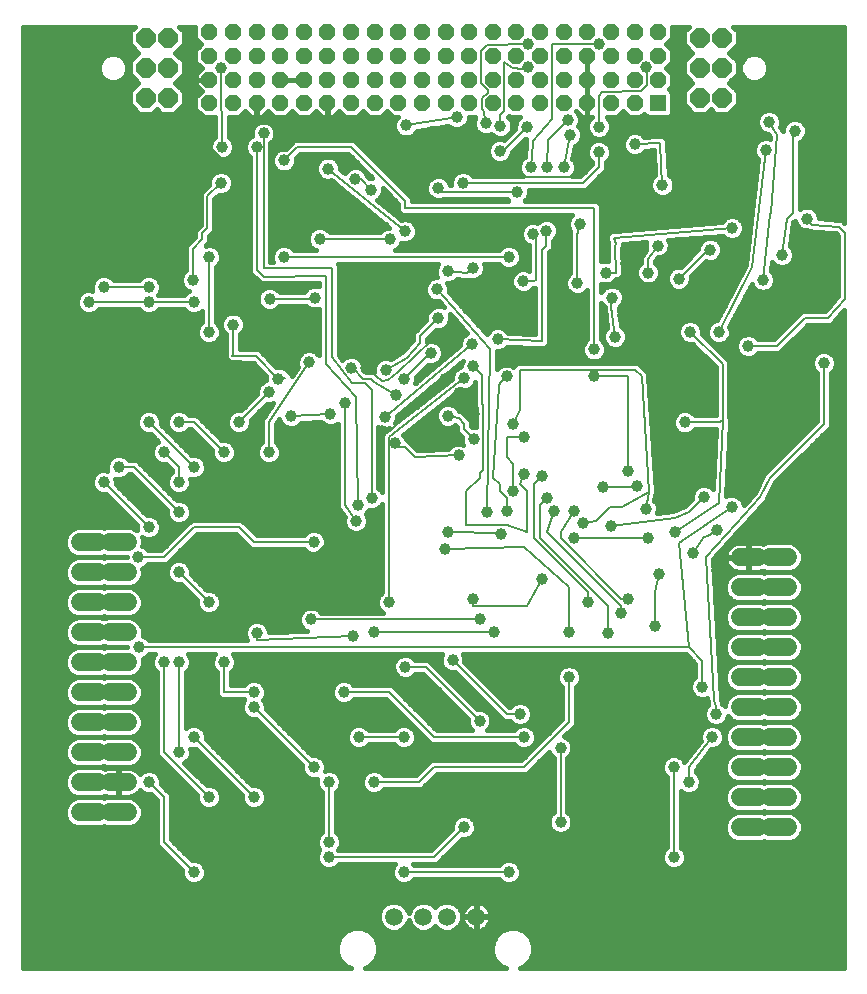
<source format=gbl>
G75*
%MOIN*%
%OFA0B0*%
%FSLAX25Y25*%
%IPPOS*%
%LPD*%
%AMOC8*
5,1,8,0,0,1.08239X$1,22.5*
%
%ADD10C,0.06000*%
%ADD11OC8,0.06496*%
%ADD12R,0.05386X0.05386*%
%ADD13OC8,0.05386*%
%ADD14C,0.05937*%
%ADD15C,0.03962*%
%ADD16C,0.00600*%
%ADD17C,0.01600*%
D10*
X0042000Y0090950D02*
X0048000Y0090950D01*
X0052000Y0090950D02*
X0058000Y0090950D01*
X0058000Y0100950D02*
X0052000Y0100950D01*
X0048000Y0100950D02*
X0042000Y0100950D01*
X0042000Y0110950D02*
X0048000Y0110950D01*
X0052000Y0110950D02*
X0058000Y0110950D01*
X0058000Y0120950D02*
X0052000Y0120950D01*
X0048000Y0120950D02*
X0042000Y0120950D01*
X0042000Y0130950D02*
X0048000Y0130950D01*
X0052000Y0130950D02*
X0058000Y0130950D01*
X0058000Y0140950D02*
X0052000Y0140950D01*
X0048000Y0140950D02*
X0042000Y0140950D01*
X0042000Y0150950D02*
X0048000Y0150950D01*
X0052000Y0150950D02*
X0058000Y0150950D01*
X0058000Y0160950D02*
X0052000Y0160950D01*
X0048000Y0160950D02*
X0042000Y0160950D01*
X0042000Y0170950D02*
X0048000Y0170950D01*
X0052000Y0170950D02*
X0058000Y0170950D01*
X0058000Y0180950D02*
X0052000Y0180950D01*
X0048000Y0180950D02*
X0042000Y0180950D01*
X0262000Y0175950D02*
X0268000Y0175950D01*
X0272000Y0175950D02*
X0278000Y0175950D01*
X0278000Y0165950D02*
X0272000Y0165950D01*
X0268000Y0165950D02*
X0262000Y0165950D01*
X0262000Y0155950D02*
X0268000Y0155950D01*
X0272000Y0155950D02*
X0278000Y0155950D01*
X0278000Y0145950D02*
X0272000Y0145950D01*
X0268000Y0145950D02*
X0262000Y0145950D01*
X0262000Y0135950D02*
X0268000Y0135950D01*
X0272000Y0135950D02*
X0278000Y0135950D01*
X0278000Y0125950D02*
X0272000Y0125950D01*
X0268000Y0125950D02*
X0262000Y0125950D01*
X0262000Y0115950D02*
X0268000Y0115950D01*
X0272000Y0115950D02*
X0278000Y0115950D01*
X0278000Y0105950D02*
X0272000Y0105950D01*
X0268000Y0105950D02*
X0262000Y0105950D01*
X0262000Y0095950D02*
X0268000Y0095950D01*
X0272000Y0095950D02*
X0278000Y0095950D01*
X0278000Y0085950D02*
X0272000Y0085950D01*
X0268000Y0085950D02*
X0262000Y0085950D01*
D11*
X0256004Y0329056D03*
X0256004Y0339056D03*
X0248602Y0339056D03*
X0248602Y0329056D03*
X0248602Y0349056D03*
X0256004Y0349056D03*
X0071398Y0349060D03*
X0063996Y0349060D03*
X0063996Y0339060D03*
X0063996Y0329060D03*
X0071398Y0329060D03*
X0071398Y0339060D03*
D12*
X0234803Y0327249D03*
D13*
X0234803Y0335123D03*
X0226929Y0335123D03*
X0226929Y0327249D03*
X0219055Y0327249D03*
X0219055Y0335123D03*
X0211181Y0335123D03*
X0211181Y0327249D03*
X0203307Y0327249D03*
X0195433Y0327249D03*
X0195433Y0335123D03*
X0203307Y0335123D03*
X0203307Y0342997D03*
X0195433Y0342997D03*
X0195433Y0350871D03*
X0203307Y0350871D03*
X0211181Y0350871D03*
X0211181Y0342997D03*
X0219055Y0342997D03*
X0226929Y0342997D03*
X0226929Y0350871D03*
X0219055Y0350871D03*
X0234803Y0350871D03*
X0234803Y0342997D03*
X0187559Y0342997D03*
X0179685Y0342997D03*
X0179685Y0350871D03*
X0187559Y0350871D03*
X0187559Y0335123D03*
X0187559Y0327249D03*
X0179685Y0327249D03*
X0179685Y0335123D03*
X0171811Y0335123D03*
X0171811Y0327249D03*
X0163937Y0327249D03*
X0163937Y0335123D03*
X0156063Y0335123D03*
X0156063Y0327249D03*
X0148189Y0327249D03*
X0148189Y0335123D03*
X0140315Y0335123D03*
X0140315Y0327249D03*
X0132441Y0327249D03*
X0132441Y0335123D03*
X0124567Y0335123D03*
X0124567Y0327249D03*
X0116693Y0327249D03*
X0108819Y0327249D03*
X0108819Y0335123D03*
X0116693Y0335123D03*
X0116693Y0342997D03*
X0124567Y0342997D03*
X0124567Y0350871D03*
X0116693Y0350871D03*
X0108819Y0350871D03*
X0108819Y0342997D03*
X0100945Y0342997D03*
X0093071Y0342997D03*
X0093071Y0350871D03*
X0100945Y0350871D03*
X0100945Y0335123D03*
X0100945Y0327249D03*
X0093071Y0327249D03*
X0093071Y0335123D03*
X0085197Y0335123D03*
X0085197Y0327249D03*
X0085197Y0342997D03*
X0085197Y0350871D03*
X0132441Y0350871D03*
X0132441Y0342997D03*
X0140315Y0342997D03*
X0140315Y0350871D03*
X0148189Y0350871D03*
X0148189Y0342997D03*
X0156063Y0342997D03*
X0156063Y0350871D03*
X0163937Y0350871D03*
X0163937Y0342997D03*
X0171811Y0342997D03*
X0171811Y0350871D03*
D14*
X0174230Y0056142D03*
X0164387Y0056142D03*
X0156513Y0056142D03*
X0146670Y0056142D03*
D15*
X0135000Y0065950D03*
X0125000Y0075950D03*
X0125000Y0080950D03*
X0125000Y0100950D03*
X0120000Y0105950D03*
X0135000Y0115950D03*
X0150000Y0115950D03*
X0140000Y0100950D03*
X0130000Y0130950D03*
X0133175Y0149575D03*
X0140000Y0150950D03*
X0145000Y0160950D03*
X0150500Y0139450D03*
X0166250Y0141700D03*
X0175250Y0155200D03*
X0173000Y0161950D03*
X0180000Y0150950D03*
X0195950Y0168700D03*
X0206750Y0182200D03*
X0209675Y0187375D03*
X0206750Y0191200D03*
X0200000Y0191200D03*
X0197750Y0195700D03*
X0195950Y0202900D03*
X0190100Y0203800D03*
X0186500Y0197950D03*
X0184250Y0191200D03*
X0177750Y0190950D03*
X0182450Y0183550D03*
X0164900Y0184450D03*
X0163875Y0178700D03*
X0139250Y0195700D03*
X0134750Y0193450D03*
X0134075Y0188050D03*
X0128000Y0184450D03*
X0120000Y0180950D03*
X0119000Y0155200D03*
X0101000Y0150700D03*
X0090000Y0140950D03*
X0085250Y0141700D03*
X0075000Y0140950D03*
X0070000Y0140950D03*
X0061800Y0145950D03*
X0085250Y0155200D03*
X0085000Y0160950D03*
X0075000Y0170950D03*
X0061575Y0175950D03*
X0065000Y0185950D03*
X0075000Y0190950D03*
X0075000Y0200950D03*
X0080000Y0205950D03*
X0090000Y0210950D03*
X0095000Y0220950D03*
X0105000Y0230950D03*
X0108200Y0235525D03*
X0111350Y0240025D03*
X0118425Y0240900D03*
X0112250Y0251725D03*
X0105275Y0262075D03*
X0110000Y0275950D03*
X0108875Y0281200D03*
X0121925Y0282100D03*
X0130025Y0285925D03*
X0139025Y0298525D03*
X0133850Y0302125D03*
X0124775Y0305500D03*
X0134075Y0315625D03*
X0142400Y0315850D03*
X0150725Y0319900D03*
X0167600Y0322600D03*
X0177275Y0320575D03*
X0182225Y0319675D03*
X0182000Y0311350D03*
X0191225Y0319450D03*
X0192350Y0305950D03*
X0197750Y0305950D03*
X0203375Y0305950D03*
X0205400Y0316750D03*
X0204725Y0321700D03*
X0211475Y0315850D03*
X0215075Y0319450D03*
X0215000Y0310950D03*
X0227000Y0313600D03*
X0236225Y0300100D03*
X0234650Y0279850D03*
X0231500Y0270850D03*
X0241625Y0268825D03*
X0252200Y0278500D03*
X0257375Y0270400D03*
X0269750Y0268375D03*
X0276050Y0276700D03*
X0284375Y0288850D03*
X0270725Y0311625D03*
X0271775Y0321025D03*
X0280325Y0318100D03*
X0259400Y0285700D03*
X0255000Y0250950D03*
X0245450Y0251050D03*
X0236450Y0238675D03*
X0240500Y0227200D03*
X0243650Y0220900D03*
X0227675Y0199750D03*
X0224750Y0204700D03*
X0216425Y0199300D03*
X0219100Y0186400D03*
X0230600Y0192100D03*
X0231500Y0182200D03*
X0240500Y0184450D03*
X0240500Y0193450D03*
X0250000Y0195950D03*
X0259325Y0192700D03*
X0254450Y0185125D03*
X0246350Y0177475D03*
X0235100Y0170275D03*
X0224750Y0161950D03*
X0222500Y0157450D03*
X0218000Y0150700D03*
X0211475Y0161050D03*
X0205000Y0150950D03*
X0205000Y0135950D03*
X0190000Y0115950D03*
X0188750Y0123700D03*
X0175250Y0121450D03*
X0202250Y0112450D03*
X0202250Y0087700D03*
X0185000Y0070950D03*
X0175000Y0065950D03*
X0170000Y0085950D03*
X0150000Y0070950D03*
X0100000Y0095950D03*
X0085000Y0095950D03*
X0075000Y0110950D03*
X0080000Y0115950D03*
X0086375Y0116275D03*
X0100000Y0125950D03*
X0100000Y0130950D03*
X0065000Y0100950D03*
X0065000Y0080950D03*
X0080000Y0070950D03*
X0080000Y0055950D03*
X0050000Y0200950D03*
X0055000Y0205950D03*
X0070000Y0210950D03*
X0065000Y0220950D03*
X0075000Y0220950D03*
X0085000Y0250950D03*
X0080000Y0260950D03*
X0079625Y0268375D03*
X0085000Y0275950D03*
X0071750Y0285700D03*
X0065000Y0265950D03*
X0065000Y0260950D03*
X0050000Y0265950D03*
X0045000Y0260950D03*
X0089075Y0300775D03*
X0093575Y0304375D03*
X0089525Y0312700D03*
X0083000Y0314950D03*
X0101000Y0312700D03*
X0103250Y0317200D03*
X0110000Y0308200D03*
X0109100Y0301225D03*
X0124175Y0319675D03*
X0150400Y0284600D03*
X0145325Y0281875D03*
X0161125Y0265225D03*
X0164675Y0271300D03*
X0173000Y0272425D03*
X0185000Y0275950D03*
X0189875Y0267925D03*
X0193025Y0283675D03*
X0197525Y0284800D03*
X0187625Y0297625D03*
X0169775Y0300725D03*
X0161525Y0298975D03*
X0191450Y0339250D03*
X0191450Y0346900D03*
X0215075Y0346900D03*
X0230825Y0339250D03*
X0208775Y0287050D03*
X0217325Y0270850D03*
X0219350Y0262525D03*
X0207875Y0267250D03*
X0220475Y0249475D03*
X0213500Y0245200D03*
X0213500Y0236200D03*
X0190100Y0215950D03*
X0186500Y0220450D03*
X0173450Y0223600D03*
X0173450Y0215275D03*
X0168275Y0209875D03*
X0164675Y0223150D03*
X0168500Y0230575D03*
X0170175Y0235725D03*
X0173225Y0239575D03*
X0172775Y0247000D03*
X0165800Y0245650D03*
X0159050Y0244075D03*
X0163775Y0235300D03*
X0150050Y0235300D03*
X0147350Y0229900D03*
X0143750Y0222700D03*
X0142850Y0217975D03*
X0147125Y0213925D03*
X0130250Y0227200D03*
X0125525Y0223600D03*
X0112475Y0222925D03*
X0105000Y0210950D03*
X0132500Y0239125D03*
X0137450Y0238900D03*
X0143975Y0238450D03*
X0161525Y0255775D03*
X0181325Y0248575D03*
X0184250Y0236200D03*
X0120350Y0262525D03*
X0093125Y0253525D03*
X0089075Y0339025D03*
X0233750Y0152950D03*
X0249500Y0132700D03*
X0254000Y0123700D03*
X0252750Y0115950D03*
X0240000Y0105950D03*
X0245000Y0100950D03*
X0240000Y0075950D03*
X0290000Y0240700D03*
X0264800Y0246325D03*
D16*
X0274250Y0246325D01*
X0283700Y0255775D01*
X0291575Y0255775D01*
X0296975Y0262075D01*
X0296975Y0284125D01*
X0294950Y0286150D01*
X0285950Y0286825D01*
X0284375Y0288850D01*
X0279650Y0290650D02*
X0279650Y0317425D01*
X0280325Y0318100D01*
X0274475Y0316750D02*
X0271775Y0321025D01*
X0274475Y0316750D02*
X0272450Y0290650D01*
X0272225Y0290200D01*
X0269750Y0268375D01*
X0266225Y0272750D02*
X0270725Y0311625D01*
X0279650Y0290650D02*
X0277625Y0288625D01*
X0276050Y0276700D01*
X0266225Y0272750D02*
X0255000Y0250950D01*
X0251525Y0257125D02*
X0246350Y0257125D01*
X0239375Y0250150D01*
X0239375Y0241600D01*
X0236450Y0238675D01*
X0229250Y0236200D02*
X0227000Y0238450D01*
X0188750Y0238450D01*
X0188750Y0224950D01*
X0186500Y0220450D01*
X0184250Y0215950D02*
X0190100Y0215950D01*
X0184250Y0215950D02*
X0184250Y0209200D01*
X0186500Y0206950D01*
X0186500Y0197950D01*
X0188750Y0200200D02*
X0191000Y0197950D01*
X0191000Y0184450D01*
X0184250Y0186700D01*
X0170750Y0186700D01*
X0170750Y0197950D01*
X0175250Y0202450D01*
X0175250Y0204025D01*
X0176375Y0205150D01*
X0176375Y0226750D01*
X0176150Y0226975D01*
X0176150Y0236650D01*
X0173225Y0239575D01*
X0170175Y0235725D02*
X0145000Y0215950D01*
X0145000Y0160950D01*
X0140000Y0150950D02*
X0180000Y0150950D01*
X0175250Y0155200D02*
X0119000Y0155200D01*
X0133175Y0149575D02*
X0101000Y0148450D01*
X0101000Y0150700D01*
X0096500Y0155200D02*
X0101000Y0159700D01*
X0101000Y0166450D01*
X0107750Y0173200D01*
X0116750Y0173200D01*
X0128000Y0184450D01*
X0134075Y0188050D02*
X0130250Y0193450D01*
X0130250Y0227200D01*
X0134075Y0229225D02*
X0123950Y0240475D01*
X0123950Y0269725D01*
X0103250Y0269500D01*
X0101000Y0271750D01*
X0101000Y0312700D01*
X0103250Y0317200D02*
X0103250Y0272200D01*
X0126200Y0272200D01*
X0125975Y0242725D01*
X0132725Y0233950D01*
X0137000Y0233950D01*
X0139250Y0231700D01*
X0139250Y0195700D01*
X0134750Y0193450D02*
X0134075Y0229225D01*
X0136325Y0235300D02*
X0139025Y0235300D01*
X0139925Y0234400D01*
X0147350Y0229900D01*
X0144875Y0235075D02*
X0148025Y0237775D01*
X0159275Y0248350D01*
X0159950Y0248350D01*
X0165800Y0245650D01*
X0159050Y0244075D02*
X0158825Y0244075D01*
X0150050Y0235300D01*
X0144875Y0235075D02*
X0142850Y0234850D01*
X0137450Y0238900D01*
X0136325Y0235300D02*
X0132950Y0238900D01*
X0132500Y0239125D01*
X0143975Y0238450D02*
X0150950Y0242500D01*
X0155450Y0247450D01*
X0155450Y0249700D01*
X0161525Y0255775D01*
X0161125Y0265225D02*
X0178875Y0245450D01*
X0177750Y0190950D01*
X0184250Y0191200D02*
X0184250Y0195700D01*
X0182000Y0197950D01*
X0182000Y0200200D01*
X0179750Y0202450D01*
X0181775Y0233050D01*
X0182000Y0233950D01*
X0184250Y0236200D01*
X0181325Y0248575D02*
X0196175Y0248125D01*
X0196175Y0278500D01*
X0197300Y0279625D01*
X0197300Y0284575D01*
X0197525Y0284800D01*
X0193925Y0282775D02*
X0193025Y0283675D01*
X0193925Y0282775D02*
X0193925Y0268375D01*
X0193475Y0267925D01*
X0189875Y0267925D01*
X0185000Y0275950D02*
X0110000Y0275950D01*
X0108875Y0281200D02*
X0108875Y0287275D01*
X0109325Y0287725D01*
X0109325Y0288625D01*
X0112025Y0285925D01*
X0130025Y0285925D01*
X0121925Y0282100D02*
X0145100Y0282100D01*
X0145325Y0281875D01*
X0150400Y0284600D02*
X0124775Y0305500D01*
X0133850Y0302125D02*
X0135650Y0301900D01*
X0139025Y0298525D01*
X0150500Y0294700D02*
X0132500Y0312700D01*
X0114500Y0312700D01*
X0110000Y0308200D01*
X0109100Y0301225D02*
X0109325Y0301000D01*
X0109325Y0288625D01*
X0093575Y0304375D02*
X0089750Y0308200D01*
X0083000Y0314950D01*
X0089525Y0312700D02*
X0089075Y0336775D01*
X0089075Y0339025D01*
X0089750Y0308200D02*
X0080750Y0299200D01*
X0080750Y0285700D01*
X0071750Y0285700D01*
X0079625Y0278725D02*
X0082775Y0281875D01*
X0082775Y0283900D01*
X0084575Y0285700D01*
X0084575Y0296275D01*
X0089075Y0300775D01*
X0079625Y0278725D02*
X0079625Y0268375D01*
X0080000Y0260950D02*
X0065000Y0260950D01*
X0045000Y0260950D01*
X0050000Y0265950D02*
X0065000Y0265950D01*
X0085000Y0275950D02*
X0085000Y0250950D01*
X0093125Y0253525D02*
X0093125Y0243400D01*
X0092900Y0243175D01*
X0100325Y0242950D01*
X0100775Y0242950D01*
X0108200Y0235525D01*
X0110450Y0235750D01*
X0111350Y0240025D02*
X0111575Y0240925D01*
X0112700Y0244525D01*
X0112250Y0251725D01*
X0118425Y0240900D02*
X0105000Y0220950D01*
X0105000Y0210950D01*
X0112475Y0222925D02*
X0125525Y0223600D01*
X0142850Y0217975D02*
X0145550Y0217975D01*
X0159275Y0231700D01*
X0159275Y0232375D01*
X0163775Y0235300D01*
X0168500Y0230575D02*
X0166925Y0227425D01*
X0166700Y0226075D01*
X0167825Y0225400D01*
X0170525Y0224050D01*
X0173450Y0223600D01*
X0170075Y0220450D02*
X0170075Y0218650D01*
X0173450Y0215275D01*
X0170075Y0220450D02*
X0168275Y0222250D01*
X0164675Y0223150D01*
X0168275Y0209875D02*
X0153650Y0209200D01*
X0150275Y0212575D01*
X0148475Y0212575D01*
X0147125Y0213925D01*
X0143750Y0222700D02*
X0145550Y0224050D01*
X0172775Y0247000D01*
X0171200Y0270625D02*
X0164675Y0271300D01*
X0171200Y0270625D02*
X0173000Y0272425D01*
X0162875Y0297625D02*
X0161525Y0298975D01*
X0162875Y0297625D02*
X0187625Y0297625D01*
X0187400Y0302575D02*
X0184025Y0305950D01*
X0175025Y0305950D01*
X0168500Y0312475D01*
X0162200Y0312475D01*
X0158825Y0315850D01*
X0142400Y0315850D01*
X0134075Y0315625D02*
X0131600Y0319675D01*
X0124175Y0319675D01*
X0150725Y0319900D02*
X0163775Y0321925D01*
X0167600Y0322600D01*
X0175925Y0325300D02*
X0175925Y0329125D01*
X0177950Y0330700D01*
X0177950Y0331600D01*
X0175700Y0334075D01*
X0175700Y0344650D01*
X0177725Y0346675D01*
X0191450Y0346900D01*
X0191450Y0339250D02*
X0189425Y0338800D01*
X0186275Y0339025D01*
X0183800Y0340825D01*
X0183575Y0341050D01*
X0183575Y0324625D01*
X0182000Y0323275D01*
X0182225Y0319675D01*
X0177275Y0320575D02*
X0176375Y0325300D01*
X0175925Y0325300D01*
X0182000Y0311350D02*
X0183125Y0311350D01*
X0191225Y0319450D01*
X0193025Y0314725D02*
X0199550Y0321925D01*
X0199325Y0324625D01*
X0199325Y0347125D01*
X0215075Y0346900D01*
X0215975Y0331150D02*
X0229025Y0331375D01*
X0231050Y0333400D01*
X0231050Y0338350D01*
X0230825Y0339250D01*
X0215975Y0331150D02*
X0215075Y0329575D01*
X0215075Y0319450D01*
X0211475Y0315850D02*
X0209225Y0313600D01*
X0209225Y0303025D01*
X0208775Y0302575D01*
X0187400Y0302575D01*
X0192350Y0305950D02*
X0193025Y0314050D01*
X0193025Y0314725D01*
X0198200Y0314950D02*
X0204725Y0321700D01*
X0205400Y0316750D02*
X0203375Y0305950D01*
X0197750Y0305950D02*
X0198200Y0314950D01*
X0209775Y0300725D02*
X0215000Y0305950D01*
X0215000Y0310950D01*
X0209775Y0300725D02*
X0169775Y0300725D01*
X0150500Y0294700D02*
X0150500Y0292450D01*
X0213500Y0292450D01*
X0213500Y0245200D01*
X0220475Y0249475D02*
X0218900Y0262075D01*
X0219350Y0262525D01*
X0220700Y0270850D02*
X0217325Y0270850D01*
X0220700Y0270850D02*
X0220250Y0279850D01*
X0220700Y0280300D01*
X0220025Y0282325D01*
X0259400Y0285700D01*
X0252200Y0278500D02*
X0251300Y0278500D01*
X0241625Y0268825D01*
X0231500Y0270850D02*
X0231500Y0275350D01*
X0234650Y0279850D01*
X0236225Y0300100D02*
X0235550Y0314050D01*
X0227000Y0313600D01*
X0208775Y0287050D02*
X0208100Y0286375D01*
X0208100Y0284125D01*
X0207875Y0283900D01*
X0207875Y0267250D01*
X0213500Y0236200D02*
X0224750Y0236200D01*
X0224750Y0204700D01*
X0226550Y0199300D02*
X0227675Y0199750D01*
X0226550Y0199300D02*
X0216425Y0199300D01*
X0218675Y0192550D02*
X0222725Y0192550D01*
X0231725Y0197725D01*
X0229250Y0236200D01*
X0240500Y0227200D02*
X0240500Y0193450D01*
X0240500Y0189100D02*
X0245000Y0190950D01*
X0250000Y0195950D01*
X0255125Y0193900D02*
X0256475Y0221575D01*
X0256250Y0221800D01*
X0255575Y0221125D01*
X0243650Y0220900D01*
X0256250Y0221800D02*
X0256250Y0240250D01*
X0245450Y0251050D01*
X0251525Y0257125D02*
X0257375Y0262975D01*
X0257375Y0270400D01*
X0290000Y0240700D02*
X0290000Y0220450D01*
X0272000Y0202450D01*
X0268850Y0196150D01*
X0260750Y0187150D01*
X0250625Y0176125D01*
X0253550Y0128425D01*
X0254000Y0125950D01*
X0254000Y0123700D01*
X0252750Y0115950D02*
X0245000Y0105950D01*
X0245000Y0100950D01*
X0240000Y0105950D02*
X0240000Y0075950D01*
X0202250Y0087700D02*
X0202250Y0112450D01*
X0205000Y0120950D02*
X0205000Y0135950D01*
X0205000Y0120950D02*
X0190000Y0105950D01*
X0160000Y0105950D01*
X0155000Y0100950D01*
X0140000Y0100950D01*
X0125000Y0100950D02*
X0125000Y0080950D01*
X0125000Y0075950D02*
X0160000Y0075950D01*
X0170000Y0085950D01*
X0185000Y0070950D02*
X0150000Y0070950D01*
X0135000Y0065950D02*
X0175000Y0065950D01*
X0160000Y0115950D02*
X0190000Y0115950D01*
X0188750Y0123700D02*
X0184250Y0123700D01*
X0166250Y0141700D01*
X0157250Y0139450D02*
X0175250Y0121450D01*
X0160000Y0115950D02*
X0145000Y0130950D01*
X0130000Y0130950D01*
X0135000Y0115950D02*
X0150000Y0115950D01*
X0150500Y0139450D02*
X0157250Y0139450D01*
X0173000Y0159700D02*
X0191000Y0159700D01*
X0195950Y0168700D01*
X0205000Y0165950D02*
X0190225Y0179375D01*
X0163875Y0178700D01*
X0164900Y0184450D02*
X0182450Y0184000D01*
X0182450Y0183550D01*
X0193250Y0182200D02*
X0193250Y0200200D01*
X0195950Y0202900D01*
X0190100Y0203800D02*
X0188750Y0200200D01*
X0195500Y0193450D02*
X0197750Y0195700D01*
X0195500Y0193450D02*
X0195500Y0182200D01*
X0218000Y0159700D01*
X0218000Y0150700D01*
X0222500Y0157450D02*
X0222500Y0159700D01*
X0197750Y0184450D01*
X0200000Y0191200D01*
X0206750Y0191200D02*
X0202250Y0184450D01*
X0202250Y0182200D01*
X0222500Y0161950D01*
X0224750Y0161950D01*
X0233750Y0164200D02*
X0235100Y0170275D01*
X0233750Y0164200D02*
X0233750Y0152950D01*
X0245000Y0145950D02*
X0249500Y0141450D01*
X0249500Y0132700D01*
X0245000Y0145950D02*
X0241850Y0180625D01*
X0259325Y0192700D01*
X0255125Y0193900D02*
X0240500Y0184450D01*
X0240500Y0189100D02*
X0219100Y0186400D01*
X0214175Y0188050D02*
X0218675Y0192550D01*
X0214175Y0188050D02*
X0209675Y0187375D01*
X0206750Y0182200D02*
X0231500Y0182200D01*
X0230600Y0192100D02*
X0231725Y0197725D01*
X0250175Y0182650D02*
X0246350Y0177475D01*
X0250175Y0182650D02*
X0251525Y0183100D01*
X0254450Y0185125D01*
X0245000Y0145950D02*
X0061800Y0145950D01*
X0070000Y0140950D02*
X0070000Y0110950D01*
X0085000Y0095950D01*
X0075000Y0110950D02*
X0075000Y0140950D01*
X0085250Y0141700D02*
X0086375Y0116275D01*
X0080000Y0115950D02*
X0100000Y0095950D01*
X0120000Y0105950D02*
X0100000Y0125950D01*
X0100000Y0130950D02*
X0090000Y0130950D01*
X0090000Y0140950D01*
X0085250Y0155200D02*
X0096500Y0155200D01*
X0085000Y0160950D02*
X0075000Y0170950D01*
X0070000Y0175950D02*
X0080000Y0185950D01*
X0095000Y0185950D01*
X0100000Y0180950D01*
X0120000Y0180950D01*
X0090000Y0210950D02*
X0080000Y0220950D01*
X0075000Y0220950D01*
X0070000Y0210950D02*
X0075000Y0205950D01*
X0075000Y0200950D01*
X0080000Y0205950D02*
X0065000Y0220950D01*
X0060000Y0205950D02*
X0055000Y0205950D01*
X0060000Y0205950D02*
X0075000Y0190950D01*
X0065000Y0185950D02*
X0050000Y0200950D01*
X0061575Y0175950D02*
X0070000Y0175950D01*
X0095000Y0220950D02*
X0105000Y0230950D01*
X0105275Y0262075D02*
X0119900Y0262075D01*
X0120350Y0262525D01*
X0193250Y0182200D02*
X0211250Y0164200D01*
X0211475Y0161050D01*
X0205000Y0165950D02*
X0205000Y0150950D01*
X0173000Y0159700D02*
X0173000Y0161950D01*
X0080000Y0070950D02*
X0070000Y0080950D01*
X0070000Y0095950D01*
X0065000Y0100950D01*
X0065000Y0080950D02*
X0065000Y0070950D01*
X0080000Y0055950D01*
D17*
X0023100Y0039050D02*
X0023100Y0352850D01*
X0060364Y0352850D01*
X0058748Y0351234D01*
X0058748Y0346886D01*
X0061574Y0344060D01*
X0058748Y0341234D01*
X0058748Y0336886D01*
X0061574Y0334060D01*
X0058748Y0331234D01*
X0058748Y0326886D01*
X0061822Y0323812D01*
X0066170Y0323812D01*
X0067697Y0325339D01*
X0069224Y0323812D01*
X0073571Y0323812D01*
X0076646Y0326886D01*
X0076646Y0331234D01*
X0073819Y0334060D01*
X0076646Y0336886D01*
X0076646Y0341234D01*
X0073819Y0344060D01*
X0076646Y0346886D01*
X0076646Y0351234D01*
X0075030Y0352850D01*
X0080539Y0352850D01*
X0080504Y0352815D01*
X0080504Y0348927D01*
X0082497Y0346934D01*
X0080504Y0344941D01*
X0080504Y0341053D01*
X0082639Y0338919D01*
X0080704Y0336984D01*
X0080704Y0335170D01*
X0085150Y0335170D01*
X0085150Y0335077D01*
X0080704Y0335077D01*
X0080704Y0333262D01*
X0082639Y0331328D01*
X0080504Y0329193D01*
X0080504Y0325305D01*
X0083253Y0322556D01*
X0087040Y0322556D01*
X0087164Y0315969D01*
X0086150Y0314955D01*
X0085544Y0313492D01*
X0085544Y0311908D01*
X0086150Y0310445D01*
X0087270Y0309325D01*
X0088733Y0308719D01*
X0090317Y0308719D01*
X0091780Y0309325D01*
X0092900Y0310445D01*
X0093506Y0311908D01*
X0093506Y0313492D01*
X0092900Y0314955D01*
X0091780Y0316075D01*
X0091762Y0316082D01*
X0091641Y0322556D01*
X0095015Y0322556D01*
X0097149Y0324691D01*
X0099084Y0322756D01*
X0100898Y0322756D01*
X0100898Y0327203D01*
X0100991Y0327203D01*
X0100991Y0322756D01*
X0102806Y0322756D01*
X0104740Y0324691D01*
X0106875Y0322556D01*
X0110763Y0322556D01*
X0112756Y0324549D01*
X0114749Y0322556D01*
X0118637Y0322556D01*
X0120771Y0324691D01*
X0122706Y0322756D01*
X0124520Y0322756D01*
X0124520Y0327203D01*
X0124613Y0327203D01*
X0124613Y0322756D01*
X0126428Y0322756D01*
X0128363Y0324691D01*
X0130497Y0322556D01*
X0134385Y0322556D01*
X0136378Y0324549D01*
X0138371Y0322556D01*
X0142259Y0322556D01*
X0144393Y0324691D01*
X0146328Y0322756D01*
X0147951Y0322756D01*
X0147350Y0322155D01*
X0146744Y0320692D01*
X0146744Y0319108D01*
X0147350Y0317645D01*
X0148470Y0316525D01*
X0149933Y0315919D01*
X0151517Y0315919D01*
X0152980Y0316525D01*
X0154100Y0317645D01*
X0154300Y0318127D01*
X0163214Y0319510D01*
X0163237Y0319494D01*
X0164151Y0319656D01*
X0164812Y0319758D01*
X0165345Y0319225D01*
X0166808Y0318619D01*
X0168392Y0318619D01*
X0169855Y0319225D01*
X0170975Y0320345D01*
X0171581Y0321808D01*
X0171581Y0322556D01*
X0173755Y0322556D01*
X0173809Y0322610D01*
X0173294Y0321367D01*
X0173294Y0319783D01*
X0173900Y0318320D01*
X0175020Y0317200D01*
X0176483Y0316594D01*
X0178067Y0316594D01*
X0179205Y0317065D01*
X0179970Y0316300D01*
X0181433Y0315694D01*
X0183017Y0315694D01*
X0184480Y0316300D01*
X0185600Y0317420D01*
X0186206Y0318883D01*
X0186206Y0320467D01*
X0185600Y0321930D01*
X0184866Y0322664D01*
X0185139Y0322936D01*
X0185191Y0322981D01*
X0185615Y0322556D01*
X0188701Y0322556D01*
X0187850Y0321705D01*
X0187244Y0320242D01*
X0187244Y0318722D01*
X0183542Y0315020D01*
X0182792Y0315331D01*
X0181208Y0315331D01*
X0179745Y0314725D01*
X0178625Y0313605D01*
X0178019Y0312142D01*
X0178019Y0310558D01*
X0178625Y0309095D01*
X0179745Y0307975D01*
X0181208Y0307369D01*
X0182792Y0307369D01*
X0184255Y0307975D01*
X0185375Y0309095D01*
X0185981Y0310558D01*
X0185981Y0310953D01*
X0190497Y0315469D01*
X0190686Y0315469D01*
X0190725Y0314668D01*
X0190725Y0314146D01*
X0190331Y0309423D01*
X0190095Y0309325D01*
X0188975Y0308205D01*
X0188369Y0306742D01*
X0188369Y0305158D01*
X0188975Y0303695D01*
X0189645Y0303025D01*
X0173105Y0303025D01*
X0172030Y0304100D01*
X0170567Y0304706D01*
X0168983Y0304706D01*
X0167520Y0304100D01*
X0166400Y0302980D01*
X0165794Y0301517D01*
X0165794Y0299933D01*
X0165797Y0299925D01*
X0165441Y0299925D01*
X0164900Y0301230D01*
X0163780Y0302350D01*
X0162317Y0302956D01*
X0160733Y0302956D01*
X0159270Y0302350D01*
X0158150Y0301230D01*
X0157544Y0299767D01*
X0157544Y0298183D01*
X0158150Y0296720D01*
X0159270Y0295600D01*
X0160733Y0294994D01*
X0162317Y0294994D01*
X0163116Y0295325D01*
X0184295Y0295325D01*
X0184870Y0294750D01*
X0152800Y0294750D01*
X0152800Y0295653D01*
X0134800Y0313653D01*
X0133453Y0315000D01*
X0113547Y0315000D01*
X0110728Y0312181D01*
X0109208Y0312181D01*
X0107745Y0311575D01*
X0106625Y0310455D01*
X0106019Y0308992D01*
X0106019Y0307408D01*
X0106625Y0305945D01*
X0107745Y0304825D01*
X0109208Y0304219D01*
X0110792Y0304219D01*
X0112255Y0304825D01*
X0113375Y0305945D01*
X0113981Y0307408D01*
X0113981Y0308928D01*
X0115453Y0310400D01*
X0131547Y0310400D01*
X0139441Y0302506D01*
X0138297Y0302506D01*
X0137792Y0303010D01*
X0137225Y0304380D01*
X0136105Y0305500D01*
X0134642Y0306106D01*
X0133058Y0306106D01*
X0131595Y0305500D01*
X0130475Y0304380D01*
X0130301Y0303961D01*
X0128756Y0305221D01*
X0128756Y0306292D01*
X0128150Y0307755D01*
X0127030Y0308875D01*
X0125567Y0309481D01*
X0123983Y0309481D01*
X0122520Y0308875D01*
X0121400Y0307755D01*
X0120794Y0306292D01*
X0120794Y0304708D01*
X0121400Y0303245D01*
X0122520Y0302125D01*
X0123983Y0301519D01*
X0125567Y0301519D01*
X0125865Y0301643D01*
X0145221Y0285856D01*
X0144533Y0285856D01*
X0143070Y0285250D01*
X0142220Y0284400D01*
X0125255Y0284400D01*
X0124180Y0285475D01*
X0122717Y0286081D01*
X0121133Y0286081D01*
X0119670Y0285475D01*
X0118550Y0284355D01*
X0117944Y0282892D01*
X0117944Y0281308D01*
X0118550Y0279845D01*
X0119670Y0278725D01*
X0120817Y0278250D01*
X0113330Y0278250D01*
X0112255Y0279325D01*
X0110792Y0279931D01*
X0109208Y0279931D01*
X0107745Y0279325D01*
X0106625Y0278205D01*
X0106019Y0276742D01*
X0106019Y0275158D01*
X0106291Y0274500D01*
X0105550Y0274500D01*
X0105550Y0313870D01*
X0106625Y0314945D01*
X0107231Y0316408D01*
X0107231Y0317992D01*
X0106625Y0319455D01*
X0105505Y0320575D01*
X0104042Y0321181D01*
X0102458Y0321181D01*
X0100995Y0320575D01*
X0099875Y0319455D01*
X0099269Y0317992D01*
X0099269Y0316408D01*
X0099310Y0316309D01*
X0098745Y0316075D01*
X0097625Y0314955D01*
X0097019Y0313492D01*
X0097019Y0311908D01*
X0097625Y0310445D01*
X0098700Y0309370D01*
X0098700Y0270797D01*
X0100047Y0269450D01*
X0100960Y0268537D01*
X0100960Y0268522D01*
X0101633Y0267864D01*
X0102297Y0267200D01*
X0102312Y0267200D01*
X0102322Y0267190D01*
X0103263Y0267200D01*
X0104203Y0267200D01*
X0104213Y0267210D01*
X0121650Y0267400D01*
X0121650Y0266296D01*
X0121142Y0266506D01*
X0119558Y0266506D01*
X0118095Y0265900D01*
X0116975Y0264780D01*
X0116807Y0264375D01*
X0108605Y0264375D01*
X0107530Y0265450D01*
X0106067Y0266056D01*
X0104483Y0266056D01*
X0103020Y0265450D01*
X0101900Y0264330D01*
X0101294Y0262867D01*
X0101294Y0261283D01*
X0101900Y0259820D01*
X0103020Y0258700D01*
X0104483Y0258094D01*
X0106067Y0258094D01*
X0107530Y0258700D01*
X0108605Y0259775D01*
X0117470Y0259775D01*
X0118095Y0259150D01*
X0119558Y0258544D01*
X0121142Y0258544D01*
X0121650Y0258754D01*
X0121650Y0243305D01*
X0120680Y0244275D01*
X0119217Y0244881D01*
X0117633Y0244881D01*
X0116170Y0244275D01*
X0115050Y0243155D01*
X0114444Y0241692D01*
X0114444Y0240108D01*
X0114701Y0239486D01*
X0112687Y0236493D01*
X0112644Y0236927D01*
X0111459Y0237897D01*
X0110455Y0238900D01*
X0108992Y0239506D01*
X0107472Y0239506D01*
X0101728Y0245250D01*
X0100360Y0245250D01*
X0095425Y0245400D01*
X0095425Y0250195D01*
X0096500Y0251270D01*
X0097106Y0252733D01*
X0097106Y0254317D01*
X0096500Y0255780D01*
X0095380Y0256900D01*
X0093917Y0257506D01*
X0092333Y0257506D01*
X0090870Y0256900D01*
X0089750Y0255780D01*
X0089144Y0254317D01*
X0089144Y0252733D01*
X0089750Y0251270D01*
X0090825Y0250195D01*
X0090825Y0244381D01*
X0090630Y0244197D01*
X0090629Y0244156D01*
X0090600Y0244128D01*
X0090600Y0243210D01*
X0090572Y0242292D01*
X0090600Y0242263D01*
X0090600Y0242222D01*
X0091249Y0241573D01*
X0091878Y0240905D01*
X0091919Y0240904D01*
X0091947Y0240875D01*
X0092865Y0240875D01*
X0099344Y0240679D01*
X0099372Y0240650D01*
X0099822Y0240650D01*
X0104219Y0236253D01*
X0104219Y0234931D01*
X0104208Y0234931D01*
X0102745Y0234325D01*
X0101625Y0233205D01*
X0101019Y0231742D01*
X0101019Y0230222D01*
X0095728Y0224931D01*
X0094208Y0224931D01*
X0092745Y0224325D01*
X0091625Y0223205D01*
X0091019Y0221742D01*
X0091019Y0220158D01*
X0091625Y0218695D01*
X0092745Y0217575D01*
X0094208Y0216969D01*
X0095792Y0216969D01*
X0097255Y0217575D01*
X0098375Y0218695D01*
X0098981Y0220158D01*
X0098981Y0221678D01*
X0104272Y0226969D01*
X0105792Y0226969D01*
X0106466Y0227248D01*
X0103216Y0222419D01*
X0102700Y0221903D01*
X0102700Y0221652D01*
X0102560Y0221444D01*
X0102700Y0220727D01*
X0102700Y0214280D01*
X0101625Y0213205D01*
X0101019Y0211742D01*
X0101019Y0210158D01*
X0101625Y0208695D01*
X0102745Y0207575D01*
X0104208Y0206969D01*
X0105792Y0206969D01*
X0107255Y0207575D01*
X0108375Y0208695D01*
X0108981Y0210158D01*
X0108981Y0211742D01*
X0108375Y0213205D01*
X0107300Y0214280D01*
X0107300Y0220248D01*
X0108522Y0222065D01*
X0109100Y0220670D01*
X0110220Y0219550D01*
X0111683Y0218944D01*
X0113267Y0218944D01*
X0114730Y0219550D01*
X0115850Y0220670D01*
X0115904Y0220799D01*
X0122362Y0221133D01*
X0123270Y0220225D01*
X0124733Y0219619D01*
X0126317Y0219619D01*
X0127780Y0220225D01*
X0127950Y0220395D01*
X0127950Y0193645D01*
X0127822Y0192898D01*
X0127950Y0192718D01*
X0127950Y0192497D01*
X0128486Y0191961D01*
X0130316Y0189378D01*
X0130094Y0188842D01*
X0130094Y0187258D01*
X0130700Y0185795D01*
X0131820Y0184675D01*
X0133283Y0184069D01*
X0134867Y0184069D01*
X0136330Y0184675D01*
X0137450Y0185795D01*
X0138056Y0187258D01*
X0138056Y0188842D01*
X0137450Y0190305D01*
X0137343Y0190412D01*
X0138125Y0191195D01*
X0138359Y0191760D01*
X0138458Y0191719D01*
X0140042Y0191719D01*
X0141505Y0192325D01*
X0142625Y0193445D01*
X0142700Y0193626D01*
X0142700Y0164280D01*
X0141625Y0163205D01*
X0141019Y0161742D01*
X0141019Y0160158D01*
X0141625Y0158695D01*
X0142745Y0157575D01*
X0142926Y0157500D01*
X0122330Y0157500D01*
X0121255Y0158575D01*
X0119792Y0159181D01*
X0118208Y0159181D01*
X0116745Y0158575D01*
X0115625Y0157455D01*
X0115019Y0155992D01*
X0115019Y0154408D01*
X0115625Y0152945D01*
X0116745Y0151825D01*
X0117909Y0151343D01*
X0104981Y0150891D01*
X0104981Y0151492D01*
X0104375Y0152955D01*
X0103255Y0154075D01*
X0101792Y0154681D01*
X0100208Y0154681D01*
X0098745Y0154075D01*
X0097625Y0152955D01*
X0097019Y0151492D01*
X0097019Y0149908D01*
X0097625Y0148445D01*
X0097820Y0148250D01*
X0065130Y0148250D01*
X0064055Y0149325D01*
X0062932Y0149790D01*
X0063000Y0149955D01*
X0063000Y0151945D01*
X0062239Y0153782D01*
X0060832Y0155189D01*
X0058995Y0155950D01*
X0060832Y0156711D01*
X0062239Y0158118D01*
X0063000Y0159955D01*
X0063000Y0161945D01*
X0062239Y0163782D01*
X0060832Y0165189D01*
X0058995Y0165950D01*
X0051005Y0165950D01*
X0050000Y0165534D01*
X0048995Y0165950D01*
X0041005Y0165950D01*
X0039168Y0165189D01*
X0037761Y0163782D01*
X0037000Y0161945D01*
X0037000Y0159955D01*
X0037761Y0158118D01*
X0039168Y0156711D01*
X0041005Y0155950D01*
X0048995Y0155950D01*
X0050000Y0156366D01*
X0051005Y0155950D01*
X0058995Y0155950D01*
X0051005Y0155950D01*
X0050000Y0155534D01*
X0048995Y0155950D01*
X0041005Y0155950D01*
X0039168Y0155189D01*
X0037761Y0153782D01*
X0037000Y0151945D01*
X0037000Y0149955D01*
X0037761Y0148118D01*
X0039168Y0146711D01*
X0041005Y0145950D01*
X0039168Y0145189D01*
X0037761Y0143782D01*
X0037000Y0141945D01*
X0037000Y0139955D01*
X0037761Y0138118D01*
X0039168Y0136711D01*
X0041005Y0135950D01*
X0039168Y0135189D01*
X0037761Y0133782D01*
X0037000Y0131945D01*
X0037000Y0129955D01*
X0037761Y0128118D01*
X0039168Y0126711D01*
X0041005Y0125950D01*
X0039168Y0125189D01*
X0037761Y0123782D01*
X0037000Y0121945D01*
X0037000Y0119955D01*
X0037761Y0118118D01*
X0039168Y0116711D01*
X0041005Y0115950D01*
X0039168Y0115189D01*
X0037761Y0113782D01*
X0037000Y0111945D01*
X0037000Y0109955D01*
X0037761Y0108118D01*
X0039168Y0106711D01*
X0041005Y0105950D01*
X0048995Y0105950D01*
X0050000Y0106366D01*
X0051005Y0105950D01*
X0058995Y0105950D01*
X0060832Y0106711D01*
X0062239Y0108118D01*
X0063000Y0109955D01*
X0063000Y0111945D01*
X0062239Y0113782D01*
X0060832Y0115189D01*
X0058995Y0115950D01*
X0051005Y0115950D01*
X0050000Y0115534D01*
X0048995Y0115950D01*
X0041005Y0115950D01*
X0048995Y0115950D01*
X0050000Y0116366D01*
X0051005Y0115950D01*
X0058995Y0115950D01*
X0060832Y0116711D01*
X0062239Y0118118D01*
X0063000Y0119955D01*
X0063000Y0121945D01*
X0062239Y0123782D01*
X0060832Y0125189D01*
X0058995Y0125950D01*
X0051005Y0125950D01*
X0050000Y0125534D01*
X0048995Y0125950D01*
X0041005Y0125950D01*
X0048995Y0125950D01*
X0050000Y0126366D01*
X0051005Y0125950D01*
X0058995Y0125950D01*
X0060832Y0126711D01*
X0062239Y0128118D01*
X0063000Y0129955D01*
X0063000Y0131945D01*
X0062239Y0133782D01*
X0060832Y0135189D01*
X0058995Y0135950D01*
X0051005Y0135950D01*
X0050000Y0135534D01*
X0048995Y0135950D01*
X0041005Y0135950D01*
X0048995Y0135950D01*
X0050000Y0136366D01*
X0051005Y0135950D01*
X0058995Y0135950D01*
X0060832Y0136711D01*
X0062239Y0138118D01*
X0063000Y0139955D01*
X0063000Y0141945D01*
X0062932Y0142110D01*
X0064055Y0142575D01*
X0065130Y0143650D01*
X0067070Y0143650D01*
X0066625Y0143205D01*
X0066019Y0141742D01*
X0066019Y0140158D01*
X0066625Y0138695D01*
X0067700Y0137620D01*
X0067700Y0109997D01*
X0081019Y0096678D01*
X0081019Y0095158D01*
X0081625Y0093695D01*
X0082745Y0092575D01*
X0084208Y0091969D01*
X0085792Y0091969D01*
X0087255Y0092575D01*
X0088375Y0093695D01*
X0088981Y0095158D01*
X0088981Y0096742D01*
X0088375Y0098205D01*
X0087255Y0099325D01*
X0085792Y0099931D01*
X0084272Y0099931D01*
X0076811Y0107391D01*
X0077255Y0107575D01*
X0078375Y0108695D01*
X0078981Y0110158D01*
X0078981Y0111742D01*
X0078821Y0112129D01*
X0079208Y0111969D01*
X0080728Y0111969D01*
X0096019Y0096678D01*
X0096019Y0095158D01*
X0096625Y0093695D01*
X0097745Y0092575D01*
X0099208Y0091969D01*
X0100792Y0091969D01*
X0102255Y0092575D01*
X0103375Y0093695D01*
X0103981Y0095158D01*
X0103981Y0096742D01*
X0103375Y0098205D01*
X0102255Y0099325D01*
X0100792Y0099931D01*
X0099272Y0099931D01*
X0083981Y0115222D01*
X0083981Y0116742D01*
X0083375Y0118205D01*
X0082255Y0119325D01*
X0080792Y0119931D01*
X0079208Y0119931D01*
X0077745Y0119325D01*
X0077300Y0118880D01*
X0077300Y0137620D01*
X0078375Y0138695D01*
X0078981Y0140158D01*
X0078981Y0141742D01*
X0078375Y0143205D01*
X0077930Y0143650D01*
X0087070Y0143650D01*
X0086625Y0143205D01*
X0086019Y0141742D01*
X0086019Y0140158D01*
X0086625Y0138695D01*
X0087700Y0137620D01*
X0087700Y0129997D01*
X0089047Y0128650D01*
X0096670Y0128650D01*
X0096870Y0128450D01*
X0096625Y0128205D01*
X0096019Y0126742D01*
X0096019Y0125158D01*
X0096625Y0123695D01*
X0097745Y0122575D01*
X0099208Y0121969D01*
X0100728Y0121969D01*
X0116019Y0106678D01*
X0116019Y0105158D01*
X0116625Y0103695D01*
X0117745Y0102575D01*
X0119208Y0101969D01*
X0120792Y0101969D01*
X0121179Y0102129D01*
X0121019Y0101742D01*
X0121019Y0100158D01*
X0121625Y0098695D01*
X0122700Y0097620D01*
X0122700Y0084280D01*
X0121625Y0083205D01*
X0121019Y0081742D01*
X0121019Y0080158D01*
X0121625Y0078695D01*
X0121870Y0078450D01*
X0121625Y0078205D01*
X0121019Y0076742D01*
X0121019Y0075158D01*
X0121625Y0073695D01*
X0122745Y0072575D01*
X0124208Y0071969D01*
X0125792Y0071969D01*
X0127255Y0072575D01*
X0128330Y0073650D01*
X0147070Y0073650D01*
X0146625Y0073205D01*
X0146019Y0071742D01*
X0146019Y0070158D01*
X0146625Y0068695D01*
X0147745Y0067575D01*
X0149208Y0066969D01*
X0150792Y0066969D01*
X0152255Y0067575D01*
X0153330Y0068650D01*
X0181670Y0068650D01*
X0182745Y0067575D01*
X0184208Y0066969D01*
X0185792Y0066969D01*
X0187255Y0067575D01*
X0188375Y0068695D01*
X0188981Y0070158D01*
X0188981Y0071742D01*
X0188375Y0073205D01*
X0187255Y0074325D01*
X0185792Y0074931D01*
X0184208Y0074931D01*
X0182745Y0074325D01*
X0181670Y0073250D01*
X0153330Y0073250D01*
X0152930Y0073650D01*
X0160953Y0073650D01*
X0169272Y0081969D01*
X0170792Y0081969D01*
X0172255Y0082575D01*
X0173375Y0083695D01*
X0173981Y0085158D01*
X0173981Y0086742D01*
X0173375Y0088205D01*
X0172255Y0089325D01*
X0170792Y0089931D01*
X0169208Y0089931D01*
X0167745Y0089325D01*
X0166625Y0088205D01*
X0166019Y0086742D01*
X0166019Y0085222D01*
X0159047Y0078250D01*
X0128330Y0078250D01*
X0128130Y0078450D01*
X0128375Y0078695D01*
X0128981Y0080158D01*
X0128981Y0081742D01*
X0128375Y0083205D01*
X0127300Y0084280D01*
X0127300Y0097620D01*
X0128375Y0098695D01*
X0128981Y0100158D01*
X0128981Y0101742D01*
X0128375Y0103205D01*
X0127255Y0104325D01*
X0125792Y0104931D01*
X0124208Y0104931D01*
X0123821Y0104771D01*
X0123981Y0105158D01*
X0123981Y0106742D01*
X0123375Y0108205D01*
X0122255Y0109325D01*
X0120792Y0109931D01*
X0119272Y0109931D01*
X0103981Y0125222D01*
X0103981Y0126742D01*
X0103375Y0128205D01*
X0103130Y0128450D01*
X0103375Y0128695D01*
X0103981Y0130158D01*
X0103981Y0131742D01*
X0103375Y0133205D01*
X0102255Y0134325D01*
X0100792Y0134931D01*
X0099208Y0134931D01*
X0097745Y0134325D01*
X0096670Y0133250D01*
X0092300Y0133250D01*
X0092300Y0137620D01*
X0093375Y0138695D01*
X0093981Y0140158D01*
X0093981Y0141742D01*
X0093375Y0143205D01*
X0092930Y0143650D01*
X0162749Y0143650D01*
X0162269Y0142492D01*
X0162269Y0140908D01*
X0162875Y0139445D01*
X0163995Y0138325D01*
X0165458Y0137719D01*
X0166978Y0137719D01*
X0183297Y0121400D01*
X0185420Y0121400D01*
X0186495Y0120325D01*
X0187958Y0119719D01*
X0188696Y0119719D01*
X0187745Y0119325D01*
X0186670Y0118250D01*
X0177680Y0118250D01*
X0178625Y0119195D01*
X0179231Y0120658D01*
X0179231Y0122242D01*
X0178625Y0123705D01*
X0177505Y0124825D01*
X0176042Y0125431D01*
X0174522Y0125431D01*
X0158203Y0141750D01*
X0153830Y0141750D01*
X0152755Y0142825D01*
X0151292Y0143431D01*
X0149708Y0143431D01*
X0148245Y0142825D01*
X0147125Y0141705D01*
X0146519Y0140242D01*
X0146519Y0138658D01*
X0147125Y0137195D01*
X0148245Y0136075D01*
X0149708Y0135469D01*
X0151292Y0135469D01*
X0152755Y0136075D01*
X0153830Y0137150D01*
X0156297Y0137150D01*
X0171269Y0122178D01*
X0171269Y0120658D01*
X0171875Y0119195D01*
X0172820Y0118250D01*
X0160953Y0118250D01*
X0145953Y0133250D01*
X0133330Y0133250D01*
X0132255Y0134325D01*
X0130792Y0134931D01*
X0129208Y0134931D01*
X0127745Y0134325D01*
X0126625Y0133205D01*
X0126019Y0131742D01*
X0126019Y0130158D01*
X0126625Y0128695D01*
X0127745Y0127575D01*
X0129208Y0126969D01*
X0130792Y0126969D01*
X0132255Y0127575D01*
X0133330Y0128650D01*
X0144047Y0128650D01*
X0157700Y0114997D01*
X0159047Y0113650D01*
X0186670Y0113650D01*
X0187745Y0112575D01*
X0189208Y0111969D01*
X0190792Y0111969D01*
X0192255Y0112575D01*
X0193375Y0113695D01*
X0193981Y0115158D01*
X0193981Y0116742D01*
X0193375Y0118205D01*
X0192255Y0119325D01*
X0190792Y0119931D01*
X0190054Y0119931D01*
X0191005Y0120325D01*
X0192125Y0121445D01*
X0192731Y0122908D01*
X0192731Y0124492D01*
X0192125Y0125955D01*
X0191005Y0127075D01*
X0189542Y0127681D01*
X0187958Y0127681D01*
X0186495Y0127075D01*
X0185420Y0126000D01*
X0185203Y0126000D01*
X0170231Y0140972D01*
X0170231Y0142492D01*
X0169751Y0143650D01*
X0244047Y0143650D01*
X0247200Y0140497D01*
X0247200Y0136030D01*
X0246125Y0134955D01*
X0245519Y0133492D01*
X0245519Y0131908D01*
X0246125Y0130445D01*
X0247245Y0129325D01*
X0248708Y0128719D01*
X0250292Y0128719D01*
X0251204Y0129097D01*
X0251206Y0129079D01*
X0251117Y0128951D01*
X0251263Y0128148D01*
X0251313Y0127333D01*
X0251430Y0127230D01*
X0251502Y0126832D01*
X0250625Y0125955D01*
X0250019Y0124492D01*
X0250019Y0122908D01*
X0250625Y0121445D01*
X0251745Y0120325D01*
X0252696Y0119931D01*
X0251958Y0119931D01*
X0250495Y0119325D01*
X0249375Y0118205D01*
X0248769Y0116742D01*
X0248769Y0115158D01*
X0248928Y0114773D01*
X0243536Y0107816D01*
X0243375Y0108205D01*
X0242255Y0109325D01*
X0240792Y0109931D01*
X0239208Y0109931D01*
X0237745Y0109325D01*
X0236625Y0108205D01*
X0236019Y0106742D01*
X0236019Y0105158D01*
X0236625Y0103695D01*
X0237700Y0102620D01*
X0237700Y0079280D01*
X0236625Y0078205D01*
X0236019Y0076742D01*
X0236019Y0075158D01*
X0236625Y0073695D01*
X0237745Y0072575D01*
X0239208Y0071969D01*
X0240792Y0071969D01*
X0242255Y0072575D01*
X0243375Y0073695D01*
X0243981Y0075158D01*
X0243981Y0076742D01*
X0243375Y0078205D01*
X0242300Y0079280D01*
X0242300Y0098020D01*
X0242745Y0097575D01*
X0244208Y0096969D01*
X0245792Y0096969D01*
X0247255Y0097575D01*
X0248375Y0098695D01*
X0248981Y0100158D01*
X0248981Y0101742D01*
X0248375Y0103205D01*
X0247300Y0104280D01*
X0247300Y0105163D01*
X0252574Y0111969D01*
X0253542Y0111969D01*
X0255005Y0112575D01*
X0256125Y0113695D01*
X0256731Y0115158D01*
X0256731Y0116742D01*
X0256125Y0118205D01*
X0255005Y0119325D01*
X0254054Y0119719D01*
X0254792Y0119719D01*
X0256255Y0120325D01*
X0257375Y0121445D01*
X0257978Y0122901D01*
X0259168Y0121711D01*
X0261005Y0120950D01*
X0259168Y0120189D01*
X0257761Y0118782D01*
X0257000Y0116945D01*
X0257000Y0114955D01*
X0257761Y0113118D01*
X0259168Y0111711D01*
X0261005Y0110950D01*
X0259168Y0110189D01*
X0257761Y0108782D01*
X0257000Y0106945D01*
X0257000Y0104955D01*
X0257761Y0103118D01*
X0259168Y0101711D01*
X0261005Y0100950D01*
X0259168Y0100189D01*
X0257761Y0098782D01*
X0257000Y0096945D01*
X0257000Y0094955D01*
X0257761Y0093118D01*
X0259168Y0091711D01*
X0261005Y0090950D01*
X0259168Y0090189D01*
X0257761Y0088782D01*
X0257000Y0086945D01*
X0257000Y0084955D01*
X0257761Y0083118D01*
X0259168Y0081711D01*
X0261005Y0080950D01*
X0268995Y0080950D01*
X0270000Y0081366D01*
X0271005Y0080950D01*
X0278995Y0080950D01*
X0280832Y0081711D01*
X0282239Y0083118D01*
X0283000Y0084955D01*
X0283000Y0086945D01*
X0282239Y0088782D01*
X0280832Y0090189D01*
X0278995Y0090950D01*
X0271005Y0090950D01*
X0270000Y0090534D01*
X0268995Y0090950D01*
X0261005Y0090950D01*
X0268995Y0090950D01*
X0270000Y0091366D01*
X0271005Y0090950D01*
X0278995Y0090950D01*
X0280832Y0091711D01*
X0282239Y0093118D01*
X0283000Y0094955D01*
X0283000Y0096945D01*
X0282239Y0098782D01*
X0280832Y0100189D01*
X0278995Y0100950D01*
X0271005Y0100950D01*
X0270000Y0100534D01*
X0268995Y0100950D01*
X0261005Y0100950D01*
X0268995Y0100950D01*
X0270000Y0101366D01*
X0271005Y0100950D01*
X0278995Y0100950D01*
X0280832Y0101711D01*
X0282239Y0103118D01*
X0283000Y0104955D01*
X0283000Y0106945D01*
X0282239Y0108782D01*
X0280832Y0110189D01*
X0278995Y0110950D01*
X0271005Y0110950D01*
X0270000Y0110534D01*
X0268995Y0110950D01*
X0261005Y0110950D01*
X0268995Y0110950D01*
X0270000Y0111366D01*
X0271005Y0110950D01*
X0278995Y0110950D01*
X0280832Y0111711D01*
X0282239Y0113118D01*
X0283000Y0114955D01*
X0283000Y0116945D01*
X0282239Y0118782D01*
X0280832Y0120189D01*
X0278995Y0120950D01*
X0271005Y0120950D01*
X0270000Y0120534D01*
X0268995Y0120950D01*
X0261005Y0120950D01*
X0268995Y0120950D01*
X0270000Y0121366D01*
X0271005Y0120950D01*
X0278995Y0120950D01*
X0280832Y0121711D01*
X0282239Y0123118D01*
X0283000Y0124955D01*
X0283000Y0126945D01*
X0282239Y0128782D01*
X0280832Y0130189D01*
X0278995Y0130950D01*
X0280832Y0131711D01*
X0282239Y0133118D01*
X0283000Y0134955D01*
X0283000Y0136945D01*
X0282239Y0138782D01*
X0280832Y0140189D01*
X0278995Y0140950D01*
X0271005Y0140950D01*
X0270000Y0140534D01*
X0268995Y0140950D01*
X0261005Y0140950D01*
X0259168Y0140189D01*
X0257761Y0138782D01*
X0257000Y0136945D01*
X0257000Y0134955D01*
X0257761Y0133118D01*
X0259168Y0131711D01*
X0261005Y0130950D01*
X0268995Y0130950D01*
X0270000Y0131366D01*
X0271005Y0130950D01*
X0278995Y0130950D01*
X0271005Y0130950D01*
X0270000Y0130534D01*
X0268995Y0130950D01*
X0261005Y0130950D01*
X0259168Y0130189D01*
X0257761Y0128782D01*
X0257000Y0126945D01*
X0257000Y0126330D01*
X0256255Y0127075D01*
X0256123Y0127130D01*
X0255837Y0128702D01*
X0252981Y0175290D01*
X0261809Y0184903D01*
X0261822Y0184903D01*
X0262452Y0185603D01*
X0263088Y0186296D01*
X0263088Y0186309D01*
X0270153Y0194160D01*
X0270481Y0194269D01*
X0270768Y0194843D01*
X0271197Y0195320D01*
X0271179Y0195665D01*
X0273890Y0201088D01*
X0290953Y0218150D01*
X0292300Y0219497D01*
X0292300Y0237370D01*
X0293375Y0238445D01*
X0293981Y0239908D01*
X0293981Y0241492D01*
X0293375Y0242955D01*
X0292255Y0244075D01*
X0290792Y0244681D01*
X0289208Y0244681D01*
X0287745Y0244075D01*
X0286625Y0242955D01*
X0286019Y0241492D01*
X0286019Y0239908D01*
X0286625Y0238445D01*
X0287700Y0237370D01*
X0287700Y0221403D01*
X0270758Y0204460D01*
X0270369Y0204331D01*
X0270110Y0203812D01*
X0269700Y0203403D01*
X0269700Y0202993D01*
X0266932Y0197457D01*
X0263306Y0193428D01*
X0263306Y0193492D01*
X0262700Y0194955D01*
X0261580Y0196075D01*
X0260117Y0196681D01*
X0258533Y0196681D01*
X0257543Y0196271D01*
X0258729Y0220576D01*
X0258775Y0220622D01*
X0258775Y0221519D01*
X0258819Y0222414D01*
X0258775Y0222463D01*
X0258775Y0222528D01*
X0258550Y0222753D01*
X0258550Y0241203D01*
X0249431Y0250322D01*
X0249431Y0251842D01*
X0248825Y0253305D01*
X0247705Y0254425D01*
X0246242Y0255031D01*
X0244658Y0255031D01*
X0243195Y0254425D01*
X0242075Y0253305D01*
X0241469Y0251842D01*
X0241469Y0250258D01*
X0242075Y0248795D01*
X0243195Y0247675D01*
X0244658Y0247069D01*
X0246178Y0247069D01*
X0253950Y0239297D01*
X0253950Y0223395D01*
X0246918Y0223262D01*
X0245905Y0224275D01*
X0244442Y0224881D01*
X0242858Y0224881D01*
X0241395Y0224275D01*
X0240275Y0223155D01*
X0239669Y0221692D01*
X0239669Y0220108D01*
X0240275Y0218645D01*
X0241395Y0217525D01*
X0242858Y0216919D01*
X0244442Y0216919D01*
X0245905Y0217525D01*
X0247025Y0218645D01*
X0247033Y0218663D01*
X0254037Y0218796D01*
X0253048Y0198532D01*
X0252255Y0199325D01*
X0250792Y0199931D01*
X0249208Y0199931D01*
X0247745Y0199325D01*
X0246625Y0198205D01*
X0246019Y0196742D01*
X0246019Y0195222D01*
X0243699Y0192902D01*
X0239909Y0191344D01*
X0234303Y0190636D01*
X0234581Y0191308D01*
X0234581Y0192892D01*
X0233975Y0194355D01*
X0233493Y0194837D01*
X0233859Y0196669D01*
X0234081Y0196922D01*
X0234045Y0197493D01*
X0234194Y0198046D01*
X0234150Y0198122D01*
X0234167Y0198208D01*
X0233981Y0198488D01*
X0231550Y0236274D01*
X0231550Y0237153D01*
X0231490Y0237213D01*
X0231484Y0237298D01*
X0230824Y0237879D01*
X0229300Y0239403D01*
X0227953Y0240750D01*
X0187797Y0240750D01*
X0186564Y0239516D01*
X0186505Y0239575D01*
X0185042Y0240181D01*
X0183458Y0240181D01*
X0181995Y0239575D01*
X0181034Y0238614D01*
X0181158Y0244594D01*
X0182117Y0244594D01*
X0183580Y0245200D01*
X0184556Y0246176D01*
X0195194Y0245854D01*
X0195222Y0245825D01*
X0196140Y0245825D01*
X0197058Y0245797D01*
X0197087Y0245825D01*
X0197128Y0245825D01*
X0197777Y0246474D01*
X0198445Y0247103D01*
X0198446Y0247144D01*
X0198475Y0247172D01*
X0198475Y0248090D01*
X0198503Y0249008D01*
X0198475Y0249037D01*
X0198475Y0277547D01*
X0199600Y0278672D01*
X0199600Y0281350D01*
X0199780Y0281425D01*
X0200900Y0282545D01*
X0201506Y0284008D01*
X0201506Y0285592D01*
X0200900Y0287055D01*
X0199780Y0288175D01*
X0198317Y0288781D01*
X0196733Y0288781D01*
X0195270Y0288175D01*
X0194477Y0287382D01*
X0193817Y0287656D01*
X0192233Y0287656D01*
X0190770Y0287050D01*
X0189650Y0285930D01*
X0189044Y0284467D01*
X0189044Y0282883D01*
X0189650Y0281420D01*
X0190770Y0280300D01*
X0191625Y0279946D01*
X0191625Y0271509D01*
X0190667Y0271906D01*
X0189083Y0271906D01*
X0187620Y0271300D01*
X0186500Y0270180D01*
X0185894Y0268717D01*
X0185894Y0267133D01*
X0186500Y0265670D01*
X0187620Y0264550D01*
X0189083Y0263944D01*
X0190667Y0263944D01*
X0192130Y0264550D01*
X0193205Y0265625D01*
X0193875Y0265625D01*
X0193875Y0250496D01*
X0184724Y0250773D01*
X0184700Y0250830D01*
X0183580Y0251950D01*
X0182117Y0252556D01*
X0180533Y0252556D01*
X0179070Y0251950D01*
X0177950Y0250830D01*
X0177693Y0250210D01*
X0165049Y0264296D01*
X0165106Y0264433D01*
X0165106Y0266017D01*
X0164567Y0267319D01*
X0165467Y0267319D01*
X0166930Y0267925D01*
X0167682Y0268677D01*
X0170151Y0268421D01*
X0170247Y0268325D01*
X0171081Y0268325D01*
X0171911Y0268239D01*
X0172017Y0268325D01*
X0172153Y0268325D01*
X0172272Y0268444D01*
X0173792Y0268444D01*
X0175255Y0269050D01*
X0176375Y0270170D01*
X0176981Y0271633D01*
X0176981Y0273217D01*
X0176802Y0273650D01*
X0181670Y0273650D01*
X0182745Y0272575D01*
X0184208Y0271969D01*
X0185792Y0271969D01*
X0187255Y0272575D01*
X0188375Y0273695D01*
X0188981Y0275158D01*
X0188981Y0276742D01*
X0188375Y0278205D01*
X0187255Y0279325D01*
X0185792Y0279931D01*
X0184208Y0279931D01*
X0182745Y0279325D01*
X0181670Y0278250D01*
X0146977Y0278250D01*
X0147580Y0278500D01*
X0148700Y0279620D01*
X0149186Y0280794D01*
X0149608Y0280619D01*
X0151192Y0280619D01*
X0152655Y0281225D01*
X0153775Y0282345D01*
X0154381Y0283808D01*
X0154381Y0285392D01*
X0153775Y0286855D01*
X0152655Y0287975D01*
X0151192Y0288581D01*
X0149608Y0288581D01*
X0149309Y0288457D01*
X0141163Y0295102D01*
X0141280Y0295150D01*
X0142400Y0296270D01*
X0143006Y0297733D01*
X0143006Y0298941D01*
X0148200Y0293747D01*
X0148200Y0291497D01*
X0149547Y0290150D01*
X0206245Y0290150D01*
X0205400Y0289305D01*
X0204794Y0287842D01*
X0204794Y0286258D01*
X0205400Y0284795D01*
X0205575Y0284620D01*
X0205575Y0270580D01*
X0204500Y0269505D01*
X0203894Y0268042D01*
X0203894Y0266458D01*
X0204500Y0264995D01*
X0205620Y0263875D01*
X0207083Y0263269D01*
X0208667Y0263269D01*
X0210130Y0263875D01*
X0211200Y0264945D01*
X0211200Y0248530D01*
X0210125Y0247455D01*
X0209519Y0245992D01*
X0209519Y0244408D01*
X0210125Y0242945D01*
X0211245Y0241825D01*
X0212708Y0241219D01*
X0214292Y0241219D01*
X0215755Y0241825D01*
X0216875Y0242945D01*
X0217481Y0244408D01*
X0217481Y0245992D01*
X0216875Y0247455D01*
X0215800Y0248530D01*
X0215800Y0260692D01*
X0215975Y0260270D01*
X0216927Y0259318D01*
X0217789Y0252419D01*
X0217100Y0251730D01*
X0216494Y0250267D01*
X0216494Y0248683D01*
X0217100Y0247220D01*
X0218220Y0246100D01*
X0219683Y0245494D01*
X0221267Y0245494D01*
X0222730Y0246100D01*
X0223850Y0247220D01*
X0224456Y0248683D01*
X0224456Y0250267D01*
X0223850Y0251730D01*
X0222730Y0252850D01*
X0222351Y0253007D01*
X0221585Y0259141D01*
X0221605Y0259150D01*
X0222725Y0260270D01*
X0223331Y0261733D01*
X0223331Y0263317D01*
X0222725Y0264780D01*
X0221605Y0265900D01*
X0220142Y0266506D01*
X0218558Y0266506D01*
X0217095Y0265900D01*
X0215975Y0264780D01*
X0215800Y0264358D01*
X0215800Y0267173D01*
X0216533Y0266869D01*
X0218117Y0266869D01*
X0219580Y0267475D01*
X0220650Y0268545D01*
X0220758Y0268550D01*
X0221653Y0268550D01*
X0221700Y0268597D01*
X0221766Y0268600D01*
X0222367Y0269264D01*
X0223000Y0269897D01*
X0223000Y0269964D01*
X0223045Y0270013D01*
X0223000Y0270908D01*
X0223000Y0271803D01*
X0222953Y0271850D01*
X0222598Y0278945D01*
X0223000Y0279347D01*
X0223000Y0279757D01*
X0223183Y0280124D01*
X0223130Y0280283D01*
X0230792Y0280939D01*
X0230669Y0280642D01*
X0230669Y0279058D01*
X0230899Y0278502D01*
X0229731Y0276834D01*
X0229200Y0276303D01*
X0229200Y0276075D01*
X0229069Y0275888D01*
X0229200Y0275149D01*
X0229200Y0274180D01*
X0228125Y0273105D01*
X0227519Y0271642D01*
X0227519Y0270058D01*
X0228125Y0268595D01*
X0229245Y0267475D01*
X0230708Y0266869D01*
X0232292Y0266869D01*
X0233755Y0267475D01*
X0234875Y0268595D01*
X0235481Y0270058D01*
X0235481Y0271642D01*
X0234875Y0273105D01*
X0233800Y0274180D01*
X0233800Y0274625D01*
X0234671Y0275869D01*
X0235442Y0275869D01*
X0236905Y0276475D01*
X0238025Y0277595D01*
X0238631Y0279058D01*
X0238631Y0280642D01*
X0238243Y0281578D01*
X0256341Y0283129D01*
X0257145Y0282325D01*
X0258608Y0281719D01*
X0260192Y0281719D01*
X0261655Y0282325D01*
X0262775Y0283445D01*
X0263381Y0284908D01*
X0263381Y0286492D01*
X0262775Y0287955D01*
X0261655Y0289075D01*
X0260192Y0289681D01*
X0258608Y0289681D01*
X0257145Y0289075D01*
X0256025Y0287955D01*
X0255924Y0287710D01*
X0220474Y0284672D01*
X0220201Y0284808D01*
X0219557Y0284593D01*
X0218879Y0284535D01*
X0218683Y0284302D01*
X0218394Y0284206D01*
X0218090Y0283598D01*
X0217652Y0283078D01*
X0217678Y0282774D01*
X0217542Y0282501D01*
X0217757Y0281857D01*
X0217815Y0281179D01*
X0218048Y0280983D01*
X0218069Y0280921D01*
X0217950Y0280803D01*
X0217950Y0280736D01*
X0217905Y0280687D01*
X0217950Y0279792D01*
X0217950Y0278897D01*
X0217997Y0278850D01*
X0218200Y0274797D01*
X0218117Y0274831D01*
X0216533Y0274831D01*
X0215800Y0274527D01*
X0215800Y0293403D01*
X0214453Y0294750D01*
X0190380Y0294750D01*
X0191000Y0295370D01*
X0191606Y0296833D01*
X0191606Y0298417D01*
X0191603Y0298425D01*
X0210728Y0298425D01*
X0217300Y0304997D01*
X0217300Y0307620D01*
X0218375Y0308695D01*
X0218981Y0310158D01*
X0218981Y0311742D01*
X0218375Y0313205D01*
X0217255Y0314325D01*
X0215792Y0314931D01*
X0214208Y0314931D01*
X0212745Y0314325D01*
X0211625Y0313205D01*
X0211019Y0311742D01*
X0211019Y0310158D01*
X0211625Y0308695D01*
X0212700Y0307620D01*
X0212700Y0306903D01*
X0208822Y0303025D01*
X0206080Y0303025D01*
X0206750Y0303695D01*
X0207356Y0305158D01*
X0207356Y0306742D01*
X0206750Y0308205D01*
X0206235Y0308721D01*
X0207061Y0313129D01*
X0207655Y0313375D01*
X0208775Y0314495D01*
X0209381Y0315958D01*
X0209381Y0317542D01*
X0208775Y0319005D01*
X0208169Y0319611D01*
X0208706Y0320908D01*
X0208706Y0322492D01*
X0208100Y0323955D01*
X0207375Y0324680D01*
X0207386Y0324691D01*
X0209320Y0322756D01*
X0211135Y0322756D01*
X0211135Y0327203D01*
X0211228Y0327203D01*
X0211228Y0322756D01*
X0212751Y0322756D01*
X0211700Y0321705D01*
X0211094Y0320242D01*
X0211094Y0318658D01*
X0211700Y0317195D01*
X0212820Y0316075D01*
X0214283Y0315469D01*
X0215867Y0315469D01*
X0217330Y0316075D01*
X0218450Y0317195D01*
X0219056Y0318658D01*
X0219056Y0320242D01*
X0218450Y0321705D01*
X0217599Y0322556D01*
X0220999Y0322556D01*
X0222992Y0324549D01*
X0224985Y0322556D01*
X0228873Y0322556D01*
X0230110Y0323794D01*
X0230110Y0323728D01*
X0231282Y0322556D01*
X0238324Y0322556D01*
X0239496Y0323728D01*
X0239496Y0330771D01*
X0238324Y0331942D01*
X0238259Y0331942D01*
X0239496Y0333179D01*
X0239496Y0337067D01*
X0237503Y0339060D01*
X0239496Y0341053D01*
X0239496Y0344941D01*
X0237503Y0346934D01*
X0239496Y0348927D01*
X0239496Y0352815D01*
X0239461Y0352850D01*
X0244974Y0352850D01*
X0243354Y0351230D01*
X0243354Y0346882D01*
X0246181Y0344056D01*
X0243354Y0341230D01*
X0243354Y0336882D01*
X0246181Y0334056D01*
X0243354Y0331230D01*
X0243354Y0326882D01*
X0246429Y0323808D01*
X0250776Y0323808D01*
X0252303Y0325335D01*
X0253830Y0323808D01*
X0258178Y0323808D01*
X0261252Y0326882D01*
X0261252Y0331230D01*
X0258426Y0334056D01*
X0261252Y0336882D01*
X0261252Y0341230D01*
X0258426Y0344056D01*
X0261252Y0346882D01*
X0261252Y0351230D01*
X0259632Y0352850D01*
X0296900Y0352850D01*
X0296900Y0287453D01*
X0296637Y0287715D01*
X0296072Y0288372D01*
X0295973Y0288380D01*
X0295903Y0288450D01*
X0295036Y0288450D01*
X0288356Y0288951D01*
X0288356Y0289642D01*
X0287750Y0291105D01*
X0286630Y0292225D01*
X0285167Y0292831D01*
X0283583Y0292831D01*
X0282120Y0292225D01*
X0281950Y0292055D01*
X0281950Y0314464D01*
X0282580Y0314725D01*
X0283700Y0315845D01*
X0284306Y0317308D01*
X0284306Y0318892D01*
X0283700Y0320355D01*
X0282580Y0321475D01*
X0281117Y0322081D01*
X0279533Y0322081D01*
X0278070Y0321475D01*
X0276950Y0320355D01*
X0276344Y0318892D01*
X0276344Y0318104D01*
X0276331Y0318119D01*
X0275455Y0319506D01*
X0275756Y0320233D01*
X0275756Y0321817D01*
X0275150Y0323280D01*
X0274030Y0324400D01*
X0272567Y0325006D01*
X0270983Y0325006D01*
X0269520Y0324400D01*
X0268400Y0323280D01*
X0267794Y0321817D01*
X0267794Y0320233D01*
X0268400Y0318770D01*
X0269520Y0317650D01*
X0270983Y0317044D01*
X0271569Y0317044D01*
X0272123Y0316167D01*
X0272062Y0315380D01*
X0271517Y0315606D01*
X0269933Y0315606D01*
X0268470Y0315000D01*
X0267350Y0313880D01*
X0266744Y0312417D01*
X0266744Y0310833D01*
X0267350Y0309370D01*
X0268066Y0308654D01*
X0263988Y0273431D01*
X0254463Y0254931D01*
X0254208Y0254931D01*
X0252745Y0254325D01*
X0251625Y0253205D01*
X0251019Y0251742D01*
X0251019Y0250158D01*
X0251625Y0248695D01*
X0252745Y0247575D01*
X0254208Y0246969D01*
X0255792Y0246969D01*
X0257255Y0247575D01*
X0258375Y0248695D01*
X0258981Y0250158D01*
X0258981Y0251742D01*
X0258541Y0252803D01*
X0265939Y0267171D01*
X0266375Y0266120D01*
X0267495Y0265000D01*
X0268958Y0264394D01*
X0270542Y0264394D01*
X0272005Y0265000D01*
X0273125Y0266120D01*
X0273731Y0267583D01*
X0273731Y0269167D01*
X0273125Y0270630D01*
X0272402Y0271353D01*
X0272745Y0274375D01*
X0273795Y0273325D01*
X0275258Y0272719D01*
X0276842Y0272719D01*
X0278305Y0273325D01*
X0279425Y0274445D01*
X0280031Y0275908D01*
X0280031Y0277492D01*
X0279425Y0278955D01*
X0278756Y0279624D01*
X0279803Y0287550D01*
X0280394Y0288141D01*
X0280394Y0288058D01*
X0281000Y0286595D01*
X0282120Y0285475D01*
X0283583Y0284869D01*
X0284558Y0284869D01*
X0284719Y0284661D01*
X0284785Y0284653D01*
X0284828Y0284603D01*
X0285721Y0284536D01*
X0286610Y0284425D01*
X0286662Y0284465D01*
X0293927Y0283920D01*
X0294675Y0283172D01*
X0294675Y0262926D01*
X0290517Y0258075D01*
X0282747Y0258075D01*
X0281400Y0256728D01*
X0273297Y0248625D01*
X0268130Y0248625D01*
X0267055Y0249700D01*
X0265592Y0250306D01*
X0264008Y0250306D01*
X0262545Y0249700D01*
X0261425Y0248580D01*
X0260819Y0247117D01*
X0260819Y0245533D01*
X0261425Y0244070D01*
X0262545Y0242950D01*
X0264008Y0242344D01*
X0265592Y0242344D01*
X0267055Y0242950D01*
X0268130Y0244025D01*
X0275203Y0244025D01*
X0284653Y0253475D01*
X0290724Y0253475D01*
X0290802Y0253409D01*
X0291663Y0253475D01*
X0292528Y0253475D01*
X0292600Y0253547D01*
X0292701Y0253555D01*
X0293264Y0254211D01*
X0293875Y0254822D01*
X0293875Y0254924D01*
X0296900Y0258453D01*
X0296900Y0039050D01*
X0188653Y0039050D01*
X0190184Y0039684D01*
X0192104Y0041605D01*
X0193144Y0044114D01*
X0193144Y0046830D01*
X0192104Y0049340D01*
X0190184Y0051260D01*
X0187674Y0052300D01*
X0184958Y0052300D01*
X0182449Y0051260D01*
X0180528Y0049340D01*
X0179489Y0046830D01*
X0179489Y0044114D01*
X0180528Y0041605D01*
X0182449Y0039684D01*
X0183979Y0039050D01*
X0136921Y0039050D01*
X0138451Y0039684D01*
X0140372Y0041605D01*
X0141411Y0044114D01*
X0141411Y0046830D01*
X0140372Y0049340D01*
X0138451Y0051260D01*
X0135942Y0052300D01*
X0133226Y0052300D01*
X0130716Y0051260D01*
X0128796Y0049340D01*
X0127756Y0046830D01*
X0127756Y0044114D01*
X0128796Y0041605D01*
X0130716Y0039684D01*
X0132247Y0039050D01*
X0023100Y0039050D01*
X0023100Y0039147D02*
X0132013Y0039147D01*
X0129655Y0040746D02*
X0023100Y0040746D01*
X0023100Y0042344D02*
X0128489Y0042344D01*
X0127827Y0043943D02*
X0023100Y0043943D01*
X0023100Y0045541D02*
X0127756Y0045541D01*
X0127884Y0047140D02*
X0023100Y0047140D01*
X0023100Y0048738D02*
X0128547Y0048738D01*
X0129793Y0050337D02*
X0023100Y0050337D01*
X0023100Y0051935D02*
X0132346Y0051935D01*
X0136822Y0051935D02*
X0143851Y0051935D01*
X0143856Y0051930D02*
X0145682Y0051174D01*
X0147658Y0051174D01*
X0149484Y0051930D01*
X0150882Y0053328D01*
X0151592Y0055040D01*
X0152301Y0053328D01*
X0153699Y0051930D01*
X0155525Y0051174D01*
X0157501Y0051174D01*
X0159327Y0051930D01*
X0160450Y0053053D01*
X0161573Y0051930D01*
X0163399Y0051174D01*
X0165375Y0051174D01*
X0167201Y0051930D01*
X0168599Y0053328D01*
X0169355Y0055154D01*
X0169355Y0057130D01*
X0168599Y0058957D01*
X0167201Y0060354D01*
X0165375Y0061111D01*
X0163399Y0061111D01*
X0161573Y0060354D01*
X0160450Y0059232D01*
X0159327Y0060354D01*
X0157501Y0061111D01*
X0155525Y0061111D01*
X0153699Y0060354D01*
X0152301Y0058957D01*
X0151592Y0057244D01*
X0150882Y0058957D01*
X0149484Y0060354D01*
X0147658Y0061111D01*
X0145682Y0061111D01*
X0143856Y0060354D01*
X0142458Y0058957D01*
X0141702Y0057130D01*
X0141702Y0055154D01*
X0142458Y0053328D01*
X0143856Y0051930D01*
X0142373Y0053534D02*
X0023100Y0053534D01*
X0023100Y0055132D02*
X0141711Y0055132D01*
X0141702Y0056731D02*
X0023100Y0056731D01*
X0023100Y0058329D02*
X0142198Y0058329D01*
X0143429Y0059928D02*
X0023100Y0059928D01*
X0023100Y0061526D02*
X0296900Y0061526D01*
X0296900Y0059928D02*
X0177132Y0059928D01*
X0177336Y0059779D02*
X0176729Y0060221D01*
X0176060Y0060561D01*
X0175347Y0060793D01*
X0174605Y0060911D01*
X0174414Y0060911D01*
X0174414Y0056326D01*
X0178998Y0056326D01*
X0178998Y0056517D01*
X0178881Y0057259D01*
X0178649Y0057973D01*
X0178308Y0058641D01*
X0177867Y0059249D01*
X0177336Y0059779D01*
X0178467Y0058329D02*
X0296900Y0058329D01*
X0296900Y0056731D02*
X0178965Y0056731D01*
X0178998Y0055958D02*
X0174414Y0055958D01*
X0174414Y0051374D01*
X0174605Y0051374D01*
X0175347Y0051491D01*
X0176060Y0051723D01*
X0176729Y0052064D01*
X0177336Y0052505D01*
X0177867Y0053036D01*
X0178308Y0053643D01*
X0178649Y0054312D01*
X0178881Y0055025D01*
X0178998Y0055767D01*
X0178998Y0055958D01*
X0178898Y0055132D02*
X0296900Y0055132D01*
X0296900Y0053534D02*
X0178229Y0053534D01*
X0176477Y0051935D02*
X0184078Y0051935D01*
X0181525Y0050337D02*
X0139375Y0050337D01*
X0140621Y0048738D02*
X0180279Y0048738D01*
X0179617Y0047140D02*
X0141283Y0047140D01*
X0141411Y0045541D02*
X0179489Y0045541D01*
X0179560Y0043943D02*
X0141340Y0043943D01*
X0140678Y0042344D02*
X0180222Y0042344D01*
X0181387Y0040746D02*
X0139513Y0040746D01*
X0137155Y0039147D02*
X0183745Y0039147D01*
X0188887Y0039147D02*
X0296900Y0039147D01*
X0296900Y0040746D02*
X0191245Y0040746D01*
X0192411Y0042344D02*
X0296900Y0042344D01*
X0296900Y0043943D02*
X0193073Y0043943D01*
X0193144Y0045541D02*
X0296900Y0045541D01*
X0296900Y0047140D02*
X0193016Y0047140D01*
X0192353Y0048738D02*
X0296900Y0048738D01*
X0296900Y0050337D02*
X0191107Y0050337D01*
X0188554Y0051935D02*
X0296900Y0051935D01*
X0296900Y0063125D02*
X0023100Y0063125D01*
X0023100Y0064723D02*
X0296900Y0064723D01*
X0296900Y0066322D02*
X0023100Y0066322D01*
X0023100Y0067920D02*
X0077400Y0067920D01*
X0077745Y0067575D02*
X0079208Y0066969D01*
X0080792Y0066969D01*
X0082255Y0067575D01*
X0083375Y0068695D01*
X0083981Y0070158D01*
X0083981Y0071742D01*
X0083375Y0073205D01*
X0082255Y0074325D01*
X0080792Y0074931D01*
X0079272Y0074931D01*
X0072300Y0081903D01*
X0072300Y0096903D01*
X0070953Y0098250D01*
X0068981Y0100222D01*
X0068981Y0101742D01*
X0068375Y0103205D01*
X0067255Y0104325D01*
X0065792Y0104931D01*
X0064208Y0104931D01*
X0062745Y0104325D01*
X0062013Y0103593D01*
X0061661Y0104077D01*
X0061127Y0104611D01*
X0060516Y0105055D01*
X0059843Y0105398D01*
X0059124Y0105632D01*
X0058378Y0105750D01*
X0055200Y0105750D01*
X0055200Y0101150D01*
X0054800Y0101150D01*
X0054800Y0105750D01*
X0051622Y0105750D01*
X0050876Y0105632D01*
X0050252Y0105429D01*
X0048995Y0105950D01*
X0041005Y0105950D01*
X0039168Y0105189D01*
X0037761Y0103782D01*
X0037000Y0101945D01*
X0037000Y0099955D01*
X0037761Y0098118D01*
X0039168Y0096711D01*
X0041005Y0095950D01*
X0039168Y0095189D01*
X0037761Y0093782D01*
X0037000Y0091945D01*
X0037000Y0089955D01*
X0037761Y0088118D01*
X0039168Y0086711D01*
X0041005Y0085950D01*
X0048995Y0085950D01*
X0050000Y0086366D01*
X0051005Y0085950D01*
X0058995Y0085950D01*
X0060832Y0086711D01*
X0062239Y0088118D01*
X0063000Y0089955D01*
X0063000Y0091945D01*
X0062239Y0093782D01*
X0060832Y0095189D01*
X0058995Y0095950D01*
X0051005Y0095950D01*
X0050000Y0095534D01*
X0048995Y0095950D01*
X0041005Y0095950D01*
X0048995Y0095950D01*
X0050252Y0096471D01*
X0050876Y0096268D01*
X0051622Y0096150D01*
X0054800Y0096150D01*
X0054800Y0100750D01*
X0055200Y0100750D01*
X0055200Y0096150D01*
X0058378Y0096150D01*
X0059124Y0096268D01*
X0059843Y0096502D01*
X0060516Y0096845D01*
X0061127Y0097289D01*
X0061661Y0097823D01*
X0062013Y0098307D01*
X0062745Y0097575D01*
X0064208Y0096969D01*
X0065728Y0096969D01*
X0067700Y0094997D01*
X0067700Y0079997D01*
X0076019Y0071678D01*
X0076019Y0070158D01*
X0076625Y0068695D01*
X0077745Y0067575D01*
X0076284Y0069519D02*
X0023100Y0069519D01*
X0023100Y0071117D02*
X0076019Y0071117D01*
X0074982Y0072716D02*
X0023100Y0072716D01*
X0023100Y0074314D02*
X0073383Y0074314D01*
X0071785Y0075913D02*
X0023100Y0075913D01*
X0023100Y0077511D02*
X0070186Y0077511D01*
X0068588Y0079110D02*
X0023100Y0079110D01*
X0023100Y0080708D02*
X0067700Y0080708D01*
X0067700Y0082307D02*
X0023100Y0082307D01*
X0023100Y0083905D02*
X0067700Y0083905D01*
X0067700Y0085504D02*
X0023100Y0085504D01*
X0023100Y0087102D02*
X0038777Y0087102D01*
X0037520Y0088701D02*
X0023100Y0088701D01*
X0023100Y0090299D02*
X0037000Y0090299D01*
X0037000Y0091898D02*
X0023100Y0091898D01*
X0023100Y0093496D02*
X0037643Y0093496D01*
X0039074Y0095095D02*
X0023100Y0095095D01*
X0023100Y0096693D02*
X0039211Y0096693D01*
X0037689Y0098292D02*
X0023100Y0098292D01*
X0023100Y0099890D02*
X0037027Y0099890D01*
X0037000Y0101489D02*
X0023100Y0101489D01*
X0023100Y0103087D02*
X0037473Y0103087D01*
X0038665Y0104686D02*
X0023100Y0104686D01*
X0023100Y0106284D02*
X0040198Y0106284D01*
X0037996Y0107883D02*
X0023100Y0107883D01*
X0023100Y0109482D02*
X0037196Y0109482D01*
X0037000Y0111080D02*
X0023100Y0111080D01*
X0023100Y0112679D02*
X0037304Y0112679D01*
X0038256Y0114277D02*
X0023100Y0114277D01*
X0023100Y0115876D02*
X0040826Y0115876D01*
X0038405Y0117474D02*
X0023100Y0117474D01*
X0023100Y0119073D02*
X0037366Y0119073D01*
X0037000Y0120671D02*
X0023100Y0120671D01*
X0023100Y0122270D02*
X0037135Y0122270D01*
X0037847Y0123868D02*
X0023100Y0123868D01*
X0023100Y0125467D02*
X0039839Y0125467D01*
X0038814Y0127065D02*
X0023100Y0127065D01*
X0023100Y0128664D02*
X0037535Y0128664D01*
X0037000Y0130262D02*
X0023100Y0130262D01*
X0023100Y0131861D02*
X0037000Y0131861D01*
X0037627Y0133459D02*
X0023100Y0133459D01*
X0023100Y0135058D02*
X0039037Y0135058D01*
X0039300Y0136656D02*
X0023100Y0136656D01*
X0023100Y0138255D02*
X0037704Y0138255D01*
X0037042Y0139853D02*
X0023100Y0139853D01*
X0023100Y0141452D02*
X0037000Y0141452D01*
X0037458Y0143050D02*
X0023100Y0143050D01*
X0023100Y0144649D02*
X0038628Y0144649D01*
X0040288Y0146247D02*
X0023100Y0146247D01*
X0023100Y0147846D02*
X0038033Y0147846D01*
X0037212Y0149444D02*
X0023100Y0149444D01*
X0023100Y0151043D02*
X0037000Y0151043D01*
X0037289Y0152641D02*
X0023100Y0152641D01*
X0023100Y0154240D02*
X0038219Y0154240D01*
X0040736Y0155838D02*
X0023100Y0155838D01*
X0023100Y0157437D02*
X0038442Y0157437D01*
X0037381Y0159035D02*
X0023100Y0159035D01*
X0023100Y0160634D02*
X0037000Y0160634D01*
X0037119Y0162232D02*
X0023100Y0162232D01*
X0023100Y0163831D02*
X0037810Y0163831D01*
X0039749Y0165429D02*
X0023100Y0165429D01*
X0023100Y0167028D02*
X0038851Y0167028D01*
X0039168Y0166711D02*
X0041005Y0165950D01*
X0048995Y0165950D01*
X0050000Y0166366D01*
X0051005Y0165950D01*
X0058995Y0165950D01*
X0060832Y0166711D01*
X0062239Y0168118D01*
X0063000Y0169955D01*
X0063000Y0171945D01*
X0062899Y0172189D01*
X0063830Y0172575D01*
X0064905Y0173650D01*
X0070953Y0173650D01*
X0080953Y0183650D01*
X0094047Y0183650D01*
X0097700Y0179997D01*
X0099047Y0178650D01*
X0116670Y0178650D01*
X0117745Y0177575D01*
X0119208Y0176969D01*
X0120792Y0176969D01*
X0122255Y0177575D01*
X0123375Y0178695D01*
X0123981Y0180158D01*
X0123981Y0181742D01*
X0123375Y0183205D01*
X0122255Y0184325D01*
X0120792Y0184931D01*
X0119208Y0184931D01*
X0117745Y0184325D01*
X0116670Y0183250D01*
X0100953Y0183250D01*
X0095953Y0188250D01*
X0079047Y0188250D01*
X0077700Y0186903D01*
X0069047Y0178250D01*
X0064905Y0178250D01*
X0063830Y0179325D01*
X0062899Y0179711D01*
X0063000Y0179955D01*
X0063000Y0181945D01*
X0062735Y0182585D01*
X0062745Y0182575D01*
X0064208Y0181969D01*
X0065792Y0181969D01*
X0067255Y0182575D01*
X0068375Y0183695D01*
X0068981Y0185158D01*
X0068981Y0186742D01*
X0068375Y0188205D01*
X0067255Y0189325D01*
X0065792Y0189931D01*
X0064272Y0189931D01*
X0053981Y0200222D01*
X0053981Y0201742D01*
X0053821Y0202129D01*
X0054208Y0201969D01*
X0055792Y0201969D01*
X0057255Y0202575D01*
X0058330Y0203650D01*
X0059047Y0203650D01*
X0071019Y0191678D01*
X0071019Y0190158D01*
X0071625Y0188695D01*
X0072745Y0187575D01*
X0074208Y0186969D01*
X0075792Y0186969D01*
X0077255Y0187575D01*
X0078375Y0188695D01*
X0078981Y0190158D01*
X0078981Y0191742D01*
X0078375Y0193205D01*
X0077255Y0194325D01*
X0075792Y0194931D01*
X0074272Y0194931D01*
X0060953Y0208250D01*
X0058330Y0208250D01*
X0057255Y0209325D01*
X0055792Y0209931D01*
X0054208Y0209931D01*
X0052745Y0209325D01*
X0051625Y0208205D01*
X0051019Y0206742D01*
X0051019Y0205158D01*
X0051179Y0204771D01*
X0050792Y0204931D01*
X0049208Y0204931D01*
X0047745Y0204325D01*
X0046625Y0203205D01*
X0046019Y0201742D01*
X0046019Y0200158D01*
X0046625Y0198695D01*
X0047745Y0197575D01*
X0049208Y0196969D01*
X0050728Y0196969D01*
X0061019Y0186678D01*
X0061019Y0185158D01*
X0061129Y0184892D01*
X0060832Y0185189D01*
X0058995Y0185950D01*
X0051005Y0185950D01*
X0050000Y0185534D01*
X0048995Y0185950D01*
X0041005Y0185950D01*
X0039168Y0185189D01*
X0037761Y0183782D01*
X0037000Y0181945D01*
X0037000Y0179955D01*
X0037761Y0178118D01*
X0039168Y0176711D01*
X0041005Y0175950D01*
X0039168Y0175189D01*
X0037761Y0173782D01*
X0037000Y0171945D01*
X0037000Y0169955D01*
X0037761Y0168118D01*
X0039168Y0166711D01*
X0037550Y0168626D02*
X0023100Y0168626D01*
X0023100Y0170225D02*
X0037000Y0170225D01*
X0037000Y0171823D02*
X0023100Y0171823D01*
X0023100Y0173422D02*
X0037612Y0173422D01*
X0038999Y0175020D02*
X0023100Y0175020D01*
X0023100Y0176619D02*
X0039390Y0176619D01*
X0041005Y0175950D02*
X0048995Y0175950D01*
X0050000Y0175534D01*
X0051005Y0175950D01*
X0057594Y0175950D01*
X0057594Y0175950D01*
X0051005Y0175950D01*
X0050000Y0176366D01*
X0048995Y0175950D01*
X0041005Y0175950D01*
X0037720Y0178218D02*
X0023100Y0178218D01*
X0023100Y0179816D02*
X0037058Y0179816D01*
X0037000Y0181415D02*
X0023100Y0181415D01*
X0023100Y0183013D02*
X0037443Y0183013D01*
X0038590Y0184612D02*
X0023100Y0184612D01*
X0023100Y0186210D02*
X0061019Y0186210D01*
X0059889Y0187809D02*
X0023100Y0187809D01*
X0023100Y0189407D02*
X0058290Y0189407D01*
X0056692Y0191006D02*
X0023100Y0191006D01*
X0023100Y0192604D02*
X0055093Y0192604D01*
X0053495Y0194203D02*
X0023100Y0194203D01*
X0023100Y0195801D02*
X0051896Y0195801D01*
X0048168Y0197400D02*
X0023100Y0197400D01*
X0023100Y0198998D02*
X0046499Y0198998D01*
X0046019Y0200597D02*
X0023100Y0200597D01*
X0023100Y0202195D02*
X0046207Y0202195D01*
X0047214Y0203794D02*
X0023100Y0203794D01*
X0023100Y0205392D02*
X0051019Y0205392D01*
X0051122Y0206991D02*
X0023100Y0206991D01*
X0023100Y0208589D02*
X0052009Y0208589D01*
X0057991Y0208589D02*
X0066731Y0208589D01*
X0066625Y0208695D02*
X0067745Y0207575D01*
X0069208Y0206969D01*
X0070728Y0206969D01*
X0072700Y0204997D01*
X0072700Y0204280D01*
X0071625Y0203205D01*
X0071019Y0201742D01*
X0071019Y0200158D01*
X0071625Y0198695D01*
X0072745Y0197575D01*
X0074208Y0196969D01*
X0075792Y0196969D01*
X0077255Y0197575D01*
X0078375Y0198695D01*
X0078981Y0200158D01*
X0078981Y0201742D01*
X0078821Y0202129D01*
X0079208Y0201969D01*
X0080792Y0201969D01*
X0082255Y0202575D01*
X0083375Y0203695D01*
X0083981Y0205158D01*
X0083981Y0206742D01*
X0083375Y0208205D01*
X0082255Y0209325D01*
X0080792Y0209931D01*
X0079272Y0209931D01*
X0068981Y0220222D01*
X0068981Y0221742D01*
X0068375Y0223205D01*
X0067255Y0224325D01*
X0065792Y0224931D01*
X0064208Y0224931D01*
X0062745Y0224325D01*
X0061625Y0223205D01*
X0061019Y0221742D01*
X0061019Y0220158D01*
X0061625Y0218695D01*
X0062745Y0217575D01*
X0064208Y0216969D01*
X0065728Y0216969D01*
X0068189Y0214509D01*
X0067745Y0214325D01*
X0066625Y0213205D01*
X0066019Y0211742D01*
X0066019Y0210158D01*
X0066625Y0208695D01*
X0066019Y0210188D02*
X0023100Y0210188D01*
X0023100Y0211786D02*
X0066037Y0211786D01*
X0066805Y0213385D02*
X0023100Y0213385D01*
X0023100Y0214983D02*
X0067714Y0214983D01*
X0066116Y0216582D02*
X0023100Y0216582D01*
X0023100Y0218180D02*
X0062140Y0218180D01*
X0061176Y0219779D02*
X0023100Y0219779D01*
X0023100Y0221377D02*
X0061019Y0221377D01*
X0061530Y0222976D02*
X0023100Y0222976D01*
X0023100Y0224574D02*
X0063347Y0224574D01*
X0066653Y0224574D02*
X0073347Y0224574D01*
X0072745Y0224325D02*
X0071625Y0223205D01*
X0071019Y0221742D01*
X0071019Y0220158D01*
X0071625Y0218695D01*
X0072745Y0217575D01*
X0074208Y0216969D01*
X0075792Y0216969D01*
X0077255Y0217575D01*
X0078330Y0218650D01*
X0079047Y0218650D01*
X0086019Y0211678D01*
X0086019Y0210158D01*
X0086625Y0208695D01*
X0087745Y0207575D01*
X0089208Y0206969D01*
X0090792Y0206969D01*
X0092255Y0207575D01*
X0093375Y0208695D01*
X0093981Y0210158D01*
X0093981Y0211742D01*
X0093375Y0213205D01*
X0092255Y0214325D01*
X0090792Y0214931D01*
X0089272Y0214931D01*
X0080953Y0223250D01*
X0078330Y0223250D01*
X0077255Y0224325D01*
X0075792Y0224931D01*
X0074208Y0224931D01*
X0072745Y0224325D01*
X0071530Y0222976D02*
X0068470Y0222976D01*
X0068981Y0221377D02*
X0071019Y0221377D01*
X0071176Y0219779D02*
X0069424Y0219779D01*
X0071022Y0218180D02*
X0072140Y0218180D01*
X0072621Y0216582D02*
X0081116Y0216582D01*
X0082714Y0214983D02*
X0074219Y0214983D01*
X0075818Y0213385D02*
X0084313Y0213385D01*
X0085911Y0211786D02*
X0077416Y0211786D01*
X0079015Y0210188D02*
X0086019Y0210188D01*
X0086731Y0208589D02*
X0082991Y0208589D01*
X0083878Y0206991D02*
X0089155Y0206991D01*
X0090845Y0206991D02*
X0104155Y0206991D01*
X0105845Y0206991D02*
X0127950Y0206991D01*
X0127950Y0208589D02*
X0108269Y0208589D01*
X0108981Y0210188D02*
X0127950Y0210188D01*
X0127950Y0211786D02*
X0108963Y0211786D01*
X0108195Y0213385D02*
X0127950Y0213385D01*
X0127950Y0214983D02*
X0107300Y0214983D01*
X0107300Y0216582D02*
X0127950Y0216582D01*
X0127950Y0218180D02*
X0107300Y0218180D01*
X0107300Y0219779D02*
X0109991Y0219779D01*
X0108807Y0221377D02*
X0108060Y0221377D01*
X0104667Y0224574D02*
X0101877Y0224574D01*
X0100279Y0222976D02*
X0103591Y0222976D01*
X0102573Y0221377D02*
X0098981Y0221377D01*
X0098824Y0219779D02*
X0102700Y0219779D01*
X0102700Y0218180D02*
X0097860Y0218180D01*
X0093347Y0224574D02*
X0076653Y0224574D01*
X0077860Y0218180D02*
X0079517Y0218180D01*
X0082825Y0221377D02*
X0091019Y0221377D01*
X0091176Y0219779D02*
X0084424Y0219779D01*
X0086022Y0218180D02*
X0092140Y0218180D01*
X0089219Y0214983D02*
X0102700Y0214983D01*
X0102700Y0216582D02*
X0087621Y0216582D01*
X0093195Y0213385D02*
X0101805Y0213385D01*
X0101037Y0211786D02*
X0093963Y0211786D01*
X0093981Y0210188D02*
X0101019Y0210188D01*
X0101731Y0208589D02*
X0093269Y0208589D01*
X0083981Y0205392D02*
X0127950Y0205392D01*
X0127950Y0203794D02*
X0083416Y0203794D01*
X0081338Y0202195D02*
X0127950Y0202195D01*
X0127950Y0200597D02*
X0078981Y0200597D01*
X0078501Y0198998D02*
X0127950Y0198998D01*
X0127950Y0197400D02*
X0076832Y0197400D01*
X0077377Y0194203D02*
X0127950Y0194203D01*
X0127950Y0195801D02*
X0073402Y0195801D01*
X0073168Y0197400D02*
X0071803Y0197400D01*
X0071499Y0198998D02*
X0070205Y0198998D01*
X0071019Y0200597D02*
X0068606Y0200597D01*
X0067007Y0202195D02*
X0071207Y0202195D01*
X0072214Y0203794D02*
X0065409Y0203794D01*
X0063810Y0205392D02*
X0072305Y0205392D01*
X0069155Y0206991D02*
X0062212Y0206991D01*
X0060502Y0202195D02*
X0056338Y0202195D01*
X0053981Y0200597D02*
X0062101Y0200597D01*
X0063699Y0198998D02*
X0055205Y0198998D01*
X0056803Y0197400D02*
X0065298Y0197400D01*
X0066896Y0195801D02*
X0058402Y0195801D01*
X0060000Y0194203D02*
X0068495Y0194203D01*
X0070093Y0192604D02*
X0061599Y0192604D01*
X0063197Y0191006D02*
X0071019Y0191006D01*
X0071330Y0189407D02*
X0067057Y0189407D01*
X0068539Y0187809D02*
X0072511Y0187809D01*
X0068981Y0186210D02*
X0077007Y0186210D01*
X0077489Y0187809D02*
X0078606Y0187809D01*
X0078670Y0189407D02*
X0130295Y0189407D01*
X0130094Y0187809D02*
X0096394Y0187809D01*
X0097993Y0186210D02*
X0130528Y0186210D01*
X0131973Y0184612D02*
X0121563Y0184612D01*
X0123455Y0183013D02*
X0142700Y0183013D01*
X0142700Y0181415D02*
X0123981Y0181415D01*
X0123839Y0179816D02*
X0142700Y0179816D01*
X0142700Y0178218D02*
X0122898Y0178218D01*
X0117102Y0178218D02*
X0075520Y0178218D01*
X0077119Y0179816D02*
X0097881Y0179816D01*
X0096283Y0181415D02*
X0078717Y0181415D01*
X0080316Y0183013D02*
X0094684Y0183013D01*
X0099591Y0184612D02*
X0118437Y0184612D01*
X0127950Y0192604D02*
X0078624Y0192604D01*
X0078981Y0191006D02*
X0129163Y0191006D01*
X0136177Y0184612D02*
X0142700Y0184612D01*
X0142700Y0186210D02*
X0137622Y0186210D01*
X0138056Y0187809D02*
X0142700Y0187809D01*
X0142700Y0189407D02*
X0137822Y0189407D01*
X0137936Y0191006D02*
X0142700Y0191006D01*
X0142700Y0192604D02*
X0141784Y0192604D01*
X0142700Y0197774D02*
X0142625Y0197955D01*
X0141550Y0199030D01*
X0141550Y0219302D01*
X0142958Y0218719D01*
X0144542Y0218719D01*
X0145091Y0218947D01*
X0144205Y0218250D01*
X0144047Y0218250D01*
X0143471Y0217674D01*
X0142830Y0217170D01*
X0142811Y0217014D01*
X0142700Y0216903D01*
X0142700Y0216088D01*
X0142603Y0215278D01*
X0142700Y0215155D01*
X0142700Y0197774D01*
X0142700Y0198998D02*
X0141582Y0198998D01*
X0141550Y0200597D02*
X0142700Y0200597D01*
X0142700Y0202195D02*
X0141550Y0202195D01*
X0141550Y0203794D02*
X0142700Y0203794D01*
X0142700Y0205392D02*
X0141550Y0205392D01*
X0141550Y0206991D02*
X0142700Y0206991D01*
X0142700Y0208589D02*
X0141550Y0208589D01*
X0141550Y0210188D02*
X0142700Y0210188D01*
X0142700Y0211786D02*
X0141550Y0211786D01*
X0141550Y0213385D02*
X0142700Y0213385D01*
X0142700Y0214983D02*
X0141550Y0214983D01*
X0141550Y0216582D02*
X0142700Y0216582D01*
X0141550Y0218180D02*
X0143978Y0218180D01*
X0147186Y0220592D02*
X0147731Y0221908D01*
X0147731Y0222880D01*
X0169657Y0241363D01*
X0169244Y0240367D01*
X0169244Y0239648D01*
X0167920Y0239100D01*
X0166800Y0237980D01*
X0166194Y0236517D01*
X0166194Y0235523D01*
X0147186Y0220592D01*
X0147511Y0221377D02*
X0148186Y0221377D01*
X0147844Y0222976D02*
X0150221Y0222976D01*
X0149741Y0224574D02*
X0152256Y0224574D01*
X0151637Y0226173D02*
X0154291Y0226173D01*
X0153533Y0227771D02*
X0156326Y0227771D01*
X0155429Y0229370D02*
X0158361Y0229370D01*
X0157326Y0230968D02*
X0160396Y0230968D01*
X0159222Y0232567D02*
X0162431Y0232567D01*
X0161118Y0234165D02*
X0164466Y0234165D01*
X0163014Y0235764D02*
X0166194Y0235764D01*
X0166544Y0237362D02*
X0164911Y0237362D01*
X0166807Y0238961D02*
X0167781Y0238961D01*
X0168703Y0240559D02*
X0169324Y0240559D01*
X0165359Y0243756D02*
X0163031Y0243756D01*
X0163031Y0243283D02*
X0163031Y0244867D01*
X0162425Y0246330D01*
X0161305Y0247450D01*
X0159842Y0248056D01*
X0158258Y0248056D01*
X0157750Y0247846D01*
X0157750Y0248747D01*
X0160797Y0251794D01*
X0162317Y0251794D01*
X0163780Y0252400D01*
X0164900Y0253520D01*
X0165506Y0254983D01*
X0165506Y0256567D01*
X0165249Y0257187D01*
X0171135Y0250630D01*
X0170520Y0250375D01*
X0169400Y0249255D01*
X0168794Y0247792D01*
X0168794Y0246652D01*
X0153840Y0234046D01*
X0154031Y0234508D01*
X0154031Y0236028D01*
X0158144Y0240141D01*
X0158258Y0240094D01*
X0159842Y0240094D01*
X0161305Y0240700D01*
X0162425Y0241820D01*
X0163031Y0243283D01*
X0163463Y0242158D02*
X0162565Y0242158D01*
X0161566Y0240559D02*
X0160966Y0240559D01*
X0159670Y0238961D02*
X0156964Y0238961D01*
X0157774Y0237362D02*
X0155365Y0237362D01*
X0155877Y0235764D02*
X0154031Y0235764D01*
X0153981Y0234165D02*
X0153889Y0234165D01*
X0161738Y0226173D02*
X0162068Y0226173D01*
X0162420Y0226525D02*
X0161300Y0225405D01*
X0160694Y0223942D01*
X0160694Y0222358D01*
X0161300Y0220895D01*
X0162420Y0219775D01*
X0163883Y0219169D01*
X0165467Y0219169D01*
X0166930Y0219775D01*
X0167214Y0220059D01*
X0167775Y0219497D01*
X0167775Y0217697D01*
X0169469Y0216003D01*
X0169469Y0214483D01*
X0169866Y0213525D01*
X0169067Y0213856D01*
X0167483Y0213856D01*
X0166020Y0213250D01*
X0164900Y0212130D01*
X0164854Y0212020D01*
X0154558Y0211544D01*
X0152575Y0213528D01*
X0151228Y0214875D01*
X0151041Y0214875D01*
X0150500Y0216180D01*
X0149847Y0216833D01*
X0169021Y0231894D01*
X0169383Y0231744D01*
X0170967Y0231744D01*
X0172430Y0232350D01*
X0173550Y0233470D01*
X0173850Y0234194D01*
X0173850Y0226022D01*
X0174075Y0225797D01*
X0174075Y0219256D01*
X0172722Y0219256D01*
X0172375Y0219603D01*
X0172375Y0221403D01*
X0171028Y0222750D01*
X0170102Y0223676D01*
X0169757Y0224250D01*
X0169451Y0224327D01*
X0169228Y0224550D01*
X0168558Y0224550D01*
X0168386Y0224593D01*
X0168050Y0225405D01*
X0166930Y0226525D01*
X0165467Y0227131D01*
X0163883Y0227131D01*
X0162420Y0226525D01*
X0163773Y0227771D02*
X0173850Y0227771D01*
X0173850Y0226173D02*
X0167282Y0226173D01*
X0168461Y0224574D02*
X0174075Y0224574D01*
X0174075Y0222976D02*
X0170802Y0222976D01*
X0172375Y0221377D02*
X0174075Y0221377D01*
X0174075Y0219779D02*
X0172375Y0219779D01*
X0168891Y0216582D02*
X0150098Y0216582D01*
X0150996Y0214983D02*
X0169469Y0214983D01*
X0166345Y0213385D02*
X0152718Y0213385D01*
X0154316Y0211786D02*
X0159799Y0211786D01*
X0162416Y0219779D02*
X0153598Y0219779D01*
X0155633Y0221377D02*
X0161100Y0221377D01*
X0160694Y0222976D02*
X0157668Y0222976D01*
X0159703Y0224574D02*
X0160956Y0224574D01*
X0165808Y0229370D02*
X0173850Y0229370D01*
X0173850Y0230968D02*
X0167843Y0230968D01*
X0172647Y0232567D02*
X0173850Y0232567D01*
X0173838Y0234165D02*
X0173850Y0234165D01*
X0181042Y0238961D02*
X0181381Y0238961D01*
X0181075Y0240559D02*
X0187607Y0240559D01*
X0183735Y0245355D02*
X0209519Y0245355D01*
X0209789Y0243756D02*
X0181141Y0243756D01*
X0181108Y0242158D02*
X0210912Y0242158D01*
X0209917Y0246953D02*
X0198286Y0246953D01*
X0198489Y0248552D02*
X0211200Y0248552D01*
X0211200Y0250151D02*
X0198475Y0250151D01*
X0198475Y0251749D02*
X0211200Y0251749D01*
X0211200Y0253348D02*
X0198475Y0253348D01*
X0198475Y0254946D02*
X0211200Y0254946D01*
X0211200Y0256545D02*
X0198475Y0256545D01*
X0198475Y0258143D02*
X0211200Y0258143D01*
X0211200Y0259742D02*
X0198475Y0259742D01*
X0198475Y0261340D02*
X0211200Y0261340D01*
X0211200Y0262939D02*
X0198475Y0262939D01*
X0198475Y0264537D02*
X0204958Y0264537D01*
X0204027Y0266136D02*
X0198475Y0266136D01*
X0198475Y0267734D02*
X0203894Y0267734D01*
X0204429Y0269333D02*
X0198475Y0269333D01*
X0198475Y0270931D02*
X0205575Y0270931D01*
X0205575Y0272530D02*
X0198475Y0272530D01*
X0198475Y0274128D02*
X0205575Y0274128D01*
X0205575Y0275727D02*
X0198475Y0275727D01*
X0198475Y0277325D02*
X0205575Y0277325D01*
X0205575Y0278924D02*
X0199600Y0278924D01*
X0199600Y0280522D02*
X0205575Y0280522D01*
X0205575Y0282121D02*
X0200476Y0282121D01*
X0201386Y0283719D02*
X0205575Y0283719D01*
X0205183Y0285318D02*
X0201506Y0285318D01*
X0200958Y0286916D02*
X0204794Y0286916D01*
X0205073Y0288515D02*
X0198960Y0288515D01*
X0196090Y0288515D02*
X0151352Y0288515D01*
X0149448Y0288515D02*
X0149239Y0288515D01*
X0147279Y0290113D02*
X0206208Y0290113D01*
X0215800Y0290113D02*
X0265920Y0290113D01*
X0265735Y0288515D02*
X0262215Y0288515D01*
X0263205Y0286916D02*
X0265549Y0286916D01*
X0265364Y0285318D02*
X0263381Y0285318D01*
X0262889Y0283719D02*
X0265179Y0283719D01*
X0264994Y0282121D02*
X0261162Y0282121D01*
X0257638Y0282121D02*
X0253862Y0282121D01*
X0254455Y0281875D02*
X0252992Y0282481D01*
X0251408Y0282481D01*
X0249945Y0281875D01*
X0248825Y0280755D01*
X0248219Y0279292D01*
X0248219Y0278672D01*
X0242353Y0272806D01*
X0240833Y0272806D01*
X0239370Y0272200D01*
X0238250Y0271080D01*
X0237644Y0269617D01*
X0237644Y0268033D01*
X0238250Y0266570D01*
X0239370Y0265450D01*
X0240833Y0264844D01*
X0242417Y0264844D01*
X0243880Y0265450D01*
X0245000Y0266570D01*
X0245606Y0268033D01*
X0245606Y0269553D01*
X0250817Y0274764D01*
X0251408Y0274519D01*
X0252992Y0274519D01*
X0254455Y0275125D01*
X0255575Y0276245D01*
X0256181Y0277708D01*
X0256181Y0279292D01*
X0255575Y0280755D01*
X0254455Y0281875D01*
X0255671Y0280522D02*
X0264809Y0280522D01*
X0264624Y0278924D02*
X0256181Y0278924D01*
X0256022Y0277325D02*
X0264439Y0277325D01*
X0264254Y0275727D02*
X0255057Y0275727D01*
X0250181Y0274128D02*
X0264069Y0274128D01*
X0263525Y0272530D02*
X0248582Y0272530D01*
X0246984Y0270931D02*
X0262701Y0270931D01*
X0261878Y0269333D02*
X0245606Y0269333D01*
X0245482Y0267734D02*
X0261055Y0267734D01*
X0260232Y0266136D02*
X0244566Y0266136D01*
X0240166Y0272530D02*
X0235113Y0272530D01*
X0235481Y0270931D02*
X0238188Y0270931D01*
X0237644Y0269333D02*
X0235181Y0269333D01*
X0234014Y0267734D02*
X0237768Y0267734D01*
X0238684Y0266136D02*
X0221036Y0266136D01*
X0219839Y0267734D02*
X0228986Y0267734D01*
X0227819Y0269333D02*
X0222435Y0269333D01*
X0223000Y0270931D02*
X0227519Y0270931D01*
X0227887Y0272530D02*
X0222919Y0272530D01*
X0222839Y0274128D02*
X0229148Y0274128D01*
X0229098Y0275727D02*
X0222759Y0275727D01*
X0222679Y0277325D02*
X0230075Y0277325D01*
X0230725Y0278924D02*
X0222599Y0278924D01*
X0225924Y0280522D02*
X0230669Y0280522D01*
X0228009Y0285318D02*
X0215800Y0285318D01*
X0215800Y0286916D02*
X0246658Y0286916D01*
X0244574Y0282121D02*
X0250538Y0282121D01*
X0248729Y0280522D02*
X0238631Y0280522D01*
X0238575Y0278924D02*
X0248219Y0278924D01*
X0246873Y0277325D02*
X0237755Y0277325D01*
X0234571Y0275727D02*
X0245274Y0275727D01*
X0243676Y0274128D02*
X0233852Y0274128D01*
X0222826Y0264537D02*
X0259409Y0264537D01*
X0258586Y0262939D02*
X0223331Y0262939D01*
X0223168Y0261340D02*
X0257763Y0261340D01*
X0256940Y0259742D02*
X0222197Y0259742D01*
X0221709Y0258143D02*
X0256117Y0258143D01*
X0255294Y0256545D02*
X0221909Y0256545D01*
X0222109Y0254946D02*
X0244453Y0254946D01*
X0246447Y0254946D02*
X0254471Y0254946D01*
X0251767Y0253348D02*
X0248783Y0253348D01*
X0249431Y0251749D02*
X0251022Y0251749D01*
X0251022Y0250151D02*
X0249602Y0250151D01*
X0251201Y0248552D02*
X0251768Y0248552D01*
X0252799Y0246953D02*
X0260819Y0246953D01*
X0260893Y0245355D02*
X0254398Y0245355D01*
X0255996Y0243756D02*
X0261738Y0243756D01*
X0257595Y0242158D02*
X0286295Y0242158D01*
X0286019Y0240559D02*
X0258550Y0240559D01*
X0258550Y0238961D02*
X0286411Y0238961D01*
X0287700Y0237362D02*
X0258550Y0237362D01*
X0258550Y0235764D02*
X0287700Y0235764D01*
X0287700Y0234165D02*
X0258550Y0234165D01*
X0258550Y0232567D02*
X0287700Y0232567D01*
X0287700Y0230968D02*
X0258550Y0230968D01*
X0258550Y0229370D02*
X0287700Y0229370D01*
X0287700Y0227771D02*
X0258550Y0227771D01*
X0258550Y0226173D02*
X0287700Y0226173D01*
X0287700Y0224574D02*
X0258550Y0224574D01*
X0258550Y0222976D02*
X0287700Y0222976D01*
X0287675Y0221377D02*
X0258775Y0221377D01*
X0258690Y0219779D02*
X0286076Y0219779D01*
X0284478Y0218180D02*
X0258612Y0218180D01*
X0258534Y0216582D02*
X0282879Y0216582D01*
X0281281Y0214983D02*
X0258456Y0214983D01*
X0258378Y0213385D02*
X0279682Y0213385D01*
X0278084Y0211786D02*
X0258300Y0211786D01*
X0258222Y0210188D02*
X0276485Y0210188D01*
X0274887Y0208589D02*
X0258144Y0208589D01*
X0258066Y0206991D02*
X0273288Y0206991D01*
X0271690Y0205392D02*
X0257988Y0205392D01*
X0257910Y0203794D02*
X0270091Y0203794D01*
X0269301Y0202195D02*
X0257832Y0202195D01*
X0257754Y0200597D02*
X0268502Y0200597D01*
X0267703Y0198998D02*
X0257676Y0198998D01*
X0257598Y0197400D02*
X0266880Y0197400D01*
X0265442Y0195801D02*
X0261854Y0195801D01*
X0263012Y0194203D02*
X0264003Y0194203D01*
X0267314Y0191006D02*
X0296900Y0191006D01*
X0296900Y0192604D02*
X0268753Y0192604D01*
X0270281Y0194203D02*
X0296900Y0194203D01*
X0296900Y0195801D02*
X0271247Y0195801D01*
X0272046Y0197400D02*
X0296900Y0197400D01*
X0296900Y0198998D02*
X0272846Y0198998D01*
X0273645Y0200597D02*
X0296900Y0200597D01*
X0296900Y0202195D02*
X0274998Y0202195D01*
X0276596Y0203794D02*
X0296900Y0203794D01*
X0296900Y0205392D02*
X0278195Y0205392D01*
X0279793Y0206991D02*
X0296900Y0206991D01*
X0296900Y0208589D02*
X0281392Y0208589D01*
X0282990Y0210188D02*
X0296900Y0210188D01*
X0296900Y0211786D02*
X0284589Y0211786D01*
X0286187Y0213385D02*
X0296900Y0213385D01*
X0296900Y0214983D02*
X0287786Y0214983D01*
X0289384Y0216582D02*
X0296900Y0216582D01*
X0296900Y0218180D02*
X0290983Y0218180D01*
X0292300Y0219779D02*
X0296900Y0219779D01*
X0296900Y0221377D02*
X0292300Y0221377D01*
X0292300Y0222976D02*
X0296900Y0222976D01*
X0296900Y0224574D02*
X0292300Y0224574D01*
X0292300Y0226173D02*
X0296900Y0226173D01*
X0296900Y0227771D02*
X0292300Y0227771D01*
X0292300Y0229370D02*
X0296900Y0229370D01*
X0296900Y0230968D02*
X0292300Y0230968D01*
X0292300Y0232567D02*
X0296900Y0232567D01*
X0296900Y0234165D02*
X0292300Y0234165D01*
X0292300Y0235764D02*
X0296900Y0235764D01*
X0296900Y0237362D02*
X0292300Y0237362D01*
X0293589Y0238961D02*
X0296900Y0238961D01*
X0296900Y0240559D02*
X0293981Y0240559D01*
X0293705Y0242158D02*
X0296900Y0242158D01*
X0296900Y0243756D02*
X0292574Y0243756D01*
X0296900Y0245355D02*
X0276533Y0245355D01*
X0278131Y0246953D02*
X0296900Y0246953D01*
X0296900Y0248552D02*
X0279730Y0248552D01*
X0281328Y0250151D02*
X0296900Y0250151D01*
X0296900Y0251749D02*
X0282927Y0251749D01*
X0284525Y0253348D02*
X0296900Y0253348D01*
X0296900Y0254946D02*
X0293894Y0254946D01*
X0295264Y0256545D02*
X0296900Y0256545D01*
X0296900Y0258143D02*
X0296634Y0258143D01*
X0293316Y0261340D02*
X0262937Y0261340D01*
X0262114Y0259742D02*
X0291946Y0259742D01*
X0290576Y0258143D02*
X0261291Y0258143D01*
X0260468Y0256545D02*
X0281217Y0256545D01*
X0279618Y0254946D02*
X0259645Y0254946D01*
X0258821Y0253348D02*
X0278020Y0253348D01*
X0276421Y0251749D02*
X0258978Y0251749D01*
X0258978Y0250151D02*
X0263633Y0250151D01*
X0265967Y0250151D02*
X0274823Y0250151D01*
X0267862Y0243756D02*
X0287426Y0243756D01*
X0294675Y0262939D02*
X0263760Y0262939D01*
X0264583Y0264537D02*
X0268612Y0264537D01*
X0270888Y0264537D02*
X0294675Y0264537D01*
X0294675Y0266136D02*
X0273132Y0266136D01*
X0273731Y0267734D02*
X0294675Y0267734D01*
X0294675Y0269333D02*
X0273662Y0269333D01*
X0272824Y0270931D02*
X0294675Y0270931D01*
X0294675Y0272530D02*
X0272536Y0272530D01*
X0272717Y0274128D02*
X0272992Y0274128D01*
X0279108Y0274128D02*
X0294675Y0274128D01*
X0294675Y0275727D02*
X0279956Y0275727D01*
X0280031Y0277325D02*
X0294675Y0277325D01*
X0294675Y0278924D02*
X0279438Y0278924D01*
X0278875Y0280522D02*
X0294675Y0280522D01*
X0294675Y0282121D02*
X0279086Y0282121D01*
X0279297Y0283719D02*
X0294128Y0283719D01*
X0294172Y0288515D02*
X0296900Y0288515D01*
X0296900Y0290113D02*
X0288161Y0290113D01*
X0287143Y0291712D02*
X0296900Y0291712D01*
X0296900Y0293310D02*
X0281950Y0293310D01*
X0281950Y0294909D02*
X0296900Y0294909D01*
X0296900Y0296507D02*
X0281950Y0296507D01*
X0281950Y0298106D02*
X0296900Y0298106D01*
X0296900Y0299704D02*
X0281950Y0299704D01*
X0281950Y0301303D02*
X0296900Y0301303D01*
X0296900Y0302901D02*
X0281950Y0302901D01*
X0281950Y0304500D02*
X0296900Y0304500D01*
X0296900Y0306098D02*
X0281950Y0306098D01*
X0281950Y0307697D02*
X0296900Y0307697D01*
X0296900Y0309295D02*
X0281950Y0309295D01*
X0281950Y0310894D02*
X0296900Y0310894D01*
X0296900Y0312492D02*
X0281950Y0312492D01*
X0281950Y0314091D02*
X0296900Y0314091D01*
X0296900Y0315689D02*
X0283545Y0315689D01*
X0284298Y0317288D02*
X0296900Y0317288D01*
X0296900Y0318887D02*
X0284306Y0318887D01*
X0283570Y0320485D02*
X0296900Y0320485D01*
X0296900Y0322084D02*
X0275646Y0322084D01*
X0275756Y0320485D02*
X0277080Y0320485D01*
X0276344Y0318887D02*
X0275846Y0318887D01*
X0274748Y0323682D02*
X0296900Y0323682D01*
X0296900Y0325281D02*
X0259650Y0325281D01*
X0261249Y0326879D02*
X0296900Y0326879D01*
X0296900Y0328478D02*
X0261252Y0328478D01*
X0261252Y0330076D02*
X0296900Y0330076D01*
X0296900Y0331675D02*
X0260807Y0331675D01*
X0259209Y0333273D02*
X0296900Y0333273D01*
X0296900Y0334872D02*
X0269226Y0334872D01*
X0269511Y0334990D02*
X0270822Y0336301D01*
X0271532Y0338015D01*
X0271532Y0339869D01*
X0270822Y0341583D01*
X0269511Y0342895D01*
X0267797Y0343604D01*
X0265943Y0343604D01*
X0264229Y0342895D01*
X0262918Y0341583D01*
X0262208Y0339869D01*
X0262208Y0338015D01*
X0262918Y0336301D01*
X0264229Y0334990D01*
X0265943Y0334280D01*
X0267797Y0334280D01*
X0269511Y0334990D01*
X0270892Y0336470D02*
X0296900Y0336470D01*
X0296900Y0338069D02*
X0271532Y0338069D01*
X0271532Y0339667D02*
X0296900Y0339667D01*
X0296900Y0341266D02*
X0270954Y0341266D01*
X0269541Y0342864D02*
X0296900Y0342864D01*
X0296900Y0344463D02*
X0258832Y0344463D01*
X0259618Y0342864D02*
X0264199Y0342864D01*
X0262786Y0341266D02*
X0261216Y0341266D01*
X0261252Y0339667D02*
X0262208Y0339667D01*
X0262208Y0338069D02*
X0261252Y0338069D01*
X0260840Y0336470D02*
X0262848Y0336470D01*
X0264514Y0334872D02*
X0259241Y0334872D01*
X0260431Y0346061D02*
X0296900Y0346061D01*
X0296900Y0347660D02*
X0261252Y0347660D01*
X0261252Y0349258D02*
X0296900Y0349258D01*
X0296900Y0350857D02*
X0261252Y0350857D01*
X0260027Y0352455D02*
X0296900Y0352455D01*
X0268802Y0323682D02*
X0239450Y0323682D01*
X0239496Y0325281D02*
X0244956Y0325281D01*
X0243358Y0326879D02*
X0239496Y0326879D01*
X0239496Y0328478D02*
X0243354Y0328478D01*
X0243354Y0330076D02*
X0239496Y0330076D01*
X0238592Y0331675D02*
X0243799Y0331675D01*
X0245397Y0333273D02*
X0239496Y0333273D01*
X0239496Y0334872D02*
X0245365Y0334872D01*
X0243767Y0336470D02*
X0239496Y0336470D01*
X0238495Y0338069D02*
X0243354Y0338069D01*
X0243354Y0339667D02*
X0238110Y0339667D01*
X0239496Y0341266D02*
X0243390Y0341266D01*
X0244988Y0342864D02*
X0239496Y0342864D01*
X0239496Y0344463D02*
X0245774Y0344463D01*
X0244176Y0346061D02*
X0238376Y0346061D01*
X0238228Y0347660D02*
X0243354Y0347660D01*
X0243354Y0349258D02*
X0239496Y0349258D01*
X0239496Y0350857D02*
X0243354Y0350857D01*
X0244579Y0352455D02*
X0239496Y0352455D01*
X0252248Y0325281D02*
X0252358Y0325281D01*
X0237797Y0315122D02*
X0237092Y0315756D01*
X0236390Y0316393D01*
X0236385Y0316393D01*
X0236380Y0316397D01*
X0235435Y0316347D01*
X0234487Y0316301D01*
X0234483Y0316297D01*
X0230161Y0316070D01*
X0229255Y0316975D01*
X0227792Y0317581D01*
X0226208Y0317581D01*
X0224745Y0316975D01*
X0223625Y0315855D01*
X0223019Y0314392D01*
X0223019Y0312808D01*
X0223625Y0311345D01*
X0224745Y0310225D01*
X0226208Y0309619D01*
X0227792Y0309619D01*
X0229255Y0310225D01*
X0230375Y0311345D01*
X0230430Y0311477D01*
X0233364Y0311632D01*
X0233769Y0303274D01*
X0232850Y0302355D01*
X0232244Y0300892D01*
X0232244Y0299308D01*
X0232850Y0297845D01*
X0233970Y0296725D01*
X0235433Y0296119D01*
X0237017Y0296119D01*
X0238480Y0296725D01*
X0239600Y0297845D01*
X0240206Y0299308D01*
X0240206Y0300892D01*
X0239600Y0302355D01*
X0238480Y0303475D01*
X0238362Y0303524D01*
X0237893Y0313215D01*
X0237897Y0313220D01*
X0237847Y0314166D01*
X0237801Y0315113D01*
X0237797Y0315117D01*
X0237797Y0315122D01*
X0237166Y0315689D02*
X0272086Y0315689D01*
X0270394Y0317288D02*
X0228499Y0317288D01*
X0225501Y0317288D02*
X0218489Y0317288D01*
X0219056Y0318887D02*
X0268352Y0318887D01*
X0267794Y0320485D02*
X0218955Y0320485D01*
X0218072Y0322084D02*
X0267904Y0322084D01*
X0267561Y0314091D02*
X0237851Y0314091D01*
X0237928Y0312492D02*
X0266775Y0312492D01*
X0266744Y0310894D02*
X0238005Y0310894D01*
X0238083Y0309295D02*
X0267424Y0309295D01*
X0267955Y0307697D02*
X0238160Y0307697D01*
X0238237Y0306098D02*
X0267770Y0306098D01*
X0267585Y0304500D02*
X0238315Y0304500D01*
X0239054Y0302901D02*
X0267400Y0302901D01*
X0267215Y0301303D02*
X0240036Y0301303D01*
X0240206Y0299704D02*
X0267030Y0299704D01*
X0266845Y0298106D02*
X0239708Y0298106D01*
X0237955Y0296507D02*
X0266660Y0296507D01*
X0266475Y0294909D02*
X0190539Y0294909D01*
X0191471Y0296507D02*
X0234495Y0296507D01*
X0232742Y0298106D02*
X0191606Y0298106D01*
X0188642Y0304500D02*
X0171065Y0304500D01*
X0168485Y0304500D02*
X0143953Y0304500D01*
X0145551Y0302901D02*
X0160601Y0302901D01*
X0162449Y0302901D02*
X0166367Y0302901D01*
X0165794Y0301303D02*
X0164827Y0301303D01*
X0158223Y0301303D02*
X0147150Y0301303D01*
X0148748Y0299704D02*
X0157544Y0299704D01*
X0157576Y0298106D02*
X0150347Y0298106D01*
X0151945Y0296507D02*
X0158363Y0296507D01*
X0152800Y0294909D02*
X0184711Y0294909D01*
X0190636Y0286916D02*
X0153714Y0286916D01*
X0154381Y0285318D02*
X0189396Y0285318D01*
X0189044Y0283719D02*
X0154344Y0283719D01*
X0153551Y0282121D02*
X0189360Y0282121D01*
X0190548Y0280522D02*
X0149074Y0280522D01*
X0148004Y0278924D02*
X0182344Y0278924D01*
X0187656Y0278924D02*
X0191625Y0278924D01*
X0191625Y0277325D02*
X0188739Y0277325D01*
X0188981Y0275727D02*
X0191625Y0275727D01*
X0191625Y0274128D02*
X0188554Y0274128D01*
X0187146Y0272530D02*
X0191625Y0272530D01*
X0187251Y0270931D02*
X0176690Y0270931D01*
X0176981Y0272530D02*
X0182854Y0272530D01*
X0186149Y0269333D02*
X0175538Y0269333D01*
X0166469Y0267734D02*
X0185894Y0267734D01*
X0186307Y0266136D02*
X0165057Y0266136D01*
X0165106Y0264537D02*
X0187651Y0264537D01*
X0192099Y0264537D02*
X0193875Y0264537D01*
X0193875Y0262939D02*
X0166268Y0262939D01*
X0167703Y0261340D02*
X0193875Y0261340D01*
X0193875Y0259742D02*
X0169138Y0259742D01*
X0170572Y0258143D02*
X0193875Y0258143D01*
X0193875Y0256545D02*
X0172007Y0256545D01*
X0173442Y0254946D02*
X0193875Y0254946D01*
X0193875Y0253348D02*
X0174877Y0253348D01*
X0176312Y0251749D02*
X0178869Y0251749D01*
X0183781Y0251749D02*
X0193875Y0251749D01*
X0210792Y0264537D02*
X0211200Y0264537D01*
X0215800Y0264537D02*
X0215874Y0264537D01*
X0215800Y0266136D02*
X0217664Y0266136D01*
X0216503Y0259742D02*
X0215800Y0259742D01*
X0215800Y0258143D02*
X0217074Y0258143D01*
X0217273Y0256545D02*
X0215800Y0256545D01*
X0215800Y0254946D02*
X0217473Y0254946D01*
X0217673Y0253348D02*
X0215800Y0253348D01*
X0215800Y0251749D02*
X0217119Y0251749D01*
X0216494Y0250151D02*
X0215800Y0250151D01*
X0215800Y0248552D02*
X0216548Y0248552D01*
X0217083Y0246953D02*
X0217366Y0246953D01*
X0217481Y0245355D02*
X0247892Y0245355D01*
X0246294Y0246953D02*
X0223584Y0246953D01*
X0224402Y0248552D02*
X0242318Y0248552D01*
X0241513Y0250151D02*
X0224456Y0250151D01*
X0223831Y0251749D02*
X0241469Y0251749D01*
X0242117Y0253348D02*
X0222309Y0253348D01*
X0217211Y0243756D02*
X0249491Y0243756D01*
X0251089Y0242158D02*
X0216088Y0242158D01*
X0228143Y0240559D02*
X0252688Y0240559D01*
X0253950Y0238961D02*
X0229742Y0238961D01*
X0231411Y0237362D02*
X0253950Y0237362D01*
X0253950Y0235764D02*
X0231583Y0235764D01*
X0231686Y0234165D02*
X0253950Y0234165D01*
X0253950Y0232567D02*
X0231788Y0232567D01*
X0231891Y0230968D02*
X0253950Y0230968D01*
X0253950Y0229370D02*
X0231994Y0229370D01*
X0232097Y0227771D02*
X0253950Y0227771D01*
X0253950Y0226173D02*
X0232200Y0226173D01*
X0232303Y0224574D02*
X0242118Y0224574D01*
X0240201Y0222976D02*
X0232405Y0222976D01*
X0232508Y0221377D02*
X0239669Y0221377D01*
X0239805Y0219779D02*
X0232611Y0219779D01*
X0232714Y0218180D02*
X0240740Y0218180D01*
X0245182Y0224574D02*
X0253950Y0224574D01*
X0254007Y0218180D02*
X0246560Y0218180D01*
X0253929Y0216582D02*
X0232817Y0216582D01*
X0232920Y0214983D02*
X0253851Y0214983D01*
X0253773Y0213385D02*
X0233022Y0213385D01*
X0233125Y0211786D02*
X0253695Y0211786D01*
X0253617Y0210188D02*
X0233228Y0210188D01*
X0233331Y0208589D02*
X0253539Y0208589D01*
X0253461Y0206991D02*
X0233434Y0206991D01*
X0233537Y0205392D02*
X0253383Y0205392D01*
X0253305Y0203794D02*
X0233639Y0203794D01*
X0233742Y0202195D02*
X0253227Y0202195D01*
X0253149Y0200597D02*
X0233845Y0200597D01*
X0233948Y0198998D02*
X0247418Y0198998D01*
X0246291Y0197400D02*
X0234051Y0197400D01*
X0233686Y0195801D02*
X0246019Y0195801D01*
X0245000Y0194203D02*
X0234038Y0194203D01*
X0234581Y0192604D02*
X0242975Y0192604D01*
X0237230Y0191006D02*
X0234456Y0191006D01*
X0252582Y0198998D02*
X0253071Y0198998D01*
X0264437Y0187809D02*
X0296900Y0187809D01*
X0296900Y0189407D02*
X0265876Y0189407D01*
X0263010Y0186210D02*
X0296900Y0186210D01*
X0296900Y0184612D02*
X0261541Y0184612D01*
X0260073Y0183013D02*
X0296900Y0183013D01*
X0296900Y0181415D02*
X0258605Y0181415D01*
X0259484Y0180055D02*
X0258873Y0179611D01*
X0258339Y0179077D01*
X0257895Y0178466D01*
X0257552Y0177793D01*
X0257318Y0177074D01*
X0257200Y0176328D01*
X0257200Y0176150D01*
X0264800Y0176150D01*
X0264800Y0180750D01*
X0261622Y0180750D01*
X0260876Y0180632D01*
X0260157Y0180398D01*
X0259484Y0180055D01*
X0259155Y0179816D02*
X0257137Y0179816D01*
X0257768Y0178218D02*
X0255669Y0178218D01*
X0254201Y0176619D02*
X0257246Y0176619D01*
X0257200Y0175750D02*
X0257200Y0175572D01*
X0257318Y0174826D01*
X0257552Y0174107D01*
X0257895Y0173434D01*
X0258339Y0172823D01*
X0258873Y0172289D01*
X0259484Y0171845D01*
X0260157Y0171502D01*
X0260876Y0171268D01*
X0261622Y0171150D01*
X0264800Y0171150D01*
X0264800Y0175750D01*
X0265200Y0175750D01*
X0265200Y0171150D01*
X0268378Y0171150D01*
X0269124Y0171268D01*
X0269748Y0171471D01*
X0271005Y0170950D01*
X0270000Y0170534D01*
X0268995Y0170950D01*
X0261005Y0170950D01*
X0259168Y0170189D01*
X0257761Y0168782D01*
X0257000Y0166945D01*
X0257000Y0164955D01*
X0257761Y0163118D01*
X0259168Y0161711D01*
X0261005Y0160950D01*
X0259168Y0160189D01*
X0257761Y0158782D01*
X0257000Y0156945D01*
X0257000Y0154955D01*
X0257761Y0153118D01*
X0259168Y0151711D01*
X0261005Y0150950D01*
X0259168Y0150189D01*
X0257761Y0148782D01*
X0257000Y0146945D01*
X0257000Y0144955D01*
X0257761Y0143118D01*
X0259168Y0141711D01*
X0261005Y0140950D01*
X0268995Y0140950D01*
X0270000Y0141366D01*
X0271005Y0140950D01*
X0278995Y0140950D01*
X0280832Y0141711D01*
X0282239Y0143118D01*
X0283000Y0144955D01*
X0283000Y0146945D01*
X0282239Y0148782D01*
X0280832Y0150189D01*
X0278995Y0150950D01*
X0271005Y0150950D01*
X0270000Y0150534D01*
X0268995Y0150950D01*
X0261005Y0150950D01*
X0268995Y0150950D01*
X0270000Y0151366D01*
X0271005Y0150950D01*
X0278995Y0150950D01*
X0280832Y0151711D01*
X0282239Y0153118D01*
X0283000Y0154955D01*
X0283000Y0156945D01*
X0282239Y0158782D01*
X0280832Y0160189D01*
X0278995Y0160950D01*
X0271005Y0160950D01*
X0270000Y0160534D01*
X0268995Y0160950D01*
X0261005Y0160950D01*
X0268995Y0160950D01*
X0270000Y0161366D01*
X0271005Y0160950D01*
X0278995Y0160950D01*
X0280832Y0161711D01*
X0282239Y0163118D01*
X0283000Y0164955D01*
X0283000Y0166945D01*
X0282239Y0168782D01*
X0280832Y0170189D01*
X0278995Y0170950D01*
X0271005Y0170950D01*
X0278995Y0170950D01*
X0280832Y0171711D01*
X0282239Y0173118D01*
X0283000Y0174955D01*
X0283000Y0176945D01*
X0282239Y0178782D01*
X0280832Y0180189D01*
X0278995Y0180950D01*
X0271005Y0180950D01*
X0269748Y0180429D01*
X0269124Y0180632D01*
X0268378Y0180750D01*
X0265200Y0180750D01*
X0265200Y0176150D01*
X0264800Y0176150D01*
X0264800Y0175750D01*
X0257200Y0175750D01*
X0257287Y0175020D02*
X0252997Y0175020D01*
X0253095Y0173422D02*
X0257904Y0173422D01*
X0259526Y0171823D02*
X0253193Y0171823D01*
X0253291Y0170225D02*
X0259255Y0170225D01*
X0257697Y0168626D02*
X0253389Y0168626D01*
X0253487Y0167028D02*
X0257035Y0167028D01*
X0257000Y0165429D02*
X0253585Y0165429D01*
X0253683Y0163831D02*
X0257466Y0163831D01*
X0258647Y0162232D02*
X0253781Y0162232D01*
X0253879Y0160634D02*
X0260242Y0160634D01*
X0258014Y0159035D02*
X0253977Y0159035D01*
X0254075Y0157437D02*
X0257204Y0157437D01*
X0257000Y0155838D02*
X0254173Y0155838D01*
X0254271Y0154240D02*
X0257296Y0154240D01*
X0258238Y0152641D02*
X0254369Y0152641D01*
X0254467Y0151043D02*
X0260781Y0151043D01*
X0258423Y0149444D02*
X0254565Y0149444D01*
X0254663Y0147846D02*
X0257373Y0147846D01*
X0257000Y0146247D02*
X0254761Y0146247D01*
X0254859Y0144649D02*
X0257127Y0144649D01*
X0257829Y0143050D02*
X0254957Y0143050D01*
X0255055Y0141452D02*
X0259794Y0141452D01*
X0258832Y0139853D02*
X0255154Y0139853D01*
X0255252Y0138255D02*
X0257543Y0138255D01*
X0257000Y0136656D02*
X0255350Y0136656D01*
X0255448Y0135058D02*
X0257000Y0135058D01*
X0257620Y0133459D02*
X0255546Y0133459D01*
X0255644Y0131861D02*
X0259018Y0131861D01*
X0259345Y0130262D02*
X0255742Y0130262D01*
X0255844Y0128664D02*
X0257712Y0128664D01*
X0257050Y0127065D02*
X0256265Y0127065D01*
X0257717Y0122270D02*
X0258609Y0122270D01*
X0260332Y0120671D02*
X0256601Y0120671D01*
X0255258Y0119073D02*
X0258052Y0119073D01*
X0257219Y0117474D02*
X0256428Y0117474D01*
X0256731Y0115876D02*
X0257000Y0115876D01*
X0257281Y0114277D02*
X0256366Y0114277D01*
X0255109Y0112679D02*
X0258200Y0112679D01*
X0260691Y0111080D02*
X0251886Y0111080D01*
X0250647Y0109482D02*
X0258460Y0109482D01*
X0257389Y0107883D02*
X0249408Y0107883D01*
X0248169Y0106284D02*
X0257000Y0106284D01*
X0257112Y0104686D02*
X0247300Y0104686D01*
X0248424Y0103087D02*
X0257791Y0103087D01*
X0259704Y0101489D02*
X0248981Y0101489D01*
X0248870Y0099890D02*
X0258869Y0099890D01*
X0257558Y0098292D02*
X0247972Y0098292D01*
X0242300Y0096693D02*
X0257000Y0096693D01*
X0257000Y0095095D02*
X0242300Y0095095D01*
X0242300Y0093496D02*
X0257604Y0093496D01*
X0258981Y0091898D02*
X0242300Y0091898D01*
X0242300Y0090299D02*
X0259435Y0090299D01*
X0257727Y0088701D02*
X0242300Y0088701D01*
X0242300Y0087102D02*
X0257065Y0087102D01*
X0257000Y0085504D02*
X0242300Y0085504D01*
X0242300Y0083905D02*
X0257435Y0083905D01*
X0258572Y0082307D02*
X0242300Y0082307D01*
X0242300Y0080708D02*
X0296900Y0080708D01*
X0296900Y0079110D02*
X0242470Y0079110D01*
X0243662Y0077511D02*
X0296900Y0077511D01*
X0296900Y0075913D02*
X0243981Y0075913D01*
X0243632Y0074314D02*
X0296900Y0074314D01*
X0296900Y0072716D02*
X0242396Y0072716D01*
X0237604Y0072716D02*
X0188578Y0072716D01*
X0188981Y0071117D02*
X0296900Y0071117D01*
X0296900Y0069519D02*
X0188716Y0069519D01*
X0187600Y0067920D02*
X0296900Y0067920D01*
X0296900Y0082307D02*
X0281428Y0082307D01*
X0282565Y0083905D02*
X0296900Y0083905D01*
X0296900Y0085504D02*
X0283000Y0085504D01*
X0282935Y0087102D02*
X0296900Y0087102D01*
X0296900Y0088701D02*
X0282273Y0088701D01*
X0280565Y0090299D02*
X0296900Y0090299D01*
X0296900Y0091898D02*
X0281019Y0091898D01*
X0282396Y0093496D02*
X0296900Y0093496D01*
X0296900Y0095095D02*
X0283000Y0095095D01*
X0283000Y0096693D02*
X0296900Y0096693D01*
X0296900Y0098292D02*
X0282442Y0098292D01*
X0281131Y0099890D02*
X0296900Y0099890D01*
X0296900Y0101489D02*
X0280296Y0101489D01*
X0282209Y0103087D02*
X0296900Y0103087D01*
X0296900Y0104686D02*
X0282888Y0104686D01*
X0283000Y0106284D02*
X0296900Y0106284D01*
X0296900Y0107883D02*
X0282611Y0107883D01*
X0281540Y0109482D02*
X0296900Y0109482D01*
X0296900Y0111080D02*
X0279308Y0111080D01*
X0281800Y0112679D02*
X0296900Y0112679D01*
X0296900Y0114277D02*
X0282719Y0114277D01*
X0283000Y0115876D02*
X0296900Y0115876D01*
X0296900Y0117474D02*
X0282781Y0117474D01*
X0281948Y0119073D02*
X0296900Y0119073D01*
X0296900Y0120671D02*
X0279668Y0120671D01*
X0281391Y0122270D02*
X0296900Y0122270D01*
X0296900Y0123868D02*
X0282550Y0123868D01*
X0283000Y0125467D02*
X0296900Y0125467D01*
X0296900Y0127065D02*
X0282950Y0127065D01*
X0282288Y0128664D02*
X0296900Y0128664D01*
X0296900Y0130262D02*
X0280655Y0130262D01*
X0280982Y0131861D02*
X0296900Y0131861D01*
X0296900Y0133459D02*
X0282380Y0133459D01*
X0283000Y0135058D02*
X0296900Y0135058D01*
X0296900Y0136656D02*
X0283000Y0136656D01*
X0282457Y0138255D02*
X0296900Y0138255D01*
X0296900Y0139853D02*
X0281168Y0139853D01*
X0280206Y0141452D02*
X0296900Y0141452D01*
X0296900Y0143050D02*
X0282171Y0143050D01*
X0282873Y0144649D02*
X0296900Y0144649D01*
X0296900Y0146247D02*
X0283000Y0146247D01*
X0282627Y0147846D02*
X0296900Y0147846D01*
X0296900Y0149444D02*
X0281577Y0149444D01*
X0279219Y0151043D02*
X0296900Y0151043D01*
X0296900Y0152641D02*
X0281762Y0152641D01*
X0282704Y0154240D02*
X0296900Y0154240D01*
X0296900Y0155838D02*
X0283000Y0155838D01*
X0282796Y0157437D02*
X0296900Y0157437D01*
X0296900Y0159035D02*
X0281986Y0159035D01*
X0279758Y0160634D02*
X0296900Y0160634D01*
X0296900Y0162232D02*
X0281353Y0162232D01*
X0282534Y0163831D02*
X0296900Y0163831D01*
X0296900Y0165429D02*
X0283000Y0165429D01*
X0282965Y0167028D02*
X0296900Y0167028D01*
X0296900Y0168626D02*
X0282303Y0168626D01*
X0280745Y0170225D02*
X0296900Y0170225D01*
X0296900Y0171823D02*
X0280945Y0171823D01*
X0282365Y0173422D02*
X0296900Y0173422D01*
X0296900Y0175020D02*
X0283000Y0175020D01*
X0283000Y0176619D02*
X0296900Y0176619D01*
X0296900Y0178218D02*
X0282473Y0178218D01*
X0281205Y0179816D02*
X0296900Y0179816D01*
X0270242Y0160634D02*
X0269758Y0160634D01*
X0269219Y0151043D02*
X0270781Y0151043D01*
X0265200Y0171823D02*
X0264800Y0171823D01*
X0264800Y0173422D02*
X0265200Y0173422D01*
X0265200Y0175020D02*
X0264800Y0175020D01*
X0264800Y0176619D02*
X0265200Y0176619D01*
X0265200Y0178218D02*
X0264800Y0178218D01*
X0264800Y0179816D02*
X0265200Y0179816D01*
X0244647Y0143050D02*
X0170000Y0143050D01*
X0170231Y0141452D02*
X0246246Y0141452D01*
X0247200Y0139853D02*
X0205980Y0139853D01*
X0205792Y0139931D02*
X0204208Y0139931D01*
X0202745Y0139325D01*
X0201625Y0138205D01*
X0201019Y0136742D01*
X0201019Y0135158D01*
X0201625Y0133695D01*
X0202700Y0132620D01*
X0202700Y0121903D01*
X0189047Y0108250D01*
X0159047Y0108250D01*
X0157700Y0106903D01*
X0154047Y0103250D01*
X0143330Y0103250D01*
X0142255Y0104325D01*
X0140792Y0104931D01*
X0139208Y0104931D01*
X0137745Y0104325D01*
X0136625Y0103205D01*
X0136019Y0101742D01*
X0136019Y0100158D01*
X0136625Y0098695D01*
X0137745Y0097575D01*
X0139208Y0096969D01*
X0140792Y0096969D01*
X0142255Y0097575D01*
X0143330Y0098650D01*
X0155953Y0098650D01*
X0160953Y0103650D01*
X0190953Y0103650D01*
X0198472Y0111169D01*
X0198875Y0110195D01*
X0199950Y0109120D01*
X0199950Y0091030D01*
X0198875Y0089955D01*
X0198269Y0088492D01*
X0198269Y0086908D01*
X0198875Y0085445D01*
X0199995Y0084325D01*
X0201458Y0083719D01*
X0203042Y0083719D01*
X0204505Y0084325D01*
X0205625Y0085445D01*
X0206231Y0086908D01*
X0206231Y0088492D01*
X0205625Y0089955D01*
X0204550Y0091030D01*
X0204550Y0109120D01*
X0205625Y0110195D01*
X0206231Y0111658D01*
X0206231Y0113242D01*
X0205625Y0114705D01*
X0204505Y0115825D01*
X0203531Y0116228D01*
X0205953Y0118650D01*
X0207300Y0119997D01*
X0207300Y0132620D01*
X0208375Y0133695D01*
X0208981Y0135158D01*
X0208981Y0136742D01*
X0208375Y0138205D01*
X0207255Y0139325D01*
X0205792Y0139931D01*
X0204020Y0139853D02*
X0171349Y0139853D01*
X0172948Y0138255D02*
X0201675Y0138255D01*
X0201019Y0136656D02*
X0174546Y0136656D01*
X0176145Y0135058D02*
X0201060Y0135058D01*
X0201861Y0133459D02*
X0177743Y0133459D01*
X0179342Y0131861D02*
X0202700Y0131861D01*
X0202700Y0130262D02*
X0180941Y0130262D01*
X0182539Y0128664D02*
X0202700Y0128664D01*
X0202700Y0127065D02*
X0191015Y0127065D01*
X0192327Y0125467D02*
X0202700Y0125467D01*
X0202700Y0123868D02*
X0192731Y0123868D01*
X0192467Y0122270D02*
X0202700Y0122270D01*
X0201468Y0120671D02*
X0191351Y0120671D01*
X0192508Y0119073D02*
X0199870Y0119073D01*
X0198271Y0117474D02*
X0193678Y0117474D01*
X0193981Y0115876D02*
X0196673Y0115876D01*
X0195074Y0114277D02*
X0193616Y0114277D01*
X0193476Y0112679D02*
X0192359Y0112679D01*
X0191877Y0111080D02*
X0118123Y0111080D01*
X0116524Y0112679D02*
X0132641Y0112679D01*
X0132745Y0112575D02*
X0134208Y0111969D01*
X0135792Y0111969D01*
X0137255Y0112575D01*
X0138330Y0113650D01*
X0146670Y0113650D01*
X0147745Y0112575D01*
X0149208Y0111969D01*
X0150792Y0111969D01*
X0152255Y0112575D01*
X0153375Y0113695D01*
X0153981Y0115158D01*
X0153981Y0116742D01*
X0153375Y0118205D01*
X0152255Y0119325D01*
X0150792Y0119931D01*
X0149208Y0119931D01*
X0147745Y0119325D01*
X0146670Y0118250D01*
X0138330Y0118250D01*
X0137255Y0119325D01*
X0135792Y0119931D01*
X0134208Y0119931D01*
X0132745Y0119325D01*
X0131625Y0118205D01*
X0131019Y0116742D01*
X0131019Y0115158D01*
X0131625Y0113695D01*
X0132745Y0112575D01*
X0131384Y0114277D02*
X0114926Y0114277D01*
X0113327Y0115876D02*
X0131019Y0115876D01*
X0131322Y0117474D02*
X0111729Y0117474D01*
X0110130Y0119073D02*
X0132492Y0119073D01*
X0137508Y0119073D02*
X0147492Y0119073D01*
X0150428Y0122270D02*
X0106933Y0122270D01*
X0105335Y0123868D02*
X0148829Y0123868D01*
X0147231Y0125467D02*
X0103981Y0125467D01*
X0103847Y0127065D02*
X0128976Y0127065D01*
X0131024Y0127065D02*
X0145632Y0127065D01*
X0148941Y0130262D02*
X0163185Y0130262D01*
X0164784Y0128664D02*
X0150539Y0128664D01*
X0152138Y0127065D02*
X0166382Y0127065D01*
X0167981Y0125467D02*
X0153736Y0125467D01*
X0155335Y0123868D02*
X0169579Y0123868D01*
X0171178Y0122270D02*
X0156933Y0122270D01*
X0158532Y0120671D02*
X0171269Y0120671D01*
X0171997Y0119073D02*
X0160130Y0119073D01*
X0156822Y0115876D02*
X0153981Y0115876D01*
X0153678Y0117474D02*
X0155223Y0117474D01*
X0153625Y0119073D02*
X0152508Y0119073D01*
X0152026Y0120671D02*
X0108532Y0120671D01*
X0105223Y0117474D02*
X0083678Y0117474D01*
X0083981Y0115876D02*
X0106822Y0115876D01*
X0108420Y0114277D02*
X0084926Y0114277D01*
X0086524Y0112679D02*
X0110019Y0112679D01*
X0111617Y0111080D02*
X0088123Y0111080D01*
X0089721Y0109482D02*
X0113216Y0109482D01*
X0114814Y0107883D02*
X0091320Y0107883D01*
X0092918Y0106284D02*
X0116019Y0106284D01*
X0116214Y0104686D02*
X0094517Y0104686D01*
X0096115Y0103087D02*
X0117232Y0103087D01*
X0121019Y0101489D02*
X0097714Y0101489D01*
X0100890Y0099890D02*
X0121130Y0099890D01*
X0122028Y0098292D02*
X0103288Y0098292D01*
X0103981Y0096693D02*
X0122700Y0096693D01*
X0122700Y0095095D02*
X0103955Y0095095D01*
X0103177Y0093496D02*
X0122700Y0093496D01*
X0122700Y0091898D02*
X0072300Y0091898D01*
X0072300Y0093496D02*
X0081823Y0093496D01*
X0081045Y0095095D02*
X0072300Y0095095D01*
X0072300Y0096693D02*
X0081004Y0096693D01*
X0079405Y0098292D02*
X0070911Y0098292D01*
X0069312Y0099890D02*
X0077807Y0099890D01*
X0076208Y0101489D02*
X0068981Y0101489D01*
X0068424Y0103087D02*
X0074610Y0103087D01*
X0073011Y0104686D02*
X0066384Y0104686D01*
X0063616Y0104686D02*
X0061024Y0104686D01*
X0059802Y0106284D02*
X0071413Y0106284D01*
X0069814Y0107883D02*
X0062004Y0107883D01*
X0062804Y0109482D02*
X0068216Y0109482D01*
X0067700Y0111080D02*
X0063000Y0111080D01*
X0062696Y0112679D02*
X0067700Y0112679D01*
X0067700Y0114277D02*
X0061744Y0114277D01*
X0059174Y0115876D02*
X0067700Y0115876D01*
X0067700Y0117474D02*
X0061595Y0117474D01*
X0062634Y0119073D02*
X0067700Y0119073D01*
X0067700Y0120671D02*
X0063000Y0120671D01*
X0062865Y0122270D02*
X0067700Y0122270D01*
X0067700Y0123868D02*
X0062153Y0123868D01*
X0060161Y0125467D02*
X0067700Y0125467D01*
X0067700Y0127065D02*
X0061186Y0127065D01*
X0062465Y0128664D02*
X0067700Y0128664D01*
X0067700Y0130262D02*
X0063000Y0130262D01*
X0063000Y0131861D02*
X0067700Y0131861D01*
X0067700Y0133459D02*
X0062373Y0133459D01*
X0060963Y0135058D02*
X0067700Y0135058D01*
X0067700Y0136656D02*
X0060699Y0136656D01*
X0062296Y0138255D02*
X0067065Y0138255D01*
X0066145Y0139853D02*
X0062958Y0139853D01*
X0063000Y0141452D02*
X0066019Y0141452D01*
X0066561Y0143050D02*
X0064530Y0143050D01*
X0063767Y0149444D02*
X0097211Y0149444D01*
X0097019Y0151043D02*
X0063000Y0151043D01*
X0062711Y0152641D02*
X0097495Y0152641D01*
X0099143Y0154240D02*
X0061781Y0154240D01*
X0059264Y0155838D02*
X0115019Y0155838D01*
X0115089Y0154240D02*
X0102857Y0154240D01*
X0104505Y0152641D02*
X0115929Y0152641D01*
X0115617Y0157437D02*
X0086922Y0157437D01*
X0087255Y0157575D02*
X0088375Y0158695D01*
X0088981Y0160158D01*
X0088981Y0161742D01*
X0088375Y0163205D01*
X0087255Y0164325D01*
X0085792Y0164931D01*
X0084272Y0164931D01*
X0078981Y0170222D01*
X0078981Y0171742D01*
X0078375Y0173205D01*
X0077255Y0174325D01*
X0075792Y0174931D01*
X0074208Y0174931D01*
X0072745Y0174325D01*
X0071625Y0173205D01*
X0071019Y0171742D01*
X0071019Y0170158D01*
X0071625Y0168695D01*
X0072745Y0167575D01*
X0074208Y0166969D01*
X0075728Y0166969D01*
X0081019Y0161678D01*
X0081019Y0160158D01*
X0081625Y0158695D01*
X0082745Y0157575D01*
X0084208Y0156969D01*
X0085792Y0156969D01*
X0087255Y0157575D01*
X0088516Y0159035D02*
X0117856Y0159035D01*
X0120144Y0159035D02*
X0141484Y0159035D01*
X0141019Y0160634D02*
X0088981Y0160634D01*
X0088778Y0162232D02*
X0141222Y0162232D01*
X0142251Y0163831D02*
X0087749Y0163831D01*
X0083773Y0165429D02*
X0142700Y0165429D01*
X0142700Y0167028D02*
X0082175Y0167028D01*
X0080576Y0168626D02*
X0142700Y0168626D01*
X0142700Y0170225D02*
X0078981Y0170225D01*
X0078947Y0171823D02*
X0142700Y0171823D01*
X0142700Y0173422D02*
X0078158Y0173422D01*
X0073922Y0176619D02*
X0142700Y0176619D01*
X0142700Y0175020D02*
X0072323Y0175020D01*
X0071842Y0173422D02*
X0064677Y0173422D01*
X0063000Y0171823D02*
X0071053Y0171823D01*
X0071019Y0170225D02*
X0063000Y0170225D01*
X0062449Y0168626D02*
X0071693Y0168626D01*
X0074066Y0167028D02*
X0061149Y0167028D01*
X0060251Y0165429D02*
X0077268Y0165429D01*
X0078866Y0163831D02*
X0062190Y0163831D01*
X0062881Y0162232D02*
X0080465Y0162232D01*
X0081019Y0160634D02*
X0063000Y0160634D01*
X0062619Y0159035D02*
X0081484Y0159035D01*
X0083078Y0157437D02*
X0061558Y0157437D01*
X0057819Y0145950D02*
X0051005Y0145950D01*
X0050000Y0145534D01*
X0048995Y0145950D01*
X0041005Y0145950D01*
X0048995Y0145950D01*
X0050000Y0146366D01*
X0051005Y0145950D01*
X0057819Y0145950D01*
X0057819Y0145950D01*
X0050288Y0146247D02*
X0049712Y0146247D01*
X0049264Y0155838D02*
X0050736Y0155838D01*
X0062942Y0179816D02*
X0070613Y0179816D01*
X0072212Y0181415D02*
X0063000Y0181415D01*
X0067693Y0183013D02*
X0073810Y0183013D01*
X0075409Y0184612D02*
X0068755Y0184612D01*
X0081227Y0222976D02*
X0091530Y0222976D01*
X0096970Y0226173D02*
X0023100Y0226173D01*
X0023100Y0227771D02*
X0098569Y0227771D01*
X0100167Y0229370D02*
X0023100Y0229370D01*
X0023100Y0230968D02*
X0101019Y0230968D01*
X0101361Y0232567D02*
X0023100Y0232567D01*
X0023100Y0234165D02*
X0102585Y0234165D01*
X0104219Y0235764D02*
X0023100Y0235764D01*
X0023100Y0237362D02*
X0103110Y0237362D01*
X0101511Y0238961D02*
X0023100Y0238961D01*
X0023100Y0240559D02*
X0099913Y0240559D01*
X0103221Y0243756D02*
X0115651Y0243756D01*
X0114637Y0242158D02*
X0104820Y0242158D01*
X0106418Y0240559D02*
X0114444Y0240559D01*
X0114348Y0238961D02*
X0110308Y0238961D01*
X0112111Y0237362D02*
X0113272Y0237362D01*
X0121199Y0243756D02*
X0121650Y0243756D01*
X0121650Y0245355D02*
X0096895Y0245355D01*
X0095425Y0246953D02*
X0121650Y0246953D01*
X0121650Y0248552D02*
X0095425Y0248552D01*
X0095425Y0250151D02*
X0121650Y0250151D01*
X0121650Y0251749D02*
X0096698Y0251749D01*
X0097106Y0253348D02*
X0121650Y0253348D01*
X0121650Y0254946D02*
X0096845Y0254946D01*
X0095736Y0256545D02*
X0121650Y0256545D01*
X0121650Y0258143D02*
X0106186Y0258143D01*
X0104364Y0258143D02*
X0087300Y0258143D01*
X0087300Y0256545D02*
X0090514Y0256545D01*
X0089405Y0254946D02*
X0087300Y0254946D01*
X0087300Y0254280D02*
X0087300Y0272620D01*
X0088375Y0273695D01*
X0088981Y0275158D01*
X0088981Y0276742D01*
X0088375Y0278205D01*
X0087255Y0279325D01*
X0085792Y0279931D01*
X0084208Y0279931D01*
X0083996Y0279843D01*
X0085075Y0280922D01*
X0085075Y0282947D01*
X0085528Y0283400D01*
X0086875Y0284747D01*
X0086875Y0295322D01*
X0088347Y0296794D01*
X0089867Y0296794D01*
X0091330Y0297400D01*
X0092450Y0298520D01*
X0093056Y0299983D01*
X0093056Y0301567D01*
X0092450Y0303030D01*
X0091330Y0304150D01*
X0089867Y0304756D01*
X0088283Y0304756D01*
X0086820Y0304150D01*
X0085700Y0303030D01*
X0085094Y0301567D01*
X0085094Y0300047D01*
X0082275Y0297228D01*
X0082275Y0286653D01*
X0080475Y0284853D01*
X0080475Y0282828D01*
X0077325Y0279678D01*
X0077325Y0271705D01*
X0076250Y0270630D01*
X0075644Y0269167D01*
X0075644Y0267583D01*
X0076250Y0266120D01*
X0077370Y0265000D01*
X0078372Y0264585D01*
X0077745Y0264325D01*
X0076670Y0263250D01*
X0068330Y0263250D01*
X0068130Y0263450D01*
X0068375Y0263695D01*
X0068981Y0265158D01*
X0068981Y0266742D01*
X0068375Y0268205D01*
X0067255Y0269325D01*
X0065792Y0269931D01*
X0064208Y0269931D01*
X0062745Y0269325D01*
X0061670Y0268250D01*
X0053330Y0268250D01*
X0052255Y0269325D01*
X0050792Y0269931D01*
X0049208Y0269931D01*
X0047745Y0269325D01*
X0046625Y0268205D01*
X0046019Y0266742D01*
X0046019Y0265158D01*
X0046179Y0264771D01*
X0045792Y0264931D01*
X0044208Y0264931D01*
X0042745Y0264325D01*
X0041625Y0263205D01*
X0041019Y0261742D01*
X0041019Y0260158D01*
X0041625Y0258695D01*
X0042745Y0257575D01*
X0044208Y0256969D01*
X0045792Y0256969D01*
X0047255Y0257575D01*
X0048330Y0258650D01*
X0061670Y0258650D01*
X0062745Y0257575D01*
X0064208Y0256969D01*
X0065792Y0256969D01*
X0067255Y0257575D01*
X0068330Y0258650D01*
X0076670Y0258650D01*
X0077745Y0257575D01*
X0079208Y0256969D01*
X0080792Y0256969D01*
X0082255Y0257575D01*
X0082700Y0258020D01*
X0082700Y0254280D01*
X0081625Y0253205D01*
X0081019Y0251742D01*
X0081019Y0250158D01*
X0081625Y0248695D01*
X0082745Y0247575D01*
X0084208Y0246969D01*
X0085792Y0246969D01*
X0087255Y0247575D01*
X0088375Y0248695D01*
X0088981Y0250158D01*
X0088981Y0251742D01*
X0088375Y0253205D01*
X0087300Y0254280D01*
X0088233Y0253348D02*
X0089144Y0253348D01*
X0088978Y0251749D02*
X0089552Y0251749D01*
X0088978Y0250151D02*
X0090825Y0250151D01*
X0090825Y0248552D02*
X0088232Y0248552D01*
X0090825Y0246953D02*
X0023100Y0246953D01*
X0023100Y0245355D02*
X0090825Y0245355D01*
X0090600Y0243756D02*
X0023100Y0243756D01*
X0023100Y0242158D02*
X0090664Y0242158D01*
X0081768Y0248552D02*
X0023100Y0248552D01*
X0023100Y0250151D02*
X0081022Y0250151D01*
X0081022Y0251749D02*
X0023100Y0251749D01*
X0023100Y0253348D02*
X0081767Y0253348D01*
X0082700Y0254946D02*
X0023100Y0254946D01*
X0023100Y0256545D02*
X0082700Y0256545D01*
X0077177Y0258143D02*
X0067823Y0258143D01*
X0068724Y0264537D02*
X0078257Y0264537D01*
X0076243Y0266136D02*
X0068981Y0266136D01*
X0068570Y0267734D02*
X0075644Y0267734D01*
X0075713Y0269333D02*
X0067237Y0269333D01*
X0062763Y0269333D02*
X0052237Y0269333D01*
X0047763Y0269333D02*
X0023100Y0269333D01*
X0023100Y0270931D02*
X0076551Y0270931D01*
X0077325Y0272530D02*
X0023100Y0272530D01*
X0023100Y0274128D02*
X0077325Y0274128D01*
X0077325Y0275727D02*
X0023100Y0275727D01*
X0023100Y0277325D02*
X0077325Y0277325D01*
X0077325Y0278924D02*
X0023100Y0278924D01*
X0023100Y0280522D02*
X0078170Y0280522D01*
X0079768Y0282121D02*
X0023100Y0282121D01*
X0023100Y0283719D02*
X0080475Y0283719D01*
X0080940Y0285318D02*
X0023100Y0285318D01*
X0023100Y0286916D02*
X0082275Y0286916D01*
X0082275Y0288515D02*
X0023100Y0288515D01*
X0023100Y0290113D02*
X0082275Y0290113D01*
X0082275Y0291712D02*
X0023100Y0291712D01*
X0023100Y0293310D02*
X0082275Y0293310D01*
X0082275Y0294909D02*
X0023100Y0294909D01*
X0023100Y0296507D02*
X0082275Y0296507D01*
X0083153Y0298106D02*
X0023100Y0298106D01*
X0023100Y0299704D02*
X0084752Y0299704D01*
X0085094Y0301303D02*
X0023100Y0301303D01*
X0023100Y0302901D02*
X0085647Y0302901D01*
X0087665Y0304500D02*
X0023100Y0304500D01*
X0023100Y0306098D02*
X0098700Y0306098D01*
X0098700Y0304500D02*
X0090485Y0304500D01*
X0092503Y0302901D02*
X0098700Y0302901D01*
X0098700Y0301303D02*
X0093056Y0301303D01*
X0092941Y0299704D02*
X0098700Y0299704D01*
X0098700Y0298106D02*
X0092036Y0298106D01*
X0088060Y0296507D02*
X0098700Y0296507D01*
X0098700Y0294909D02*
X0086875Y0294909D01*
X0086875Y0293310D02*
X0098700Y0293310D01*
X0098700Y0291712D02*
X0086875Y0291712D01*
X0086875Y0290113D02*
X0098700Y0290113D01*
X0098700Y0288515D02*
X0086875Y0288515D01*
X0086875Y0286916D02*
X0098700Y0286916D01*
X0098700Y0285318D02*
X0086875Y0285318D01*
X0085847Y0283719D02*
X0098700Y0283719D01*
X0098700Y0282121D02*
X0085075Y0282121D01*
X0084675Y0280522D02*
X0098700Y0280522D01*
X0098700Y0278924D02*
X0087656Y0278924D01*
X0088739Y0277325D02*
X0098700Y0277325D01*
X0098700Y0275727D02*
X0088981Y0275727D01*
X0088554Y0274128D02*
X0098700Y0274128D01*
X0098700Y0272530D02*
X0087300Y0272530D01*
X0087300Y0270931D02*
X0098700Y0270931D01*
X0100165Y0269333D02*
X0087300Y0269333D01*
X0087300Y0267734D02*
X0101763Y0267734D01*
X0102107Y0264537D02*
X0087300Y0264537D01*
X0087300Y0262939D02*
X0101324Y0262939D01*
X0101294Y0261340D02*
X0087300Y0261340D01*
X0087300Y0259742D02*
X0101978Y0259742D01*
X0108572Y0259742D02*
X0117503Y0259742D01*
X0116874Y0264537D02*
X0108443Y0264537D01*
X0106019Y0275727D02*
X0105550Y0275727D01*
X0105550Y0277325D02*
X0106261Y0277325D01*
X0105550Y0278924D02*
X0107344Y0278924D01*
X0105550Y0280522D02*
X0118269Y0280522D01*
X0117944Y0282121D02*
X0105550Y0282121D01*
X0105550Y0283719D02*
X0118287Y0283719D01*
X0119513Y0285318D02*
X0105550Y0285318D01*
X0105550Y0286916D02*
X0143921Y0286916D01*
X0143233Y0285318D02*
X0124337Y0285318D01*
X0119471Y0278924D02*
X0112656Y0278924D01*
X0105550Y0288515D02*
X0141961Y0288515D01*
X0140001Y0290113D02*
X0105550Y0290113D01*
X0105550Y0291712D02*
X0138041Y0291712D01*
X0136081Y0293310D02*
X0105550Y0293310D01*
X0105550Y0294909D02*
X0134122Y0294909D01*
X0132162Y0296507D02*
X0105550Y0296507D01*
X0105550Y0298106D02*
X0130202Y0298106D01*
X0128242Y0299704D02*
X0105550Y0299704D01*
X0105550Y0301303D02*
X0126282Y0301303D01*
X0129640Y0304500D02*
X0130595Y0304500D01*
X0128756Y0306098D02*
X0133040Y0306098D01*
X0134660Y0306098D02*
X0135849Y0306098D01*
X0137105Y0304500D02*
X0137447Y0304500D01*
X0137901Y0302901D02*
X0139046Y0302901D01*
X0142354Y0306098D02*
X0188369Y0306098D01*
X0188764Y0307697D02*
X0183584Y0307697D01*
X0185458Y0309295D02*
X0190065Y0309295D01*
X0190454Y0310894D02*
X0185981Y0310894D01*
X0187520Y0312492D02*
X0190587Y0312492D01*
X0190720Y0314091D02*
X0189119Y0314091D01*
X0185810Y0317288D02*
X0185468Y0317288D01*
X0186206Y0318887D02*
X0187244Y0318887D01*
X0187345Y0320485D02*
X0186199Y0320485D01*
X0185447Y0322084D02*
X0188228Y0322084D01*
X0184212Y0315689D02*
X0106933Y0315689D01*
X0107231Y0317288D02*
X0147707Y0317288D01*
X0146836Y0318887D02*
X0106861Y0318887D01*
X0105595Y0320485D02*
X0146744Y0320485D01*
X0147320Y0322084D02*
X0091650Y0322084D01*
X0091680Y0320485D02*
X0100905Y0320485D01*
X0099639Y0318887D02*
X0091710Y0318887D01*
X0091740Y0317288D02*
X0099269Y0317288D01*
X0098359Y0315689D02*
X0092166Y0315689D01*
X0093258Y0314091D02*
X0097267Y0314091D01*
X0097019Y0312492D02*
X0093506Y0312492D01*
X0093086Y0310894D02*
X0097439Y0310894D01*
X0098700Y0309295D02*
X0091709Y0309295D01*
X0087341Y0309295D02*
X0023100Y0309295D01*
X0023100Y0307697D02*
X0098700Y0307697D01*
X0105550Y0307697D02*
X0106019Y0307697D01*
X0106145Y0309295D02*
X0105550Y0309295D01*
X0105550Y0310894D02*
X0107064Y0310894D01*
X0105550Y0312492D02*
X0111040Y0312492D01*
X0112638Y0314091D02*
X0105771Y0314091D01*
X0105550Y0306098D02*
X0106561Y0306098D01*
X0105550Y0304500D02*
X0108530Y0304500D01*
X0111470Y0304500D02*
X0120880Y0304500D01*
X0120794Y0306098D02*
X0113439Y0306098D01*
X0113981Y0307697D02*
X0121376Y0307697D01*
X0123535Y0309295D02*
X0114348Y0309295D01*
X0121743Y0302901D02*
X0105550Y0302901D01*
X0105749Y0323682D02*
X0103732Y0323682D01*
X0100991Y0323682D02*
X0100898Y0323682D01*
X0100898Y0325281D02*
X0100991Y0325281D01*
X0100991Y0326879D02*
X0100898Y0326879D01*
X0098158Y0323682D02*
X0096140Y0323682D01*
X0087049Y0322084D02*
X0023100Y0322084D01*
X0023100Y0323682D02*
X0082127Y0323682D01*
X0080529Y0325281D02*
X0075040Y0325281D01*
X0076638Y0326879D02*
X0080504Y0326879D01*
X0080504Y0328478D02*
X0076646Y0328478D01*
X0076646Y0330076D02*
X0081387Y0330076D01*
X0082292Y0331675D02*
X0076205Y0331675D01*
X0074607Y0333273D02*
X0080704Y0333273D01*
X0080704Y0334872D02*
X0074631Y0334872D01*
X0076229Y0336470D02*
X0080704Y0336470D01*
X0081788Y0338069D02*
X0076646Y0338069D01*
X0076646Y0339667D02*
X0081890Y0339667D01*
X0080504Y0341266D02*
X0076614Y0341266D01*
X0075016Y0342864D02*
X0080504Y0342864D01*
X0080504Y0344463D02*
X0074222Y0344463D01*
X0075820Y0346061D02*
X0081624Y0346061D01*
X0081772Y0347660D02*
X0076646Y0347660D01*
X0076646Y0349258D02*
X0080504Y0349258D01*
X0080504Y0350857D02*
X0076646Y0350857D01*
X0075424Y0352455D02*
X0080504Y0352455D01*
X0061172Y0344463D02*
X0023100Y0344463D01*
X0023100Y0346061D02*
X0059573Y0346061D01*
X0058748Y0347660D02*
X0023100Y0347660D01*
X0023100Y0349258D02*
X0058748Y0349258D01*
X0058748Y0350857D02*
X0023100Y0350857D01*
X0023100Y0352455D02*
X0059969Y0352455D01*
X0060378Y0342864D02*
X0055801Y0342864D01*
X0055771Y0342895D02*
X0054057Y0343604D01*
X0052203Y0343604D01*
X0050489Y0342895D01*
X0049177Y0341583D01*
X0048468Y0339869D01*
X0048468Y0338015D01*
X0049177Y0336301D01*
X0050489Y0334990D01*
X0052203Y0334280D01*
X0054057Y0334280D01*
X0055771Y0334990D01*
X0057082Y0336301D01*
X0057792Y0338015D01*
X0057792Y0339869D01*
X0057082Y0341583D01*
X0055771Y0342895D01*
X0057214Y0341266D02*
X0058780Y0341266D01*
X0058748Y0339667D02*
X0057792Y0339667D01*
X0057792Y0338069D02*
X0058748Y0338069D01*
X0059164Y0336470D02*
X0057152Y0336470D01*
X0055486Y0334872D02*
X0060763Y0334872D01*
X0060787Y0333273D02*
X0023100Y0333273D01*
X0023100Y0331675D02*
X0059189Y0331675D01*
X0058748Y0330076D02*
X0023100Y0330076D01*
X0023100Y0328478D02*
X0058748Y0328478D01*
X0058755Y0326879D02*
X0023100Y0326879D01*
X0023100Y0325281D02*
X0060354Y0325281D01*
X0067638Y0325281D02*
X0067755Y0325281D01*
X0085792Y0314091D02*
X0023100Y0314091D01*
X0023100Y0315689D02*
X0086884Y0315689D01*
X0087139Y0317288D02*
X0023100Y0317288D01*
X0023100Y0318887D02*
X0087109Y0318887D01*
X0087079Y0320485D02*
X0023100Y0320485D01*
X0023100Y0312492D02*
X0085544Y0312492D01*
X0085964Y0310894D02*
X0023100Y0310894D01*
X0023100Y0334872D02*
X0050774Y0334872D01*
X0049108Y0336470D02*
X0023100Y0336470D01*
X0023100Y0338069D02*
X0048468Y0338069D01*
X0048468Y0339667D02*
X0023100Y0339667D01*
X0023100Y0341266D02*
X0049046Y0341266D01*
X0050459Y0342864D02*
X0023100Y0342864D01*
X0023100Y0267734D02*
X0046430Y0267734D01*
X0046019Y0266136D02*
X0023100Y0266136D01*
X0023100Y0264537D02*
X0043257Y0264537D01*
X0041515Y0262939D02*
X0023100Y0262939D01*
X0023100Y0261340D02*
X0041019Y0261340D01*
X0041191Y0259742D02*
X0023100Y0259742D01*
X0023100Y0258143D02*
X0042177Y0258143D01*
X0047823Y0258143D02*
X0062177Y0258143D01*
X0087300Y0266136D02*
X0118664Y0266136D01*
X0128454Y0266136D02*
X0157193Y0266136D01*
X0157144Y0266017D02*
X0157144Y0264433D01*
X0157750Y0262970D01*
X0158870Y0261850D01*
X0160333Y0261244D01*
X0161608Y0261244D01*
X0163314Y0259343D01*
X0162317Y0259756D01*
X0160733Y0259756D01*
X0159270Y0259150D01*
X0158150Y0258030D01*
X0157544Y0256567D01*
X0157544Y0255047D01*
X0153150Y0250653D01*
X0153150Y0248339D01*
X0149487Y0244310D01*
X0145633Y0242072D01*
X0144767Y0242431D01*
X0143183Y0242431D01*
X0141720Y0241825D01*
X0140600Y0240705D01*
X0139994Y0239242D01*
X0139994Y0237658D01*
X0140046Y0237531D01*
X0139978Y0237600D01*
X0137321Y0237600D01*
X0136481Y0238496D01*
X0136481Y0239917D01*
X0135875Y0241380D01*
X0134755Y0242500D01*
X0133292Y0243106D01*
X0131708Y0243106D01*
X0130245Y0242500D01*
X0129569Y0241825D01*
X0128281Y0243499D01*
X0128493Y0271240D01*
X0128500Y0271247D01*
X0128500Y0272191D01*
X0128507Y0273135D01*
X0128500Y0273142D01*
X0128500Y0273153D01*
X0128003Y0273650D01*
X0161395Y0273650D01*
X0161300Y0273555D01*
X0160694Y0272092D01*
X0160694Y0270508D01*
X0161233Y0269206D01*
X0160333Y0269206D01*
X0158870Y0268600D01*
X0157750Y0267480D01*
X0157144Y0266017D01*
X0157144Y0264537D02*
X0128442Y0264537D01*
X0128429Y0262939D02*
X0157781Y0262939D01*
X0160101Y0261340D02*
X0128417Y0261340D01*
X0128405Y0259742D02*
X0160698Y0259742D01*
X0162352Y0259742D02*
X0162956Y0259742D01*
X0165506Y0256545D02*
X0165826Y0256545D01*
X0165491Y0254946D02*
X0167261Y0254946D01*
X0168696Y0253348D02*
X0164728Y0253348D01*
X0160752Y0251749D02*
X0170130Y0251749D01*
X0170295Y0250151D02*
X0159153Y0250151D01*
X0157750Y0248552D02*
X0169109Y0248552D01*
X0168794Y0246953D02*
X0161802Y0246953D01*
X0162829Y0245355D02*
X0167255Y0245355D01*
X0157443Y0254946D02*
X0128368Y0254946D01*
X0128356Y0253348D02*
X0155845Y0253348D01*
X0154246Y0251749D02*
X0128344Y0251749D01*
X0128332Y0250151D02*
X0153150Y0250151D01*
X0153150Y0248552D02*
X0128320Y0248552D01*
X0128307Y0246953D02*
X0151890Y0246953D01*
X0150437Y0245355D02*
X0128295Y0245355D01*
X0128283Y0243756D02*
X0148534Y0243756D01*
X0145781Y0242158D02*
X0145426Y0242158D01*
X0142524Y0242158D02*
X0135097Y0242158D01*
X0136215Y0240559D02*
X0140540Y0240559D01*
X0139994Y0238961D02*
X0136481Y0238961D01*
X0129903Y0242158D02*
X0129313Y0242158D01*
X0128381Y0256545D02*
X0157544Y0256545D01*
X0158263Y0258143D02*
X0128393Y0258143D01*
X0128466Y0267734D02*
X0158004Y0267734D01*
X0161181Y0269333D02*
X0128478Y0269333D01*
X0128490Y0270931D02*
X0160694Y0270931D01*
X0160875Y0272530D02*
X0128503Y0272530D01*
X0145319Y0291712D02*
X0148200Y0291712D01*
X0148200Y0293310D02*
X0143359Y0293310D01*
X0141400Y0294909D02*
X0147038Y0294909D01*
X0145440Y0296507D02*
X0142498Y0296507D01*
X0143006Y0298106D02*
X0143841Y0298106D01*
X0140756Y0307697D02*
X0180416Y0307697D01*
X0178542Y0309295D02*
X0139157Y0309295D01*
X0137559Y0310894D02*
X0178019Y0310894D01*
X0178164Y0312492D02*
X0135960Y0312492D01*
X0134362Y0314091D02*
X0179111Y0314091D01*
X0174932Y0317288D02*
X0153743Y0317288D01*
X0159193Y0318887D02*
X0166162Y0318887D01*
X0169038Y0318887D02*
X0173665Y0318887D01*
X0173294Y0320485D02*
X0171033Y0320485D01*
X0171581Y0322084D02*
X0173591Y0322084D01*
X0145402Y0323682D02*
X0143385Y0323682D01*
X0137245Y0323682D02*
X0135511Y0323682D01*
X0129371Y0323682D02*
X0127354Y0323682D01*
X0124613Y0323682D02*
X0124520Y0323682D01*
X0124520Y0325281D02*
X0124613Y0325281D01*
X0124613Y0326879D02*
X0124520Y0326879D01*
X0121780Y0323682D02*
X0119763Y0323682D01*
X0113623Y0323682D02*
X0111888Y0323682D01*
X0113312Y0335170D02*
X0108865Y0335170D01*
X0108865Y0335077D01*
X0116646Y0335077D01*
X0116646Y0335170D01*
X0113312Y0335170D01*
X0126015Y0309295D02*
X0132652Y0309295D01*
X0134250Y0307697D02*
X0128174Y0307697D01*
X0105742Y0226173D02*
X0103476Y0226173D01*
X0114959Y0219779D02*
X0124347Y0219779D01*
X0126703Y0219779D02*
X0127950Y0219779D01*
X0151563Y0218180D02*
X0167775Y0218180D01*
X0167494Y0219779D02*
X0166934Y0219779D01*
X0215800Y0275727D02*
X0218153Y0275727D01*
X0218073Y0277325D02*
X0215800Y0277325D01*
X0215800Y0278924D02*
X0217950Y0278924D01*
X0217914Y0280522D02*
X0215800Y0280522D01*
X0215800Y0282121D02*
X0217669Y0282121D01*
X0218151Y0283719D02*
X0215800Y0283719D01*
X0215800Y0288515D02*
X0256585Y0288515D01*
X0266105Y0291712D02*
X0215800Y0291712D01*
X0215800Y0293310D02*
X0266290Y0293310D01*
X0279719Y0286916D02*
X0280867Y0286916D01*
X0279508Y0285318D02*
X0282499Y0285318D01*
X0266368Y0266136D02*
X0265406Y0266136D01*
X0261413Y0248552D02*
X0258232Y0248552D01*
X0232244Y0299704D02*
X0212007Y0299704D01*
X0213606Y0301303D02*
X0232414Y0301303D01*
X0233396Y0302901D02*
X0215204Y0302901D01*
X0216803Y0304500D02*
X0233709Y0304500D01*
X0233632Y0306098D02*
X0217300Y0306098D01*
X0217377Y0307697D02*
X0233555Y0307697D01*
X0233477Y0309295D02*
X0218624Y0309295D01*
X0218981Y0310894D02*
X0224076Y0310894D01*
X0223150Y0312492D02*
X0218670Y0312492D01*
X0217489Y0314091D02*
X0223019Y0314091D01*
X0223556Y0315689D02*
X0216399Y0315689D01*
X0213751Y0315689D02*
X0209270Y0315689D01*
X0209381Y0317288D02*
X0211661Y0317288D01*
X0211094Y0318887D02*
X0208824Y0318887D01*
X0208531Y0320485D02*
X0211195Y0320485D01*
X0212078Y0322084D02*
X0208706Y0322084D01*
X0208394Y0323682D02*
X0208213Y0323682D01*
X0211135Y0323682D02*
X0211228Y0323682D01*
X0211228Y0325281D02*
X0211135Y0325281D01*
X0211135Y0326879D02*
X0211228Y0326879D01*
X0211228Y0327296D02*
X0211135Y0327296D01*
X0211135Y0335077D01*
X0211228Y0335077D01*
X0211228Y0331742D01*
X0211228Y0327296D01*
X0211228Y0328478D02*
X0211135Y0328478D01*
X0211135Y0330076D02*
X0211228Y0330076D01*
X0211228Y0331675D02*
X0211135Y0331675D01*
X0211135Y0333273D02*
X0211228Y0333273D01*
X0211228Y0334872D02*
X0211135Y0334872D01*
X0211135Y0335170D02*
X0211135Y0342951D01*
X0211228Y0342951D01*
X0211228Y0339616D01*
X0211228Y0335170D01*
X0211135Y0335170D01*
X0211135Y0336470D02*
X0211228Y0336470D01*
X0211228Y0338069D02*
X0211135Y0338069D01*
X0211135Y0339667D02*
X0211228Y0339667D01*
X0211228Y0341266D02*
X0211135Y0341266D01*
X0211135Y0342864D02*
X0211228Y0342864D01*
X0222125Y0323682D02*
X0223860Y0323682D01*
X0229999Y0323682D02*
X0230156Y0323682D01*
X0229924Y0310894D02*
X0233400Y0310894D01*
X0212623Y0307697D02*
X0206961Y0307697D01*
X0207356Y0306098D02*
X0211896Y0306098D01*
X0210297Y0304500D02*
X0207083Y0304500D01*
X0206342Y0309295D02*
X0211376Y0309295D01*
X0211019Y0310894D02*
X0206642Y0310894D01*
X0206942Y0312492D02*
X0211330Y0312492D01*
X0212511Y0314091D02*
X0208371Y0314091D01*
X0109335Y0151043D02*
X0104981Y0151043D01*
X0093439Y0143050D02*
X0148789Y0143050D01*
X0147020Y0141452D02*
X0093981Y0141452D01*
X0093855Y0139853D02*
X0146519Y0139853D01*
X0146686Y0138255D02*
X0092935Y0138255D01*
X0092300Y0136656D02*
X0147664Y0136656D01*
X0153336Y0136656D02*
X0156791Y0136656D01*
X0158390Y0135058D02*
X0092300Y0135058D01*
X0092300Y0133459D02*
X0096879Y0133459D01*
X0103121Y0133459D02*
X0126879Y0133459D01*
X0126068Y0131861D02*
X0103932Y0131861D01*
X0103981Y0130262D02*
X0126019Y0130262D01*
X0126656Y0128664D02*
X0103344Y0128664D01*
X0096153Y0127065D02*
X0077300Y0127065D01*
X0077300Y0125467D02*
X0096019Y0125467D01*
X0096553Y0123868D02*
X0077300Y0123868D01*
X0077300Y0122270D02*
X0098482Y0122270D01*
X0102026Y0120671D02*
X0077300Y0120671D01*
X0077300Y0119073D02*
X0077492Y0119073D01*
X0082508Y0119073D02*
X0103625Y0119073D01*
X0089034Y0128664D02*
X0077300Y0128664D01*
X0077300Y0130262D02*
X0087700Y0130262D01*
X0087700Y0131861D02*
X0077300Y0131861D01*
X0077300Y0133459D02*
X0087700Y0133459D01*
X0087700Y0135058D02*
X0077300Y0135058D01*
X0077300Y0136656D02*
X0087700Y0136656D01*
X0087065Y0138255D02*
X0077935Y0138255D01*
X0078855Y0139853D02*
X0086145Y0139853D01*
X0086019Y0141452D02*
X0078981Y0141452D01*
X0078439Y0143050D02*
X0086561Y0143050D01*
X0081617Y0111080D02*
X0078981Y0111080D01*
X0078701Y0109482D02*
X0083216Y0109482D01*
X0084814Y0107883D02*
X0077563Y0107883D01*
X0077918Y0106284D02*
X0086413Y0106284D01*
X0088011Y0104686D02*
X0079517Y0104686D01*
X0081115Y0103087D02*
X0089610Y0103087D01*
X0091208Y0101489D02*
X0082714Y0101489D01*
X0085890Y0099890D02*
X0092807Y0099890D01*
X0094405Y0098292D02*
X0088288Y0098292D01*
X0088981Y0096693D02*
X0096004Y0096693D01*
X0096045Y0095095D02*
X0088955Y0095095D01*
X0088177Y0093496D02*
X0096823Y0093496D01*
X0082266Y0074314D02*
X0121368Y0074314D01*
X0121019Y0075913D02*
X0078290Y0075913D01*
X0076691Y0077511D02*
X0121338Y0077511D01*
X0121453Y0079110D02*
X0075093Y0079110D01*
X0073494Y0080708D02*
X0121019Y0080708D01*
X0121253Y0082307D02*
X0072300Y0082307D01*
X0072300Y0083905D02*
X0122325Y0083905D01*
X0122700Y0085504D02*
X0072300Y0085504D01*
X0072300Y0087102D02*
X0122700Y0087102D01*
X0122700Y0088701D02*
X0072300Y0088701D01*
X0072300Y0090299D02*
X0122700Y0090299D01*
X0127300Y0090299D02*
X0199219Y0090299D01*
X0199950Y0091898D02*
X0127300Y0091898D01*
X0127300Y0093496D02*
X0199950Y0093496D01*
X0199950Y0095095D02*
X0127300Y0095095D01*
X0127300Y0096693D02*
X0199950Y0096693D01*
X0199950Y0098292D02*
X0142972Y0098292D01*
X0137028Y0098292D02*
X0127972Y0098292D01*
X0128870Y0099890D02*
X0136130Y0099890D01*
X0136019Y0101489D02*
X0128981Y0101489D01*
X0128424Y0103087D02*
X0136576Y0103087D01*
X0138616Y0104686D02*
X0126384Y0104686D01*
X0123981Y0106284D02*
X0157082Y0106284D01*
X0155483Y0104686D02*
X0141384Y0104686D01*
X0137359Y0112679D02*
X0147641Y0112679D01*
X0152359Y0112679D02*
X0187641Y0112679D01*
X0190279Y0109482D02*
X0121877Y0109482D01*
X0123508Y0107883D02*
X0158680Y0107883D01*
X0160390Y0103087D02*
X0199950Y0103087D01*
X0199950Y0101489D02*
X0158792Y0101489D01*
X0157193Y0099890D02*
X0199950Y0099890D01*
X0204550Y0099890D02*
X0237700Y0099890D01*
X0237700Y0098292D02*
X0204550Y0098292D01*
X0204550Y0096693D02*
X0237700Y0096693D01*
X0237700Y0095095D02*
X0204550Y0095095D01*
X0204550Y0093496D02*
X0237700Y0093496D01*
X0237700Y0091898D02*
X0204550Y0091898D01*
X0205281Y0090299D02*
X0237700Y0090299D01*
X0237700Y0088701D02*
X0206145Y0088701D01*
X0206231Y0087102D02*
X0237700Y0087102D01*
X0237700Y0085504D02*
X0205649Y0085504D01*
X0203492Y0083905D02*
X0237700Y0083905D01*
X0237700Y0082307D02*
X0171608Y0082307D01*
X0173462Y0083905D02*
X0201008Y0083905D01*
X0198851Y0085504D02*
X0173981Y0085504D01*
X0173832Y0087102D02*
X0198269Y0087102D01*
X0198355Y0088701D02*
X0172879Y0088701D01*
X0167121Y0088701D02*
X0127300Y0088701D01*
X0127300Y0087102D02*
X0166168Y0087102D01*
X0166019Y0085504D02*
X0127300Y0085504D01*
X0127675Y0083905D02*
X0164703Y0083905D01*
X0163104Y0082307D02*
X0128747Y0082307D01*
X0128981Y0080708D02*
X0161506Y0080708D01*
X0159907Y0079110D02*
X0128547Y0079110D01*
X0127396Y0072716D02*
X0146422Y0072716D01*
X0146019Y0071117D02*
X0083981Y0071117D01*
X0083716Y0069519D02*
X0146284Y0069519D01*
X0147400Y0067920D02*
X0082600Y0067920D01*
X0083578Y0072716D02*
X0122604Y0072716D01*
X0149911Y0059928D02*
X0153272Y0059928D01*
X0152041Y0058329D02*
X0151142Y0058329D01*
X0150967Y0053534D02*
X0152216Y0053534D01*
X0153693Y0051935D02*
X0149490Y0051935D01*
X0159332Y0051935D02*
X0161567Y0051935D01*
X0167207Y0051935D02*
X0171983Y0051935D01*
X0171731Y0052064D02*
X0172399Y0051723D01*
X0173113Y0051491D01*
X0173855Y0051374D01*
X0174046Y0051374D01*
X0174046Y0055958D01*
X0174414Y0055958D01*
X0174414Y0056326D01*
X0174046Y0056326D01*
X0174046Y0055958D01*
X0169461Y0055958D01*
X0169461Y0055767D01*
X0169579Y0055025D01*
X0169811Y0054312D01*
X0170152Y0053643D01*
X0170593Y0053036D01*
X0171123Y0052505D01*
X0171731Y0052064D01*
X0170231Y0053534D02*
X0168684Y0053534D01*
X0169347Y0055132D02*
X0169562Y0055132D01*
X0169461Y0056326D02*
X0174046Y0056326D01*
X0174046Y0060911D01*
X0173855Y0060911D01*
X0173113Y0060793D01*
X0172399Y0060561D01*
X0171731Y0060221D01*
X0171123Y0059779D01*
X0170593Y0059249D01*
X0170152Y0058641D01*
X0169811Y0057973D01*
X0169579Y0057259D01*
X0169461Y0056517D01*
X0169461Y0056326D01*
X0169495Y0056731D02*
X0169355Y0056731D01*
X0168859Y0058329D02*
X0169992Y0058329D01*
X0171328Y0059928D02*
X0167628Y0059928D01*
X0174046Y0059928D02*
X0174414Y0059928D01*
X0174414Y0058329D02*
X0174046Y0058329D01*
X0174046Y0056731D02*
X0174414Y0056731D01*
X0174414Y0055132D02*
X0174046Y0055132D01*
X0174046Y0053534D02*
X0174414Y0053534D01*
X0174414Y0051935D02*
X0174046Y0051935D01*
X0161146Y0059928D02*
X0159754Y0059928D01*
X0152600Y0067920D02*
X0182400Y0067920D01*
X0182734Y0074314D02*
X0161617Y0074314D01*
X0163215Y0075913D02*
X0236019Y0075913D01*
X0236338Y0077511D02*
X0164814Y0077511D01*
X0166412Y0079110D02*
X0237530Y0079110D01*
X0237700Y0080708D02*
X0168011Y0080708D01*
X0187266Y0074314D02*
X0236368Y0074314D01*
X0237700Y0101489D02*
X0204550Y0101489D01*
X0204550Y0103087D02*
X0237232Y0103087D01*
X0236214Y0104686D02*
X0204550Y0104686D01*
X0204550Y0106284D02*
X0236019Y0106284D01*
X0236492Y0107883D02*
X0204550Y0107883D01*
X0204912Y0109482D02*
X0238123Y0109482D01*
X0241877Y0109482D02*
X0244827Y0109482D01*
X0246066Y0111080D02*
X0205992Y0111080D01*
X0206231Y0112679D02*
X0247305Y0112679D01*
X0248544Y0114277D02*
X0205802Y0114277D01*
X0204383Y0115876D02*
X0248769Y0115876D01*
X0249072Y0117474D02*
X0204777Y0117474D01*
X0206375Y0119073D02*
X0250242Y0119073D01*
X0251399Y0120671D02*
X0207300Y0120671D01*
X0207300Y0122270D02*
X0250283Y0122270D01*
X0250019Y0123868D02*
X0207300Y0123868D01*
X0207300Y0125467D02*
X0250423Y0125467D01*
X0251460Y0127065D02*
X0207300Y0127065D01*
X0207300Y0128664D02*
X0251169Y0128664D01*
X0246308Y0130262D02*
X0207300Y0130262D01*
X0207300Y0131861D02*
X0245539Y0131861D01*
X0245519Y0133459D02*
X0208139Y0133459D01*
X0208939Y0135058D02*
X0246228Y0135058D01*
X0247200Y0136656D02*
X0208981Y0136656D01*
X0208325Y0138255D02*
X0247200Y0138255D01*
X0269668Y0120671D02*
X0270332Y0120671D01*
X0270691Y0111080D02*
X0269308Y0111080D01*
X0243588Y0107883D02*
X0243508Y0107883D01*
X0199950Y0107883D02*
X0195186Y0107883D01*
X0196784Y0109482D02*
X0199588Y0109482D01*
X0198508Y0111080D02*
X0198383Y0111080D01*
X0199950Y0106284D02*
X0193587Y0106284D01*
X0191989Y0104686D02*
X0199950Y0104686D01*
X0187492Y0119073D02*
X0178503Y0119073D01*
X0179231Y0120671D02*
X0186149Y0120671D01*
X0182428Y0122270D02*
X0179220Y0122270D01*
X0178462Y0123868D02*
X0180829Y0123868D01*
X0179231Y0125467D02*
X0174486Y0125467D01*
X0172888Y0127065D02*
X0177632Y0127065D01*
X0176034Y0128664D02*
X0171289Y0128664D01*
X0169691Y0130262D02*
X0174435Y0130262D01*
X0172837Y0131861D02*
X0168092Y0131861D01*
X0166493Y0133459D02*
X0171238Y0133459D01*
X0169640Y0135058D02*
X0164895Y0135058D01*
X0163296Y0136656D02*
X0168041Y0136656D01*
X0164165Y0138255D02*
X0161698Y0138255D01*
X0162706Y0139853D02*
X0160099Y0139853D01*
X0158501Y0141452D02*
X0162269Y0141452D01*
X0162500Y0143050D02*
X0152211Y0143050D01*
X0159988Y0133459D02*
X0133121Y0133459D01*
X0147342Y0131861D02*
X0161587Y0131861D01*
X0158420Y0114277D02*
X0153616Y0114277D01*
X0184138Y0127065D02*
X0186485Y0127065D01*
X0067602Y0095095D02*
X0060926Y0095095D01*
X0060219Y0096693D02*
X0066004Y0096693D01*
X0067700Y0093496D02*
X0062357Y0093496D01*
X0063000Y0091898D02*
X0067700Y0091898D01*
X0067700Y0090299D02*
X0063000Y0090299D01*
X0062480Y0088701D02*
X0067700Y0088701D01*
X0067700Y0087102D02*
X0061223Y0087102D01*
X0062002Y0098292D02*
X0062028Y0098292D01*
X0055200Y0098292D02*
X0054800Y0098292D01*
X0054800Y0099890D02*
X0055200Y0099890D01*
X0055200Y0101489D02*
X0054800Y0101489D01*
X0054800Y0103087D02*
X0055200Y0103087D01*
X0055200Y0104686D02*
X0054800Y0104686D01*
X0050198Y0106284D02*
X0049802Y0106284D01*
X0054800Y0096693D02*
X0055200Y0096693D01*
X0050826Y0115876D02*
X0049174Y0115876D01*
M02*

</source>
